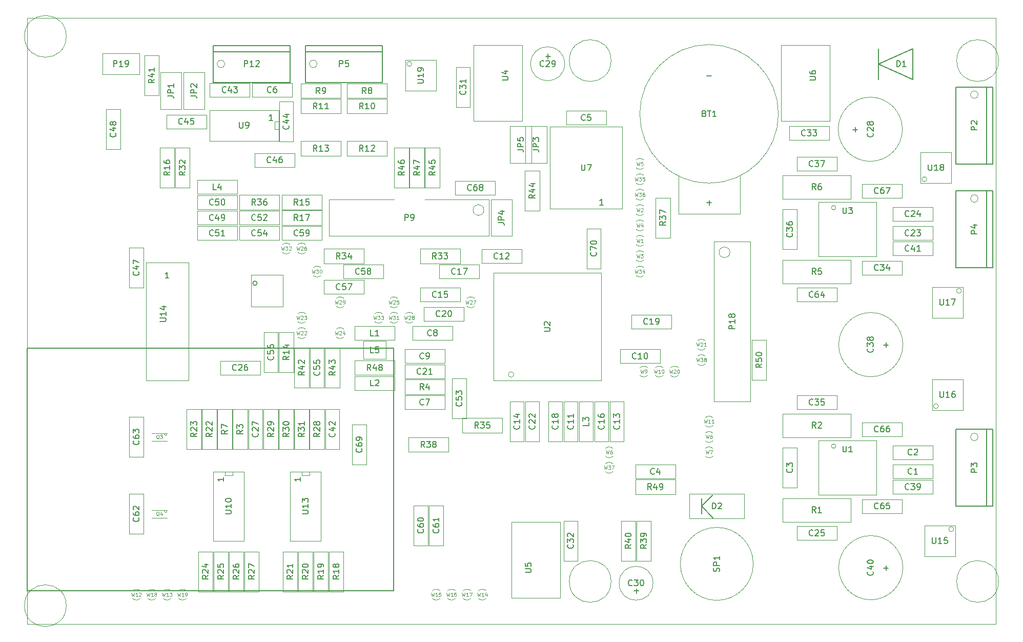
<source format=gbr>
%TF.GenerationSoftware,KiCad,Pcbnew,4.0.3-stable*%
%TF.CreationDate,2016-08-27T14:55:03+02:00*%
%TF.ProjectId,TEST4,54455354342E6B696361645F70636200,rev?*%
%TF.FileFunction,Other,User*%
%FSLAX46Y46*%
G04 Gerber Fmt 4.6, Leading zero omitted, Abs format (unit mm)*
G04 Created by KiCad (PCBNEW 4.0.3-stable) date 08/27/16 14:55:03*
%MOMM*%
%LPD*%
G01*
G04 APERTURE LIST*
%ADD10C,0.100000*%
%ADD11C,0.050000*%
%ADD12C,0.150000*%
G04 APERTURE END LIST*
D10*
X0Y-100000000D02*
X0Y0D01*
X160000000Y-100000000D02*
X0Y-100000000D01*
X160000000Y0D02*
X160000000Y-100000000D01*
X0Y0D02*
X160000000Y0D01*
D11*
X73745000Y-4480000D02*
X81745000Y-4480000D01*
X73745000Y-16980000D02*
X73745000Y-4480000D01*
X81745000Y-16980000D02*
X73745000Y-16980000D01*
X81745000Y-4480000D02*
X81745000Y-16980000D01*
X160450000Y-93000000D02*
G75*
G03X160450000Y-93000000I-3450000J0D01*
G01*
X6450000Y-97000000D02*
G75*
G03X6450000Y-97000000I-3450000J0D01*
G01*
X96450000Y-7000000D02*
G75*
G03X96450000Y-7000000I-3450000J0D01*
G01*
X160450000Y-7000000D02*
G75*
G03X160450000Y-7000000I-3450000J0D01*
G01*
X96450000Y-93000000D02*
G75*
G03X96450000Y-93000000I-3450000J0D01*
G01*
X6450000Y-3000000D02*
G75*
G03X6450000Y-3000000I-3450000J0D01*
G01*
D12*
X60500000Y-94500000D02*
X0Y-94500000D01*
X0Y-94500000D02*
X0Y-54500000D01*
X0Y-54500000D02*
X60500000Y-54500000D01*
X60500000Y-54500000D02*
X60500000Y-94500000D01*
D11*
X60500000Y-87750000D02*
X60500000Y-61350000D01*
X88035000Y-95700000D02*
X80035000Y-95700000D01*
X88035000Y-83200000D02*
X88035000Y-95700000D01*
X80035000Y-83200000D02*
X88035000Y-83200000D01*
X80035000Y-95700000D02*
X80035000Y-83200000D01*
X124545000Y-4480000D02*
X132545000Y-4480000D01*
X124545000Y-16980000D02*
X124545000Y-4480000D01*
X132545000Y-16980000D02*
X124545000Y-16980000D01*
X132545000Y-4480000D02*
X132545000Y-16980000D01*
X49020000Y-54410000D02*
X49020000Y-61010000D01*
X46720000Y-54410000D02*
X46720000Y-61010000D01*
X49020000Y-54410000D02*
X46720000Y-54410000D01*
X49020000Y-61010000D02*
X46720000Y-61010000D01*
X72515000Y-59490000D02*
X72515000Y-66090000D01*
X70215000Y-59490000D02*
X70215000Y-66090000D01*
X72515000Y-59490000D02*
X70215000Y-59490000D01*
X72515000Y-66090000D02*
X70215000Y-66090000D01*
X31870000Y-56560000D02*
X38470000Y-56560000D01*
X31870000Y-58860000D02*
X38470000Y-58860000D01*
X31870000Y-56560000D02*
X31870000Y-58860000D01*
X38470000Y-56560000D02*
X38470000Y-58860000D01*
X98550000Y-63300000D02*
X98550000Y-69900000D01*
X96250000Y-63300000D02*
X96250000Y-69900000D01*
X98550000Y-63300000D02*
X96250000Y-63300000D01*
X98550000Y-69900000D02*
X96250000Y-69900000D01*
X28060000Y-29255000D02*
X34660000Y-29255000D01*
X28060000Y-31555000D02*
X34660000Y-31555000D01*
X28060000Y-29255000D02*
X28060000Y-31555000D01*
X34660000Y-29255000D02*
X34660000Y-31555000D01*
X149595000Y-76005000D02*
X142995000Y-76005000D01*
X149595000Y-73705000D02*
X142995000Y-73705000D01*
X149595000Y-76005000D02*
X149595000Y-73705000D01*
X142995000Y-76005000D02*
X142995000Y-73705000D01*
X142995000Y-70530000D02*
X149595000Y-70530000D01*
X142995000Y-72830000D02*
X149595000Y-72830000D01*
X142995000Y-70530000D02*
X142995000Y-72830000D01*
X149595000Y-70530000D02*
X149595000Y-72830000D01*
X124825000Y-77520000D02*
X124825000Y-70920000D01*
X127125000Y-77520000D02*
X127125000Y-70920000D01*
X124825000Y-77520000D02*
X127125000Y-77520000D01*
X124825000Y-70920000D02*
X127125000Y-70920000D01*
X100450000Y-73705000D02*
X107050000Y-73705000D01*
X100450000Y-76005000D02*
X107050000Y-76005000D01*
X100450000Y-73705000D02*
X100450000Y-76005000D01*
X107050000Y-73705000D02*
X107050000Y-76005000D01*
X89020000Y-15285000D02*
X95620000Y-15285000D01*
X89020000Y-17585000D02*
X95620000Y-17585000D01*
X89020000Y-15285000D02*
X89020000Y-17585000D01*
X95620000Y-15285000D02*
X95620000Y-17585000D01*
X43755000Y-12985000D02*
X37155000Y-12985000D01*
X43755000Y-10685000D02*
X37155000Y-10685000D01*
X43755000Y-12985000D02*
X43755000Y-10685000D01*
X37155000Y-12985000D02*
X37155000Y-10685000D01*
X62350000Y-62275000D02*
X68950000Y-62275000D01*
X62350000Y-64575000D02*
X68950000Y-64575000D01*
X62350000Y-62275000D02*
X62350000Y-64575000D01*
X68950000Y-62275000D02*
X68950000Y-64575000D01*
X70220000Y-53145000D02*
X63620000Y-53145000D01*
X70220000Y-50845000D02*
X63620000Y-50845000D01*
X70220000Y-53145000D02*
X70220000Y-50845000D01*
X63620000Y-53145000D02*
X63620000Y-50845000D01*
X62350000Y-54655000D02*
X68950000Y-54655000D01*
X62350000Y-56955000D02*
X68950000Y-56955000D01*
X62350000Y-54655000D02*
X62350000Y-56955000D01*
X68950000Y-54655000D02*
X68950000Y-56955000D01*
X104510000Y-56955000D02*
X97910000Y-56955000D01*
X104510000Y-54655000D02*
X97910000Y-54655000D01*
X104510000Y-56955000D02*
X104510000Y-54655000D01*
X97910000Y-56955000D02*
X97910000Y-54655000D01*
X88630000Y-69900000D02*
X88630000Y-63300000D01*
X90930000Y-69900000D02*
X90930000Y-63300000D01*
X88630000Y-69900000D02*
X90930000Y-69900000D01*
X88630000Y-63300000D02*
X90930000Y-63300000D01*
X75050000Y-38145000D02*
X81650000Y-38145000D01*
X75050000Y-40445000D02*
X81650000Y-40445000D01*
X75050000Y-38145000D02*
X75050000Y-40445000D01*
X81650000Y-38145000D02*
X81650000Y-40445000D01*
X79740000Y-69900000D02*
X79740000Y-63300000D01*
X82040000Y-69900000D02*
X82040000Y-63300000D01*
X79740000Y-69900000D02*
X82040000Y-69900000D01*
X79740000Y-63300000D02*
X82040000Y-63300000D01*
X64890000Y-44495000D02*
X71490000Y-44495000D01*
X64890000Y-46795000D02*
X71490000Y-46795000D01*
X64890000Y-44495000D02*
X64890000Y-46795000D01*
X71490000Y-44495000D02*
X71490000Y-46795000D01*
X93710000Y-69900000D02*
X93710000Y-63300000D01*
X96010000Y-69900000D02*
X96010000Y-63300000D01*
X93710000Y-69900000D02*
X96010000Y-69900000D01*
X93710000Y-63300000D02*
X96010000Y-63300000D01*
X68065000Y-40685000D02*
X74665000Y-40685000D01*
X68065000Y-42985000D02*
X74665000Y-42985000D01*
X68065000Y-40685000D02*
X68065000Y-42985000D01*
X74665000Y-40685000D02*
X74665000Y-42985000D01*
X86090000Y-69900000D02*
X86090000Y-63300000D01*
X88390000Y-69900000D02*
X88390000Y-63300000D01*
X86090000Y-69900000D02*
X88390000Y-69900000D01*
X86090000Y-63300000D02*
X88390000Y-63300000D01*
X106415000Y-51240000D02*
X99815000Y-51240000D01*
X106415000Y-48940000D02*
X99815000Y-48940000D01*
X106415000Y-51240000D02*
X106415000Y-48940000D01*
X99815000Y-51240000D02*
X99815000Y-48940000D01*
X65525000Y-47670000D02*
X72125000Y-47670000D01*
X65525000Y-49970000D02*
X72125000Y-49970000D01*
X65525000Y-47670000D02*
X65525000Y-49970000D01*
X72125000Y-47670000D02*
X72125000Y-49970000D01*
X62350000Y-57195000D02*
X68950000Y-57195000D01*
X62350000Y-59495000D02*
X68950000Y-59495000D01*
X62350000Y-57195000D02*
X62350000Y-59495000D01*
X68950000Y-57195000D02*
X68950000Y-59495000D01*
X84580000Y-63300000D02*
X84580000Y-69900000D01*
X82280000Y-63300000D02*
X82280000Y-69900000D01*
X84580000Y-63300000D02*
X82280000Y-63300000D01*
X84580000Y-69900000D02*
X82280000Y-69900000D01*
X149595000Y-36635000D02*
X142995000Y-36635000D01*
X149595000Y-34335000D02*
X142995000Y-34335000D01*
X149595000Y-36635000D02*
X149595000Y-34335000D01*
X142995000Y-36635000D02*
X142995000Y-34335000D01*
X142995000Y-31160000D02*
X149595000Y-31160000D01*
X142995000Y-33460000D02*
X149595000Y-33460000D01*
X142995000Y-31160000D02*
X142995000Y-33460000D01*
X149595000Y-31160000D02*
X149595000Y-33460000D01*
X127120000Y-83865000D02*
X133720000Y-83865000D01*
X127120000Y-86165000D02*
X133720000Y-86165000D01*
X127120000Y-83865000D02*
X127120000Y-86165000D01*
X133720000Y-83865000D02*
X133720000Y-86165000D01*
X70850000Y-14655000D02*
X70850000Y-8055000D01*
X73150000Y-14655000D02*
X73150000Y-8055000D01*
X70850000Y-14655000D02*
X73150000Y-14655000D01*
X70850000Y-8055000D02*
X73150000Y-8055000D01*
X90930000Y-82985000D02*
X90930000Y-89585000D01*
X88630000Y-82985000D02*
X88630000Y-89585000D01*
X90930000Y-82985000D02*
X88630000Y-82985000D01*
X90930000Y-89585000D02*
X88630000Y-89585000D01*
X125850000Y-17825000D02*
X132450000Y-17825000D01*
X125850000Y-20125000D02*
X132450000Y-20125000D01*
X125850000Y-17825000D02*
X125850000Y-20125000D01*
X132450000Y-17825000D02*
X132450000Y-20125000D01*
X137915000Y-40050000D02*
X144515000Y-40050000D01*
X137915000Y-42350000D02*
X144515000Y-42350000D01*
X137915000Y-40050000D02*
X137915000Y-42350000D01*
X144515000Y-40050000D02*
X144515000Y-42350000D01*
X127120000Y-62275000D02*
X133720000Y-62275000D01*
X127120000Y-64575000D02*
X133720000Y-64575000D01*
X127120000Y-62275000D02*
X127120000Y-64575000D01*
X133720000Y-62275000D02*
X133720000Y-64575000D01*
X124825000Y-38150000D02*
X124825000Y-31550000D01*
X127125000Y-38150000D02*
X127125000Y-31550000D01*
X124825000Y-38150000D02*
X127125000Y-38150000D01*
X124825000Y-31550000D02*
X127125000Y-31550000D01*
X127120000Y-22905000D02*
X133720000Y-22905000D01*
X127120000Y-25205000D02*
X133720000Y-25205000D01*
X127120000Y-22905000D02*
X127120000Y-25205000D01*
X133720000Y-22905000D02*
X133720000Y-25205000D01*
X142995000Y-76245000D02*
X149595000Y-76245000D01*
X142995000Y-78545000D02*
X149595000Y-78545000D01*
X142995000Y-76245000D02*
X142995000Y-78545000D01*
X149595000Y-76245000D02*
X149595000Y-78545000D01*
X142995000Y-36875000D02*
X149595000Y-36875000D01*
X142995000Y-39175000D02*
X149595000Y-39175000D01*
X142995000Y-36875000D02*
X142995000Y-39175000D01*
X149595000Y-36875000D02*
X149595000Y-39175000D01*
X36770000Y-12985000D02*
X30170000Y-12985000D01*
X36770000Y-10685000D02*
X30170000Y-10685000D01*
X36770000Y-12985000D02*
X36770000Y-10685000D01*
X30170000Y-12985000D02*
X30170000Y-10685000D01*
X41640000Y-20370000D02*
X41640000Y-13770000D01*
X43940000Y-20370000D02*
X43940000Y-13770000D01*
X41640000Y-20370000D02*
X43940000Y-20370000D01*
X41640000Y-13770000D02*
X43940000Y-13770000D01*
X22980000Y-15920000D02*
X29580000Y-15920000D01*
X22980000Y-18220000D02*
X29580000Y-18220000D01*
X22980000Y-15920000D02*
X22980000Y-18220000D01*
X29580000Y-15920000D02*
X29580000Y-18220000D01*
X44185000Y-24570000D02*
X37585000Y-24570000D01*
X44185000Y-22270000D02*
X37585000Y-22270000D01*
X44185000Y-24570000D02*
X44185000Y-22270000D01*
X37585000Y-24570000D02*
X37585000Y-22270000D01*
X19175000Y-37900000D02*
X19175000Y-44500000D01*
X16875000Y-37900000D02*
X16875000Y-44500000D01*
X19175000Y-37900000D02*
X16875000Y-37900000D01*
X19175000Y-44500000D02*
X16875000Y-44500000D01*
X13065000Y-21640000D02*
X13065000Y-15040000D01*
X15365000Y-21640000D02*
X15365000Y-15040000D01*
X13065000Y-21640000D02*
X15365000Y-21640000D01*
X13065000Y-15040000D02*
X15365000Y-15040000D01*
X28060000Y-31795000D02*
X34660000Y-31795000D01*
X28060000Y-34095000D02*
X34660000Y-34095000D01*
X28060000Y-31795000D02*
X28060000Y-34095000D01*
X34660000Y-31795000D02*
X34660000Y-34095000D01*
X28060000Y-34335000D02*
X34660000Y-34335000D01*
X28060000Y-36635000D02*
X34660000Y-36635000D01*
X28060000Y-34335000D02*
X28060000Y-36635000D01*
X34660000Y-34335000D02*
X34660000Y-36635000D01*
X35045000Y-31795000D02*
X41645000Y-31795000D01*
X35045000Y-34095000D02*
X41645000Y-34095000D01*
X35045000Y-31795000D02*
X35045000Y-34095000D01*
X41645000Y-31795000D02*
X41645000Y-34095000D01*
X35045000Y-34335000D02*
X41645000Y-34335000D01*
X35045000Y-36635000D02*
X41645000Y-36635000D01*
X35045000Y-34335000D02*
X35045000Y-36635000D01*
X41645000Y-34335000D02*
X41645000Y-36635000D01*
X41400000Y-51870000D02*
X41400000Y-58470000D01*
X39100000Y-51870000D02*
X39100000Y-58470000D01*
X41400000Y-51870000D02*
X39100000Y-51870000D01*
X41400000Y-58470000D02*
X39100000Y-58470000D01*
X49015000Y-43225000D02*
X55615000Y-43225000D01*
X49015000Y-45525000D02*
X55615000Y-45525000D01*
X49015000Y-43225000D02*
X49015000Y-45525000D01*
X55615000Y-43225000D02*
X55615000Y-45525000D01*
X52190000Y-40685000D02*
X58790000Y-40685000D01*
X52190000Y-42985000D02*
X58790000Y-42985000D01*
X52190000Y-40685000D02*
X52190000Y-42985000D01*
X58790000Y-40685000D02*
X58790000Y-42985000D01*
X42030000Y-34335000D02*
X48630000Y-34335000D01*
X42030000Y-36635000D02*
X48630000Y-36635000D01*
X42030000Y-34335000D02*
X42030000Y-36635000D01*
X48630000Y-34335000D02*
X48630000Y-36635000D01*
X66165000Y-80445000D02*
X66165000Y-87045000D01*
X63865000Y-80445000D02*
X63865000Y-87045000D01*
X66165000Y-80445000D02*
X63865000Y-80445000D01*
X66165000Y-87045000D02*
X63865000Y-87045000D01*
X68705000Y-80445000D02*
X68705000Y-87045000D01*
X66405000Y-80445000D02*
X66405000Y-87045000D01*
X68705000Y-80445000D02*
X66405000Y-80445000D01*
X68705000Y-87045000D02*
X66405000Y-87045000D01*
X19175000Y-78540000D02*
X19175000Y-85140000D01*
X16875000Y-78540000D02*
X16875000Y-85140000D01*
X19175000Y-78540000D02*
X16875000Y-78540000D01*
X19175000Y-85140000D02*
X16875000Y-85140000D01*
X19175000Y-65840000D02*
X19175000Y-72440000D01*
X16875000Y-65840000D02*
X16875000Y-72440000D01*
X19175000Y-65840000D02*
X16875000Y-65840000D01*
X19175000Y-72440000D02*
X16875000Y-72440000D01*
X127120000Y-44495000D02*
X133720000Y-44495000D01*
X127120000Y-46795000D02*
X133720000Y-46795000D01*
X127120000Y-44495000D02*
X127120000Y-46795000D01*
X133720000Y-44495000D02*
X133720000Y-46795000D01*
X137915000Y-79420000D02*
X144515000Y-79420000D01*
X137915000Y-81720000D02*
X144515000Y-81720000D01*
X137915000Y-79420000D02*
X137915000Y-81720000D01*
X144515000Y-79420000D02*
X144515000Y-81720000D01*
X137915000Y-66720000D02*
X144515000Y-66720000D01*
X137915000Y-69020000D02*
X144515000Y-69020000D01*
X137915000Y-66720000D02*
X137915000Y-69020000D01*
X144515000Y-66720000D02*
X144515000Y-69020000D01*
X137915000Y-27350000D02*
X144515000Y-27350000D01*
X137915000Y-29650000D02*
X144515000Y-29650000D01*
X137915000Y-27350000D02*
X137915000Y-29650000D01*
X144515000Y-27350000D02*
X144515000Y-29650000D01*
X77300000Y-29150000D02*
X70700000Y-29150000D01*
X77300000Y-26850000D02*
X70700000Y-26850000D01*
X77300000Y-29150000D02*
X77300000Y-26850000D01*
X70700000Y-29150000D02*
X70700000Y-26850000D01*
X56005000Y-67110000D02*
X56005000Y-73710000D01*
X53705000Y-67110000D02*
X53705000Y-73710000D01*
X56005000Y-67110000D02*
X53705000Y-67110000D01*
X56005000Y-73710000D02*
X53705000Y-73710000D01*
X34660000Y-29015000D02*
X28060000Y-29015000D01*
X34660000Y-26715000D02*
X28060000Y-26715000D01*
X34660000Y-29015000D02*
X34660000Y-26715000D01*
X28060000Y-29015000D02*
X28060000Y-26715000D01*
X60695000Y-53145000D02*
X54095000Y-53145000D01*
X60695000Y-50845000D02*
X54095000Y-50845000D01*
X60695000Y-53145000D02*
X60695000Y-50845000D01*
X54095000Y-53145000D02*
X54095000Y-50845000D01*
X60695000Y-61400000D02*
X54095000Y-61400000D01*
X60695000Y-59100000D02*
X54095000Y-59100000D01*
X60695000Y-61400000D02*
X60695000Y-59100000D01*
X54095000Y-61400000D02*
X54095000Y-59100000D01*
X91170000Y-69900000D02*
X91170000Y-63300000D01*
X93470000Y-69900000D02*
X93470000Y-63300000D01*
X91170000Y-69900000D02*
X93470000Y-69900000D01*
X91170000Y-63300000D02*
X93470000Y-63300000D01*
X36560000Y-71170000D02*
X36560000Y-64570000D01*
X38860000Y-71170000D02*
X38860000Y-64570000D01*
X36560000Y-71170000D02*
X38860000Y-71170000D01*
X36560000Y-64570000D02*
X38860000Y-64570000D01*
X49260000Y-71170000D02*
X49260000Y-64570000D01*
X51560000Y-71170000D02*
X51560000Y-64570000D01*
X49260000Y-71170000D02*
X51560000Y-71170000D01*
X49260000Y-64570000D02*
X51560000Y-64570000D01*
D10*
X41520000Y-18340000D02*
X40885000Y-18340000D01*
X40885000Y-18340000D02*
X40885000Y-17070000D01*
X40885000Y-17070000D02*
X41520000Y-17070000D01*
X41520000Y-20245000D02*
X30090000Y-20245000D01*
X30090000Y-20245000D02*
X30090000Y-15165000D01*
X30090000Y-15165000D02*
X41520000Y-15165000D01*
X41520000Y-15165000D02*
X41520000Y-20245000D01*
X33900000Y-74855000D02*
X33900000Y-75490000D01*
X33900000Y-75490000D02*
X32630000Y-75490000D01*
X32630000Y-75490000D02*
X32630000Y-74855000D01*
X35805000Y-74855000D02*
X35805000Y-86285000D01*
X35805000Y-86285000D02*
X30725000Y-86285000D01*
X30725000Y-86285000D02*
X30725000Y-74855000D01*
X30725000Y-74855000D02*
X35805000Y-74855000D01*
X46600000Y-74855000D02*
X46600000Y-75490000D01*
X46600000Y-75490000D02*
X45330000Y-75490000D01*
X45330000Y-75490000D02*
X45330000Y-74855000D01*
X48505000Y-74855000D02*
X48505000Y-86285000D01*
X48505000Y-86285000D02*
X43425000Y-86285000D01*
X43425000Y-86285000D02*
X43425000Y-74855000D01*
X43425000Y-74855000D02*
X48505000Y-74855000D01*
D11*
X98270000Y-31440000D02*
X98270000Y-17940000D01*
X86370000Y-31440000D02*
X86370000Y-17940000D01*
X98270000Y-31440000D02*
X86370000Y-31440000D01*
X98270000Y-17940000D02*
X86370000Y-17940000D01*
D12*
X140580000Y-5005000D02*
X140580000Y-10085000D01*
X140580000Y-7545000D02*
X146295000Y-5005000D01*
X146295000Y-5005000D02*
X146295000Y-10085000D01*
X146295000Y-10085000D02*
X140580000Y-7545000D01*
D10*
X23030605Y-68759000D02*
G75*
G03X23030605Y-68759000I-179605J0D01*
G01*
X23105000Y-69775000D02*
X20565000Y-69775000D01*
X20565000Y-68505000D02*
X23105000Y-68505000D01*
X23030605Y-81459000D02*
G75*
G03X23030605Y-81459000I-179605J0D01*
G01*
X23105000Y-82475000D02*
X20565000Y-82475000D01*
X20565000Y-81205000D02*
X23105000Y-81205000D01*
D11*
X54095000Y-56510000D02*
X60695000Y-56510000D01*
X54095000Y-58910000D02*
X60695000Y-58910000D01*
X54095000Y-56510000D02*
X54095000Y-58910000D01*
X60695000Y-56510000D02*
X60695000Y-58910000D01*
X65580000Y-21390000D02*
X65580000Y-27990000D01*
X63180000Y-21390000D02*
X63180000Y-27990000D01*
X65580000Y-21390000D02*
X63180000Y-21390000D01*
X65580000Y-27990000D02*
X63180000Y-27990000D01*
X63040000Y-21390000D02*
X63040000Y-27990000D01*
X60640000Y-21390000D02*
X60640000Y-27990000D01*
X63040000Y-21390000D02*
X60640000Y-21390000D01*
X63040000Y-27990000D02*
X60640000Y-27990000D01*
X68120000Y-21390000D02*
X68120000Y-27990000D01*
X65720000Y-21390000D02*
X65720000Y-27990000D01*
X68120000Y-21390000D02*
X65720000Y-21390000D01*
X68120000Y-27990000D02*
X65720000Y-27990000D01*
X84630000Y-25200000D02*
X84630000Y-31800000D01*
X82230000Y-25200000D02*
X82230000Y-31800000D01*
X84630000Y-25200000D02*
X82230000Y-25200000D01*
X84630000Y-31800000D02*
X82230000Y-31800000D01*
X51610000Y-54410000D02*
X51610000Y-61010000D01*
X49210000Y-54410000D02*
X49210000Y-61010000D01*
X51610000Y-54410000D02*
X49210000Y-54410000D01*
X51610000Y-61010000D02*
X49210000Y-61010000D01*
X44130000Y-61010000D02*
X44130000Y-54410000D01*
X46530000Y-61010000D02*
X46530000Y-54410000D01*
X44130000Y-61010000D02*
X46530000Y-61010000D01*
X44130000Y-54410000D02*
X46530000Y-54410000D01*
X21765000Y-6150000D02*
X21765000Y-12750000D01*
X19365000Y-6150000D02*
X19365000Y-12750000D01*
X21765000Y-6150000D02*
X19365000Y-6150000D01*
X21765000Y-12750000D02*
X19365000Y-12750000D01*
X98105000Y-89585000D02*
X98105000Y-82985000D01*
X100505000Y-89585000D02*
X100505000Y-82985000D01*
X98105000Y-89585000D02*
X100505000Y-89585000D01*
X98105000Y-82985000D02*
X100505000Y-82985000D01*
X103045000Y-82985000D02*
X103045000Y-89585000D01*
X100645000Y-82985000D02*
X100645000Y-89585000D01*
X103045000Y-82985000D02*
X100645000Y-82985000D01*
X103045000Y-89585000D02*
X100645000Y-89585000D01*
X69585000Y-71610000D02*
X62985000Y-71610000D01*
X69585000Y-69210000D02*
X62985000Y-69210000D01*
X69585000Y-71610000D02*
X69585000Y-69210000D01*
X62985000Y-71610000D02*
X62985000Y-69210000D01*
X68950000Y-62085000D02*
X62350000Y-62085000D01*
X68950000Y-59685000D02*
X62350000Y-59685000D01*
X68950000Y-62085000D02*
X68950000Y-59685000D01*
X62350000Y-62085000D02*
X62350000Y-59685000D01*
X59425000Y-13190000D02*
X52825000Y-13190000D01*
X59425000Y-10790000D02*
X52825000Y-10790000D01*
X59425000Y-13190000D02*
X59425000Y-10790000D01*
X52825000Y-13190000D02*
X52825000Y-10790000D01*
X51805000Y-13190000D02*
X45205000Y-13190000D01*
X51805000Y-10790000D02*
X45205000Y-10790000D01*
X51805000Y-13190000D02*
X51805000Y-10790000D01*
X45205000Y-13190000D02*
X45205000Y-10790000D01*
X59425000Y-15730000D02*
X52825000Y-15730000D01*
X59425000Y-13330000D02*
X52825000Y-13330000D01*
X59425000Y-15730000D02*
X59425000Y-13330000D01*
X52825000Y-15730000D02*
X52825000Y-13330000D01*
X51805000Y-15730000D02*
X45205000Y-15730000D01*
X51805000Y-13330000D02*
X45205000Y-13330000D01*
X51805000Y-15730000D02*
X51805000Y-13330000D01*
X45205000Y-15730000D02*
X45205000Y-13330000D01*
X52825000Y-20315000D02*
X59425000Y-20315000D01*
X52825000Y-22715000D02*
X59425000Y-22715000D01*
X52825000Y-20315000D02*
X52825000Y-22715000D01*
X59425000Y-20315000D02*
X59425000Y-22715000D01*
X45205000Y-20315000D02*
X51805000Y-20315000D01*
X45205000Y-22715000D02*
X51805000Y-22715000D01*
X45205000Y-20315000D02*
X45205000Y-22715000D01*
X51805000Y-20315000D02*
X51805000Y-22715000D01*
X43990000Y-51870000D02*
X43990000Y-58470000D01*
X41590000Y-51870000D02*
X41590000Y-58470000D01*
X43990000Y-51870000D02*
X41590000Y-51870000D01*
X43990000Y-58470000D02*
X41590000Y-58470000D01*
X48630000Y-31605000D02*
X42030000Y-31605000D01*
X48630000Y-29205000D02*
X42030000Y-29205000D01*
X48630000Y-31605000D02*
X48630000Y-29205000D01*
X42030000Y-31605000D02*
X42030000Y-29205000D01*
X24305000Y-21390000D02*
X24305000Y-27990000D01*
X21905000Y-21390000D02*
X21905000Y-27990000D01*
X24305000Y-21390000D02*
X21905000Y-21390000D01*
X24305000Y-27990000D02*
X21905000Y-27990000D01*
X42030000Y-31745000D02*
X48630000Y-31745000D01*
X42030000Y-34145000D02*
X48630000Y-34145000D01*
X42030000Y-31745000D02*
X42030000Y-34145000D01*
X48630000Y-31745000D02*
X48630000Y-34145000D01*
X49845000Y-94665000D02*
X49845000Y-88065000D01*
X52245000Y-94665000D02*
X52245000Y-88065000D01*
X49845000Y-94665000D02*
X52245000Y-94665000D01*
X49845000Y-88065000D02*
X52245000Y-88065000D01*
X47305000Y-94665000D02*
X47305000Y-88065000D01*
X49705000Y-94665000D02*
X49705000Y-88065000D01*
X47305000Y-94665000D02*
X49705000Y-94665000D01*
X47305000Y-88065000D02*
X49705000Y-88065000D01*
X44765000Y-94665000D02*
X44765000Y-88065000D01*
X47165000Y-94665000D02*
X47165000Y-88065000D01*
X44765000Y-94665000D02*
X47165000Y-94665000D01*
X44765000Y-88065000D02*
X47165000Y-88065000D01*
X42225000Y-94665000D02*
X42225000Y-88065000D01*
X44625000Y-94665000D02*
X44625000Y-88065000D01*
X42225000Y-94665000D02*
X44625000Y-94665000D01*
X42225000Y-88065000D02*
X44625000Y-88065000D01*
X36370000Y-64570000D02*
X36370000Y-71170000D01*
X33970000Y-64570000D02*
X33970000Y-71170000D01*
X36370000Y-64570000D02*
X33970000Y-64570000D01*
X36370000Y-71170000D02*
X33970000Y-71170000D01*
X33830000Y-64570000D02*
X33830000Y-71170000D01*
X31430000Y-64570000D02*
X31430000Y-71170000D01*
X33830000Y-64570000D02*
X31430000Y-64570000D01*
X33830000Y-71170000D02*
X31430000Y-71170000D01*
X31290000Y-64570000D02*
X31290000Y-71170000D01*
X28890000Y-64570000D02*
X28890000Y-71170000D01*
X31290000Y-64570000D02*
X28890000Y-64570000D01*
X31290000Y-71170000D02*
X28890000Y-71170000D01*
X28750000Y-64570000D02*
X28750000Y-71170000D01*
X26350000Y-64570000D02*
X26350000Y-71170000D01*
X28750000Y-64570000D02*
X26350000Y-64570000D01*
X28750000Y-71170000D02*
X26350000Y-71170000D01*
X28255000Y-94665000D02*
X28255000Y-88065000D01*
X30655000Y-94665000D02*
X30655000Y-88065000D01*
X28255000Y-94665000D02*
X30655000Y-94665000D01*
X28255000Y-88065000D02*
X30655000Y-88065000D01*
X30795000Y-94665000D02*
X30795000Y-88065000D01*
X33195000Y-94665000D02*
X33195000Y-88065000D01*
X30795000Y-94665000D02*
X33195000Y-94665000D01*
X30795000Y-88065000D02*
X33195000Y-88065000D01*
X33335000Y-94665000D02*
X33335000Y-88065000D01*
X35735000Y-94665000D02*
X35735000Y-88065000D01*
X33335000Y-94665000D02*
X35735000Y-94665000D01*
X33335000Y-88065000D02*
X35735000Y-88065000D01*
X35875000Y-94665000D02*
X35875000Y-88065000D01*
X38275000Y-94665000D02*
X38275000Y-88065000D01*
X35875000Y-94665000D02*
X38275000Y-94665000D01*
X35875000Y-88065000D02*
X38275000Y-88065000D01*
X49070000Y-64570000D02*
X49070000Y-71170000D01*
X46670000Y-64570000D02*
X46670000Y-71170000D01*
X49070000Y-64570000D02*
X46670000Y-64570000D01*
X49070000Y-71170000D02*
X46670000Y-71170000D01*
X41450000Y-64570000D02*
X41450000Y-71170000D01*
X39050000Y-64570000D02*
X39050000Y-71170000D01*
X41450000Y-64570000D02*
X39050000Y-64570000D01*
X41450000Y-71170000D02*
X39050000Y-71170000D01*
X43990000Y-64570000D02*
X43990000Y-71170000D01*
X41590000Y-64570000D02*
X41590000Y-71170000D01*
X43990000Y-64570000D02*
X41590000Y-64570000D01*
X43990000Y-71170000D02*
X41590000Y-71170000D01*
X46530000Y-64570000D02*
X46530000Y-71170000D01*
X44130000Y-64570000D02*
X44130000Y-71170000D01*
X46530000Y-64570000D02*
X44130000Y-64570000D01*
X46530000Y-71170000D02*
X44130000Y-71170000D01*
X26845000Y-21390000D02*
X26845000Y-27990000D01*
X24445000Y-21390000D02*
X24445000Y-27990000D01*
X26845000Y-21390000D02*
X24445000Y-21390000D01*
X26845000Y-27990000D02*
X24445000Y-27990000D01*
X71490000Y-40495000D02*
X64890000Y-40495000D01*
X71490000Y-38095000D02*
X64890000Y-38095000D01*
X71490000Y-40495000D02*
X71490000Y-38095000D01*
X64890000Y-40495000D02*
X64890000Y-38095000D01*
X49015000Y-38095000D02*
X55615000Y-38095000D01*
X49015000Y-40495000D02*
X55615000Y-40495000D01*
X49015000Y-38095000D02*
X49015000Y-40495000D01*
X55615000Y-38095000D02*
X55615000Y-40495000D01*
X78475000Y-68435000D02*
X71875000Y-68435000D01*
X78475000Y-66035000D02*
X71875000Y-66035000D01*
X78475000Y-68435000D02*
X78475000Y-66035000D01*
X71875000Y-68435000D02*
X71875000Y-66035000D01*
X35045000Y-29205000D02*
X41645000Y-29205000D01*
X35045000Y-31605000D02*
X41645000Y-31605000D01*
X35045000Y-29205000D02*
X35045000Y-31605000D01*
X41645000Y-29205000D02*
X41645000Y-31605000D01*
X103820000Y-36245000D02*
X103820000Y-29645000D01*
X106220000Y-36245000D02*
X106220000Y-29645000D01*
X103820000Y-36245000D02*
X106220000Y-36245000D01*
X103820000Y-29645000D02*
X106220000Y-29645000D01*
D12*
X111370000Y-79300000D02*
X111370000Y-81840000D01*
X113275000Y-78665000D02*
X111370000Y-80570000D01*
X111370000Y-80570000D02*
X113275000Y-82475000D01*
D11*
X109410000Y-78570000D02*
X118410000Y-78570000D01*
X118410000Y-78570000D02*
X118410000Y-82570000D01*
X118410000Y-82570000D02*
X109410000Y-82570000D01*
X109410000Y-82570000D02*
X109410000Y-78570000D01*
X136020000Y-83155000D02*
X124820000Y-83155000D01*
X136020000Y-79255000D02*
X124820000Y-79255000D01*
X136020000Y-83155000D02*
X136020000Y-79255000D01*
X124820000Y-83155000D02*
X124820000Y-79255000D01*
X136020000Y-69185000D02*
X124820000Y-69185000D01*
X136020000Y-65285000D02*
X124820000Y-65285000D01*
X136020000Y-69185000D02*
X136020000Y-65285000D01*
X124820000Y-69185000D02*
X124820000Y-65285000D01*
X136020000Y-43785000D02*
X124820000Y-43785000D01*
X136020000Y-39885000D02*
X124820000Y-39885000D01*
X136020000Y-43785000D02*
X136020000Y-39885000D01*
X124820000Y-43785000D02*
X124820000Y-39885000D01*
X136020000Y-29815000D02*
X124820000Y-29815000D01*
X136020000Y-25915000D02*
X124820000Y-25915000D01*
X136020000Y-29815000D02*
X136020000Y-25915000D01*
X124820000Y-29815000D02*
X124820000Y-25915000D01*
D10*
X80374714Y-58827500D02*
G75*
G03X80374714Y-58827500I-447214J0D01*
G01*
D11*
X77027500Y-59827500D02*
X94827500Y-59827500D01*
X77027500Y-42027500D02*
X94827500Y-42027500D01*
X77027500Y-59827500D02*
X77027500Y-42027500D01*
X94827500Y-59827500D02*
X94827500Y-42027500D01*
D10*
X63511609Y-7545000D02*
G75*
G03X63511609Y-7545000I-401609J0D01*
G01*
X67555000Y-6910000D02*
X67555000Y-11990000D01*
X67555000Y-11990000D02*
X62475000Y-11990000D01*
X62475000Y-11990000D02*
X62475000Y-6910000D01*
X62475000Y-6910000D02*
X67555000Y-6910000D01*
X148601609Y-26595000D02*
G75*
G03X148601609Y-26595000I-401609J0D01*
G01*
X147565000Y-22150000D02*
X152645000Y-22150000D01*
X152645000Y-22150000D02*
X152645000Y-27230000D01*
X152645000Y-27230000D02*
X147565000Y-27230000D01*
X147565000Y-27230000D02*
X147565000Y-22150000D01*
X154316609Y-45010000D02*
G75*
G03X154316609Y-45010000I-401609J0D01*
G01*
X154550000Y-49455000D02*
X149470000Y-49455000D01*
X149470000Y-49455000D02*
X149470000Y-44375000D01*
X149470000Y-44375000D02*
X154550000Y-44375000D01*
X154550000Y-44375000D02*
X154550000Y-49455000D01*
X150506609Y-64060000D02*
G75*
G03X150506609Y-64060000I-401609J0D01*
G01*
X149470000Y-59615000D02*
X154550000Y-59615000D01*
X154550000Y-59615000D02*
X154550000Y-64695000D01*
X154550000Y-64695000D02*
X149470000Y-64695000D01*
X149470000Y-64695000D02*
X149470000Y-59615000D01*
X153046609Y-84380000D02*
G75*
G03X153046609Y-84380000I-401609J0D01*
G01*
X153280000Y-88825000D02*
X148200000Y-88825000D01*
X148200000Y-88825000D02*
X148200000Y-83745000D01*
X148200000Y-83745000D02*
X153280000Y-83745000D01*
X153280000Y-83745000D02*
X153280000Y-88825000D01*
D11*
X79775000Y-17860000D02*
X79775000Y-23910000D01*
X83275000Y-17860000D02*
X83275000Y-23910000D01*
X79775000Y-17860000D02*
X83275000Y-17860000D01*
X79775000Y-23910000D02*
X83275000Y-23910000D01*
X18505000Y-5795000D02*
X12455000Y-5795000D01*
X18505000Y-9295000D02*
X12455000Y-9295000D01*
X18505000Y-5795000D02*
X18505000Y-9295000D01*
X12455000Y-5795000D02*
X12455000Y-9295000D01*
X76600000Y-29925000D02*
X76600000Y-35975000D01*
X80100000Y-29925000D02*
X80100000Y-35975000D01*
X76600000Y-29925000D02*
X80100000Y-29925000D01*
X76600000Y-35975000D02*
X80100000Y-35975000D01*
X25490000Y-15010000D02*
X25490000Y-8960000D01*
X21990000Y-15010000D02*
X21990000Y-8960000D01*
X25490000Y-15010000D02*
X21990000Y-15010000D01*
X25490000Y-8960000D02*
X21990000Y-8960000D01*
X29300000Y-15010000D02*
X29300000Y-8960000D01*
X25800000Y-15010000D02*
X25800000Y-8960000D01*
X29300000Y-15010000D02*
X25800000Y-15010000D01*
X29300000Y-8960000D02*
X25800000Y-8960000D01*
X82315000Y-17860000D02*
X82315000Y-23910000D01*
X85815000Y-17860000D02*
X85815000Y-23910000D01*
X82315000Y-17860000D02*
X85815000Y-17860000D01*
X82315000Y-23910000D02*
X85815000Y-23910000D01*
X144570000Y-18340000D02*
G75*
G03X144570000Y-18340000I-5300000J0D01*
G01*
X144650000Y-53900000D02*
G75*
G03X144650000Y-53900000I-5300000J0D01*
G01*
X144650000Y-90730000D02*
G75*
G03X144650000Y-90730000I-5300000J0D01*
G01*
X103375000Y-93290000D02*
G75*
G03X103375000Y-93290000I-2800000J0D01*
G01*
X88770000Y-7525000D02*
G75*
G03X88770000Y-7525000I-2800000J0D01*
G01*
D10*
X119934139Y-90095000D02*
G75*
G03X119934139Y-90095000I-6024139J0D01*
G01*
X75438026Y-31675000D02*
G75*
G03X75438026Y-31675000I-898026J0D01*
G01*
D11*
X49890000Y-29925000D02*
X60570000Y-29925000D01*
X76290000Y-29925000D02*
X65650000Y-29925000D01*
X76290000Y-35975000D02*
X49890000Y-35975000D01*
X76290000Y-29925000D02*
X76290000Y-35975000D01*
X49890000Y-29925000D02*
X49890000Y-35975000D01*
D10*
X157090000Y-12625000D02*
G75*
G03X157090000Y-12625000I-635000J0D01*
G01*
D12*
X158487000Y-24055000D02*
X158487000Y-11355000D01*
X153407000Y-11355000D02*
X153407000Y-24055000D01*
X153407000Y-24055000D02*
X159503000Y-24055000D01*
X159503000Y-24055000D02*
X159503000Y-11355000D01*
X159503000Y-11355000D02*
X153407000Y-11355000D01*
D10*
X32630000Y-7545000D02*
G75*
G03X32630000Y-7545000I-635000J0D01*
G01*
D12*
X43425000Y-5513000D02*
X30725000Y-5513000D01*
X30725000Y-10593000D02*
X43425000Y-10593000D01*
X43425000Y-10593000D02*
X43425000Y-4497000D01*
X43425000Y-4497000D02*
X30725000Y-4497000D01*
X30725000Y-4497000D02*
X30725000Y-10593000D01*
D10*
X157090000Y-29770000D02*
G75*
G03X157090000Y-29770000I-635000J0D01*
G01*
D12*
X158487000Y-41200000D02*
X158487000Y-28500000D01*
X153407000Y-28500000D02*
X153407000Y-41200000D01*
X153407000Y-41200000D02*
X159503000Y-41200000D01*
X159503000Y-41200000D02*
X159503000Y-28500000D01*
X159503000Y-28500000D02*
X153407000Y-28500000D01*
D10*
X157090000Y-69140000D02*
G75*
G03X157090000Y-69140000I-635000J0D01*
G01*
D12*
X158487000Y-80570000D02*
X158487000Y-67870000D01*
X153407000Y-67870000D02*
X153407000Y-80570000D01*
X153407000Y-80570000D02*
X159503000Y-80570000D01*
X159503000Y-80570000D02*
X159503000Y-67870000D01*
X159503000Y-67870000D02*
X153407000Y-67870000D01*
D10*
X47870000Y-7545000D02*
G75*
G03X47870000Y-7545000I-635000J0D01*
G01*
D12*
X58665000Y-5513000D02*
X45965000Y-5513000D01*
X45965000Y-10593000D02*
X58665000Y-10593000D01*
X58665000Y-10593000D02*
X58665000Y-4497000D01*
X58665000Y-4497000D02*
X45965000Y-4497000D01*
X45965000Y-4497000D02*
X45965000Y-10593000D01*
D10*
X116078026Y-38660000D02*
G75*
G03X116078026Y-38660000I-898026J0D01*
G01*
D11*
X113430000Y-36910000D02*
X113430000Y-63310000D01*
X119480000Y-36910000D02*
X119480000Y-63310000D01*
X113430000Y-36910000D02*
X119480000Y-36910000D01*
X113430000Y-63310000D02*
X119480000Y-63310000D01*
D10*
X117720000Y-25960000D02*
X117720000Y-32310000D01*
X117720000Y-32310000D02*
X107560000Y-32310000D01*
X107560000Y-32310000D02*
X107560000Y-25960000D01*
X124087625Y-15800000D02*
G75*
G03X124087625Y-15800000I-11447625J0D01*
G01*
X95495000Y-74855000D02*
G75*
G03X96765000Y-74855000I635000J635000D01*
G01*
X96765000Y-73585000D02*
G75*
G03X95495000Y-73585000I-635000J-635000D01*
G01*
X100575000Y-29770000D02*
G75*
G03X101845000Y-29770000I635000J635000D01*
G01*
X101845000Y-28500000D02*
G75*
G03X100575000Y-28500000I-635000J-635000D01*
G01*
X100575000Y-27230000D02*
G75*
G03X101845000Y-27230000I635000J635000D01*
G01*
X101845000Y-25960000D02*
G75*
G03X100575000Y-25960000I-635000J-635000D01*
G01*
X100575000Y-42470000D02*
G75*
G03X101845000Y-42470000I635000J635000D01*
G01*
X101845000Y-41200000D02*
G75*
G03X100575000Y-41200000I-635000J-635000D01*
G01*
X57395000Y-50090000D02*
G75*
G03X58665000Y-50090000I635000J635000D01*
G01*
X58665000Y-48820000D02*
G75*
G03X57395000Y-48820000I-635000J-635000D01*
G01*
X42155000Y-38660000D02*
G75*
G03X43425000Y-38660000I635000J635000D01*
G01*
X43425000Y-37390000D02*
G75*
G03X42155000Y-37390000I-635000J-635000D01*
G01*
X59935000Y-50090000D02*
G75*
G03X61205000Y-50090000I635000J635000D01*
G01*
X61205000Y-48820000D02*
G75*
G03X59935000Y-48820000I-635000J-635000D01*
G01*
X47235000Y-42470000D02*
G75*
G03X48505000Y-42470000I635000J635000D01*
G01*
X48505000Y-41200000D02*
G75*
G03X47235000Y-41200000I-635000J-635000D01*
G01*
X51045000Y-47550000D02*
G75*
G03X52315000Y-47550000I635000J635000D01*
G01*
X52315000Y-46280000D02*
G75*
G03X51045000Y-46280000I-635000J-635000D01*
G01*
X62475000Y-50090000D02*
G75*
G03X63745000Y-50090000I635000J635000D01*
G01*
X63745000Y-48820000D02*
G75*
G03X62475000Y-48820000I-635000J-635000D01*
G01*
X72635000Y-47550000D02*
G75*
G03X73905000Y-47550000I635000J635000D01*
G01*
X73905000Y-46280000D02*
G75*
G03X72635000Y-46280000I-635000J-635000D01*
G01*
X44695000Y-38660000D02*
G75*
G03X45965000Y-38660000I635000J635000D01*
G01*
X45965000Y-37390000D02*
G75*
G03X44695000Y-37390000I-635000J-635000D01*
G01*
X59935000Y-47550000D02*
G75*
G03X61205000Y-47550000I635000J635000D01*
G01*
X61205000Y-46280000D02*
G75*
G03X59935000Y-46280000I-635000J-635000D01*
G01*
X51045000Y-52630000D02*
G75*
G03X52315000Y-52630000I635000J635000D01*
G01*
X52315000Y-51360000D02*
G75*
G03X51045000Y-51360000I-635000J-635000D01*
G01*
X44695000Y-50090000D02*
G75*
G03X45965000Y-50090000I635000J635000D01*
G01*
X45965000Y-48820000D02*
G75*
G03X44695000Y-48820000I-635000J-635000D01*
G01*
X44695000Y-52630000D02*
G75*
G03X45965000Y-52630000I635000J635000D01*
G01*
X45965000Y-51360000D02*
G75*
G03X44695000Y-51360000I-635000J-635000D01*
G01*
X110735000Y-54535000D02*
G75*
G03X112005000Y-54535000I635000J635000D01*
G01*
X112005000Y-53265000D02*
G75*
G03X110735000Y-53265000I-635000J-635000D01*
G01*
X106290000Y-58980000D02*
G75*
G03X107560000Y-58980000I635000J635000D01*
G01*
X107560000Y-57710000D02*
G75*
G03X106290000Y-57710000I-635000J-635000D01*
G01*
X25010000Y-95810000D02*
G75*
G03X26280000Y-95810000I635000J635000D01*
G01*
X26280000Y-94540000D02*
G75*
G03X25010000Y-94540000I-635000J-635000D01*
G01*
X19930000Y-95810000D02*
G75*
G03X21200000Y-95810000I635000J635000D01*
G01*
X21200000Y-94540000D02*
G75*
G03X19930000Y-94540000I-635000J-635000D01*
G01*
X72000000Y-95810000D02*
G75*
G03X73270000Y-95810000I635000J635000D01*
G01*
X73270000Y-94540000D02*
G75*
G03X72000000Y-94540000I-635000J-635000D01*
G01*
X69460000Y-95810000D02*
G75*
G03X70730000Y-95810000I635000J635000D01*
G01*
X70730000Y-94540000D02*
G75*
G03X69460000Y-94540000I-635000J-635000D01*
G01*
X66920000Y-95810000D02*
G75*
G03X68190000Y-95810000I635000J635000D01*
G01*
X68190000Y-94540000D02*
G75*
G03X66920000Y-94540000I-635000J-635000D01*
G01*
X74540000Y-95810000D02*
G75*
G03X75810000Y-95810000I635000J635000D01*
G01*
X75810000Y-94540000D02*
G75*
G03X74540000Y-94540000I-635000J-635000D01*
G01*
X22470000Y-95810000D02*
G75*
G03X23740000Y-95810000I635000J635000D01*
G01*
X23740000Y-94540000D02*
G75*
G03X22470000Y-94540000I-635000J-635000D01*
G01*
X17390000Y-95810000D02*
G75*
G03X18660000Y-95810000I635000J635000D01*
G01*
X18660000Y-94540000D02*
G75*
G03X17390000Y-94540000I-635000J-635000D01*
G01*
X112005000Y-67235000D02*
G75*
G03X113275000Y-67235000I635000J635000D01*
G01*
X113275000Y-65965000D02*
G75*
G03X112005000Y-65965000I-635000J-635000D01*
G01*
X103750000Y-58980000D02*
G75*
G03X105020000Y-58980000I635000J635000D01*
G01*
X105020000Y-57710000D02*
G75*
G03X103750000Y-57710000I-635000J-635000D01*
G01*
X101210000Y-58980000D02*
G75*
G03X102480000Y-58980000I635000J635000D01*
G01*
X102480000Y-57710000D02*
G75*
G03X101210000Y-57710000I-635000J-635000D01*
G01*
X112005000Y-69775000D02*
G75*
G03X113275000Y-69775000I635000J635000D01*
G01*
X113275000Y-68505000D02*
G75*
G03X112005000Y-68505000I-635000J-635000D01*
G01*
X112005000Y-72315000D02*
G75*
G03X113275000Y-72315000I635000J635000D01*
G01*
X113275000Y-71045000D02*
G75*
G03X112005000Y-71045000I-635000J-635000D01*
G01*
X95495000Y-72315000D02*
G75*
G03X96765000Y-72315000I635000J635000D01*
G01*
X96765000Y-71045000D02*
G75*
G03X95495000Y-71045000I-635000J-635000D01*
G01*
X100575000Y-24690000D02*
G75*
G03X101845000Y-24690000I635000J635000D01*
G01*
X101845000Y-23420000D02*
G75*
G03X100575000Y-23420000I-635000J-635000D01*
G01*
X100575000Y-34850000D02*
G75*
G03X101845000Y-34850000I635000J635000D01*
G01*
X101845000Y-33580000D02*
G75*
G03X100575000Y-33580000I-635000J-635000D01*
G01*
X100575000Y-39930000D02*
G75*
G03X101845000Y-39930000I635000J635000D01*
G01*
X101845000Y-38660000D02*
G75*
G03X100575000Y-38660000I-635000J-635000D01*
G01*
X100575000Y-32310000D02*
G75*
G03X101845000Y-32310000I635000J635000D01*
G01*
X101845000Y-31040000D02*
G75*
G03X100575000Y-31040000I-635000J-635000D01*
G01*
X100575000Y-37390000D02*
G75*
G03X101845000Y-37390000I635000J635000D01*
G01*
X101845000Y-36120000D02*
G75*
G03X100575000Y-36120000I-635000J-635000D01*
G01*
X110735000Y-57075000D02*
G75*
G03X112005000Y-57075000I635000J635000D01*
G01*
X112005000Y-55805000D02*
G75*
G03X110735000Y-55805000I-635000J-635000D01*
G01*
X55495000Y-53289000D02*
X59295000Y-53289000D01*
X59295000Y-53289000D02*
X59295000Y-56289000D01*
X59295000Y-56289000D02*
X55495000Y-56289000D01*
X55495000Y-56289000D02*
X55495000Y-53289000D01*
D11*
X19645000Y-40340000D02*
X19645000Y-59840000D01*
X26645000Y-40340000D02*
X26645000Y-59840000D01*
X19645000Y-40340000D02*
X26645000Y-40340000D01*
X19645000Y-59840000D02*
X26645000Y-59840000D01*
X100450000Y-76195000D02*
X107050000Y-76195000D01*
X100450000Y-78595000D02*
X107050000Y-78595000D01*
X100450000Y-76195000D02*
X100450000Y-78595000D01*
X107050000Y-76195000D02*
X107050000Y-78595000D01*
X119695000Y-59740000D02*
X119695000Y-53140000D01*
X122095000Y-59740000D02*
X122095000Y-53140000D01*
X119695000Y-59740000D02*
X122095000Y-59740000D01*
X119695000Y-53140000D02*
X122095000Y-53140000D01*
D10*
X133573210Y-70664000D02*
G75*
G03X133573210Y-70664000I-359210J0D01*
G01*
D11*
X130750000Y-69720000D02*
X130750000Y-78720000D01*
X140250000Y-69720000D02*
X140250000Y-78720000D01*
X130750000Y-69720000D02*
X140250000Y-69720000D01*
X130750000Y-78720000D02*
X140250000Y-78720000D01*
D10*
X133573210Y-31294000D02*
G75*
G03X133573210Y-31294000I-359210J0D01*
G01*
D11*
X130750000Y-30350000D02*
X130750000Y-39350000D01*
X140250000Y-30350000D02*
X140250000Y-39350000D01*
X130750000Y-30350000D02*
X140250000Y-30350000D01*
X130750000Y-39350000D02*
X140250000Y-39350000D01*
D12*
X37968553Y-43760000D02*
G75*
G03X37968553Y-43760000I-353553J0D01*
G01*
D11*
X36965000Y-42360000D02*
X36965000Y-47660000D01*
X42265000Y-42360000D02*
X42265000Y-47660000D01*
X36965000Y-42360000D02*
X42265000Y-42360000D01*
X36965000Y-47660000D02*
X42265000Y-47660000D01*
X92440000Y-41325000D02*
X92440000Y-34725000D01*
X94740000Y-41325000D02*
X94740000Y-34725000D01*
X92440000Y-41325000D02*
X94740000Y-41325000D01*
X92440000Y-34725000D02*
X94740000Y-34725000D01*
D12*
X78437381Y-10211905D02*
X79246905Y-10211905D01*
X79342143Y-10164286D01*
X79389762Y-10116667D01*
X79437381Y-10021429D01*
X79437381Y-9830952D01*
X79389762Y-9735714D01*
X79342143Y-9688095D01*
X79246905Y-9640476D01*
X78437381Y-9640476D01*
X78770714Y-8735714D02*
X79437381Y-8735714D01*
X78389762Y-8973810D02*
X79104048Y-9211905D01*
X79104048Y-8592857D01*
X82247381Y-91491905D02*
X83056905Y-91491905D01*
X83152143Y-91444286D01*
X83199762Y-91396667D01*
X83247381Y-91301429D01*
X83247381Y-91110952D01*
X83199762Y-91015714D01*
X83152143Y-90968095D01*
X83056905Y-90920476D01*
X82247381Y-90920476D01*
X82247381Y-89968095D02*
X82247381Y-90444286D01*
X82723571Y-90491905D01*
X82675952Y-90444286D01*
X82628333Y-90349048D01*
X82628333Y-90110952D01*
X82675952Y-90015714D01*
X82723571Y-89968095D01*
X82818810Y-89920476D01*
X83056905Y-89920476D01*
X83152143Y-89968095D01*
X83199762Y-90015714D01*
X83247381Y-90110952D01*
X83247381Y-90349048D01*
X83199762Y-90444286D01*
X83152143Y-90491905D01*
X129237381Y-10211905D02*
X130046905Y-10211905D01*
X130142143Y-10164286D01*
X130189762Y-10116667D01*
X130237381Y-10021429D01*
X130237381Y-9830952D01*
X130189762Y-9735714D01*
X130142143Y-9688095D01*
X130046905Y-9640476D01*
X129237381Y-9640476D01*
X129237381Y-8735714D02*
X129237381Y-8926191D01*
X129285000Y-9021429D01*
X129332619Y-9069048D01*
X129475476Y-9164286D01*
X129665952Y-9211905D01*
X130046905Y-9211905D01*
X130142143Y-9164286D01*
X130189762Y-9116667D01*
X130237381Y-9021429D01*
X130237381Y-8830952D01*
X130189762Y-8735714D01*
X130142143Y-8688095D01*
X130046905Y-8640476D01*
X129808810Y-8640476D01*
X129713571Y-8688095D01*
X129665952Y-8735714D01*
X129618333Y-8830952D01*
X129618333Y-9021429D01*
X129665952Y-9116667D01*
X129713571Y-9164286D01*
X129808810Y-9211905D01*
X48227143Y-58352857D02*
X48274762Y-58400476D01*
X48322381Y-58543333D01*
X48322381Y-58638571D01*
X48274762Y-58781429D01*
X48179524Y-58876667D01*
X48084286Y-58924286D01*
X47893810Y-58971905D01*
X47750952Y-58971905D01*
X47560476Y-58924286D01*
X47465238Y-58876667D01*
X47370000Y-58781429D01*
X47322381Y-58638571D01*
X47322381Y-58543333D01*
X47370000Y-58400476D01*
X47417619Y-58352857D01*
X47322381Y-57448095D02*
X47322381Y-57924286D01*
X47798571Y-57971905D01*
X47750952Y-57924286D01*
X47703333Y-57829048D01*
X47703333Y-57590952D01*
X47750952Y-57495714D01*
X47798571Y-57448095D01*
X47893810Y-57400476D01*
X48131905Y-57400476D01*
X48227143Y-57448095D01*
X48274762Y-57495714D01*
X48322381Y-57590952D01*
X48322381Y-57829048D01*
X48274762Y-57924286D01*
X48227143Y-57971905D01*
X47322381Y-56495714D02*
X47322381Y-56971905D01*
X47798571Y-57019524D01*
X47750952Y-56971905D01*
X47703333Y-56876667D01*
X47703333Y-56638571D01*
X47750952Y-56543333D01*
X47798571Y-56495714D01*
X47893810Y-56448095D01*
X48131905Y-56448095D01*
X48227143Y-56495714D01*
X48274762Y-56543333D01*
X48322381Y-56638571D01*
X48322381Y-56876667D01*
X48274762Y-56971905D01*
X48227143Y-57019524D01*
X71722143Y-63432857D02*
X71769762Y-63480476D01*
X71817381Y-63623333D01*
X71817381Y-63718571D01*
X71769762Y-63861429D01*
X71674524Y-63956667D01*
X71579286Y-64004286D01*
X71388810Y-64051905D01*
X71245952Y-64051905D01*
X71055476Y-64004286D01*
X70960238Y-63956667D01*
X70865000Y-63861429D01*
X70817381Y-63718571D01*
X70817381Y-63623333D01*
X70865000Y-63480476D01*
X70912619Y-63432857D01*
X70817381Y-62528095D02*
X70817381Y-63004286D01*
X71293571Y-63051905D01*
X71245952Y-63004286D01*
X71198333Y-62909048D01*
X71198333Y-62670952D01*
X71245952Y-62575714D01*
X71293571Y-62528095D01*
X71388810Y-62480476D01*
X71626905Y-62480476D01*
X71722143Y-62528095D01*
X71769762Y-62575714D01*
X71817381Y-62670952D01*
X71817381Y-62909048D01*
X71769762Y-63004286D01*
X71722143Y-63051905D01*
X70817381Y-62147143D02*
X70817381Y-61528095D01*
X71198333Y-61861429D01*
X71198333Y-61718571D01*
X71245952Y-61623333D01*
X71293571Y-61575714D01*
X71388810Y-61528095D01*
X71626905Y-61528095D01*
X71722143Y-61575714D01*
X71769762Y-61623333D01*
X71817381Y-61718571D01*
X71817381Y-62004286D01*
X71769762Y-62099524D01*
X71722143Y-62147143D01*
X34527143Y-58067143D02*
X34479524Y-58114762D01*
X34336667Y-58162381D01*
X34241429Y-58162381D01*
X34098571Y-58114762D01*
X34003333Y-58019524D01*
X33955714Y-57924286D01*
X33908095Y-57733810D01*
X33908095Y-57590952D01*
X33955714Y-57400476D01*
X34003333Y-57305238D01*
X34098571Y-57210000D01*
X34241429Y-57162381D01*
X34336667Y-57162381D01*
X34479524Y-57210000D01*
X34527143Y-57257619D01*
X34908095Y-57257619D02*
X34955714Y-57210000D01*
X35050952Y-57162381D01*
X35289048Y-57162381D01*
X35384286Y-57210000D01*
X35431905Y-57257619D01*
X35479524Y-57352857D01*
X35479524Y-57448095D01*
X35431905Y-57590952D01*
X34860476Y-58162381D01*
X35479524Y-58162381D01*
X36336667Y-57162381D02*
X36146190Y-57162381D01*
X36050952Y-57210000D01*
X36003333Y-57257619D01*
X35908095Y-57400476D01*
X35860476Y-57590952D01*
X35860476Y-57971905D01*
X35908095Y-58067143D01*
X35955714Y-58114762D01*
X36050952Y-58162381D01*
X36241429Y-58162381D01*
X36336667Y-58114762D01*
X36384286Y-58067143D01*
X36431905Y-57971905D01*
X36431905Y-57733810D01*
X36384286Y-57638571D01*
X36336667Y-57590952D01*
X36241429Y-57543333D01*
X36050952Y-57543333D01*
X35955714Y-57590952D01*
X35908095Y-57638571D01*
X35860476Y-57733810D01*
X97757143Y-67242857D02*
X97804762Y-67290476D01*
X97852381Y-67433333D01*
X97852381Y-67528571D01*
X97804762Y-67671429D01*
X97709524Y-67766667D01*
X97614286Y-67814286D01*
X97423810Y-67861905D01*
X97280952Y-67861905D01*
X97090476Y-67814286D01*
X96995238Y-67766667D01*
X96900000Y-67671429D01*
X96852381Y-67528571D01*
X96852381Y-67433333D01*
X96900000Y-67290476D01*
X96947619Y-67242857D01*
X97852381Y-66290476D02*
X97852381Y-66861905D01*
X97852381Y-66576191D02*
X96852381Y-66576191D01*
X96995238Y-66671429D01*
X97090476Y-66766667D01*
X97138095Y-66861905D01*
X96852381Y-65957143D02*
X96852381Y-65338095D01*
X97233333Y-65671429D01*
X97233333Y-65528571D01*
X97280952Y-65433333D01*
X97328571Y-65385714D01*
X97423810Y-65338095D01*
X97661905Y-65338095D01*
X97757143Y-65385714D01*
X97804762Y-65433333D01*
X97852381Y-65528571D01*
X97852381Y-65814286D01*
X97804762Y-65909524D01*
X97757143Y-65957143D01*
X30717143Y-30762143D02*
X30669524Y-30809762D01*
X30526667Y-30857381D01*
X30431429Y-30857381D01*
X30288571Y-30809762D01*
X30193333Y-30714524D01*
X30145714Y-30619286D01*
X30098095Y-30428810D01*
X30098095Y-30285952D01*
X30145714Y-30095476D01*
X30193333Y-30000238D01*
X30288571Y-29905000D01*
X30431429Y-29857381D01*
X30526667Y-29857381D01*
X30669524Y-29905000D01*
X30717143Y-29952619D01*
X31621905Y-29857381D02*
X31145714Y-29857381D01*
X31098095Y-30333571D01*
X31145714Y-30285952D01*
X31240952Y-30238333D01*
X31479048Y-30238333D01*
X31574286Y-30285952D01*
X31621905Y-30333571D01*
X31669524Y-30428810D01*
X31669524Y-30666905D01*
X31621905Y-30762143D01*
X31574286Y-30809762D01*
X31479048Y-30857381D01*
X31240952Y-30857381D01*
X31145714Y-30809762D01*
X31098095Y-30762143D01*
X32288571Y-29857381D02*
X32383810Y-29857381D01*
X32479048Y-29905000D01*
X32526667Y-29952619D01*
X32574286Y-30047857D01*
X32621905Y-30238333D01*
X32621905Y-30476429D01*
X32574286Y-30666905D01*
X32526667Y-30762143D01*
X32479048Y-30809762D01*
X32383810Y-30857381D01*
X32288571Y-30857381D01*
X32193333Y-30809762D01*
X32145714Y-30762143D01*
X32098095Y-30666905D01*
X32050476Y-30476429D01*
X32050476Y-30238333D01*
X32098095Y-30047857D01*
X32145714Y-29952619D01*
X32193333Y-29905000D01*
X32288571Y-29857381D01*
X146128334Y-75212143D02*
X146080715Y-75259762D01*
X145937858Y-75307381D01*
X145842620Y-75307381D01*
X145699762Y-75259762D01*
X145604524Y-75164524D01*
X145556905Y-75069286D01*
X145509286Y-74878810D01*
X145509286Y-74735952D01*
X145556905Y-74545476D01*
X145604524Y-74450238D01*
X145699762Y-74355000D01*
X145842620Y-74307381D01*
X145937858Y-74307381D01*
X146080715Y-74355000D01*
X146128334Y-74402619D01*
X147080715Y-75307381D02*
X146509286Y-75307381D01*
X146795000Y-75307381D02*
X146795000Y-74307381D01*
X146699762Y-74450238D01*
X146604524Y-74545476D01*
X146509286Y-74593095D01*
X146128334Y-72037143D02*
X146080715Y-72084762D01*
X145937858Y-72132381D01*
X145842620Y-72132381D01*
X145699762Y-72084762D01*
X145604524Y-71989524D01*
X145556905Y-71894286D01*
X145509286Y-71703810D01*
X145509286Y-71560952D01*
X145556905Y-71370476D01*
X145604524Y-71275238D01*
X145699762Y-71180000D01*
X145842620Y-71132381D01*
X145937858Y-71132381D01*
X146080715Y-71180000D01*
X146128334Y-71227619D01*
X146509286Y-71227619D02*
X146556905Y-71180000D01*
X146652143Y-71132381D01*
X146890239Y-71132381D01*
X146985477Y-71180000D01*
X147033096Y-71227619D01*
X147080715Y-71322857D01*
X147080715Y-71418095D01*
X147033096Y-71560952D01*
X146461667Y-72132381D01*
X147080715Y-72132381D01*
X126332143Y-74386666D02*
X126379762Y-74434285D01*
X126427381Y-74577142D01*
X126427381Y-74672380D01*
X126379762Y-74815238D01*
X126284524Y-74910476D01*
X126189286Y-74958095D01*
X125998810Y-75005714D01*
X125855952Y-75005714D01*
X125665476Y-74958095D01*
X125570238Y-74910476D01*
X125475000Y-74815238D01*
X125427381Y-74672380D01*
X125427381Y-74577142D01*
X125475000Y-74434285D01*
X125522619Y-74386666D01*
X125427381Y-74053333D02*
X125427381Y-73434285D01*
X125808333Y-73767619D01*
X125808333Y-73624761D01*
X125855952Y-73529523D01*
X125903571Y-73481904D01*
X125998810Y-73434285D01*
X126236905Y-73434285D01*
X126332143Y-73481904D01*
X126379762Y-73529523D01*
X126427381Y-73624761D01*
X126427381Y-73910476D01*
X126379762Y-74005714D01*
X126332143Y-74053333D01*
X103583334Y-75212143D02*
X103535715Y-75259762D01*
X103392858Y-75307381D01*
X103297620Y-75307381D01*
X103154762Y-75259762D01*
X103059524Y-75164524D01*
X103011905Y-75069286D01*
X102964286Y-74878810D01*
X102964286Y-74735952D01*
X103011905Y-74545476D01*
X103059524Y-74450238D01*
X103154762Y-74355000D01*
X103297620Y-74307381D01*
X103392858Y-74307381D01*
X103535715Y-74355000D01*
X103583334Y-74402619D01*
X104440477Y-74640714D02*
X104440477Y-75307381D01*
X104202381Y-74259762D02*
X103964286Y-74974048D01*
X104583334Y-74974048D01*
X92153334Y-16792143D02*
X92105715Y-16839762D01*
X91962858Y-16887381D01*
X91867620Y-16887381D01*
X91724762Y-16839762D01*
X91629524Y-16744524D01*
X91581905Y-16649286D01*
X91534286Y-16458810D01*
X91534286Y-16315952D01*
X91581905Y-16125476D01*
X91629524Y-16030238D01*
X91724762Y-15935000D01*
X91867620Y-15887381D01*
X91962858Y-15887381D01*
X92105715Y-15935000D01*
X92153334Y-15982619D01*
X93058096Y-15887381D02*
X92581905Y-15887381D01*
X92534286Y-16363571D01*
X92581905Y-16315952D01*
X92677143Y-16268333D01*
X92915239Y-16268333D01*
X93010477Y-16315952D01*
X93058096Y-16363571D01*
X93105715Y-16458810D01*
X93105715Y-16696905D01*
X93058096Y-16792143D01*
X93010477Y-16839762D01*
X92915239Y-16887381D01*
X92677143Y-16887381D01*
X92581905Y-16839762D01*
X92534286Y-16792143D01*
X40288334Y-12192143D02*
X40240715Y-12239762D01*
X40097858Y-12287381D01*
X40002620Y-12287381D01*
X39859762Y-12239762D01*
X39764524Y-12144524D01*
X39716905Y-12049286D01*
X39669286Y-11858810D01*
X39669286Y-11715952D01*
X39716905Y-11525476D01*
X39764524Y-11430238D01*
X39859762Y-11335000D01*
X40002620Y-11287381D01*
X40097858Y-11287381D01*
X40240715Y-11335000D01*
X40288334Y-11382619D01*
X41145477Y-11287381D02*
X40955000Y-11287381D01*
X40859762Y-11335000D01*
X40812143Y-11382619D01*
X40716905Y-11525476D01*
X40669286Y-11715952D01*
X40669286Y-12096905D01*
X40716905Y-12192143D01*
X40764524Y-12239762D01*
X40859762Y-12287381D01*
X41050239Y-12287381D01*
X41145477Y-12239762D01*
X41193096Y-12192143D01*
X41240715Y-12096905D01*
X41240715Y-11858810D01*
X41193096Y-11763571D01*
X41145477Y-11715952D01*
X41050239Y-11668333D01*
X40859762Y-11668333D01*
X40764524Y-11715952D01*
X40716905Y-11763571D01*
X40669286Y-11858810D01*
X65483334Y-63782143D02*
X65435715Y-63829762D01*
X65292858Y-63877381D01*
X65197620Y-63877381D01*
X65054762Y-63829762D01*
X64959524Y-63734524D01*
X64911905Y-63639286D01*
X64864286Y-63448810D01*
X64864286Y-63305952D01*
X64911905Y-63115476D01*
X64959524Y-63020238D01*
X65054762Y-62925000D01*
X65197620Y-62877381D01*
X65292858Y-62877381D01*
X65435715Y-62925000D01*
X65483334Y-62972619D01*
X65816667Y-62877381D02*
X66483334Y-62877381D01*
X66054762Y-63877381D01*
X66753334Y-52352143D02*
X66705715Y-52399762D01*
X66562858Y-52447381D01*
X66467620Y-52447381D01*
X66324762Y-52399762D01*
X66229524Y-52304524D01*
X66181905Y-52209286D01*
X66134286Y-52018810D01*
X66134286Y-51875952D01*
X66181905Y-51685476D01*
X66229524Y-51590238D01*
X66324762Y-51495000D01*
X66467620Y-51447381D01*
X66562858Y-51447381D01*
X66705715Y-51495000D01*
X66753334Y-51542619D01*
X67324762Y-51875952D02*
X67229524Y-51828333D01*
X67181905Y-51780714D01*
X67134286Y-51685476D01*
X67134286Y-51637857D01*
X67181905Y-51542619D01*
X67229524Y-51495000D01*
X67324762Y-51447381D01*
X67515239Y-51447381D01*
X67610477Y-51495000D01*
X67658096Y-51542619D01*
X67705715Y-51637857D01*
X67705715Y-51685476D01*
X67658096Y-51780714D01*
X67610477Y-51828333D01*
X67515239Y-51875952D01*
X67324762Y-51875952D01*
X67229524Y-51923571D01*
X67181905Y-51971190D01*
X67134286Y-52066429D01*
X67134286Y-52256905D01*
X67181905Y-52352143D01*
X67229524Y-52399762D01*
X67324762Y-52447381D01*
X67515239Y-52447381D01*
X67610477Y-52399762D01*
X67658096Y-52352143D01*
X67705715Y-52256905D01*
X67705715Y-52066429D01*
X67658096Y-51971190D01*
X67610477Y-51923571D01*
X67515239Y-51875952D01*
X65483334Y-56162143D02*
X65435715Y-56209762D01*
X65292858Y-56257381D01*
X65197620Y-56257381D01*
X65054762Y-56209762D01*
X64959524Y-56114524D01*
X64911905Y-56019286D01*
X64864286Y-55828810D01*
X64864286Y-55685952D01*
X64911905Y-55495476D01*
X64959524Y-55400238D01*
X65054762Y-55305000D01*
X65197620Y-55257381D01*
X65292858Y-55257381D01*
X65435715Y-55305000D01*
X65483334Y-55352619D01*
X65959524Y-56257381D02*
X66150000Y-56257381D01*
X66245239Y-56209762D01*
X66292858Y-56162143D01*
X66388096Y-56019286D01*
X66435715Y-55828810D01*
X66435715Y-55447857D01*
X66388096Y-55352619D01*
X66340477Y-55305000D01*
X66245239Y-55257381D01*
X66054762Y-55257381D01*
X65959524Y-55305000D01*
X65911905Y-55352619D01*
X65864286Y-55447857D01*
X65864286Y-55685952D01*
X65911905Y-55781190D01*
X65959524Y-55828810D01*
X66054762Y-55876429D01*
X66245239Y-55876429D01*
X66340477Y-55828810D01*
X66388096Y-55781190D01*
X66435715Y-55685952D01*
X100567143Y-56162143D02*
X100519524Y-56209762D01*
X100376667Y-56257381D01*
X100281429Y-56257381D01*
X100138571Y-56209762D01*
X100043333Y-56114524D01*
X99995714Y-56019286D01*
X99948095Y-55828810D01*
X99948095Y-55685952D01*
X99995714Y-55495476D01*
X100043333Y-55400238D01*
X100138571Y-55305000D01*
X100281429Y-55257381D01*
X100376667Y-55257381D01*
X100519524Y-55305000D01*
X100567143Y-55352619D01*
X101519524Y-56257381D02*
X100948095Y-56257381D01*
X101233809Y-56257381D02*
X101233809Y-55257381D01*
X101138571Y-55400238D01*
X101043333Y-55495476D01*
X100948095Y-55543095D01*
X102138571Y-55257381D02*
X102233810Y-55257381D01*
X102329048Y-55305000D01*
X102376667Y-55352619D01*
X102424286Y-55447857D01*
X102471905Y-55638333D01*
X102471905Y-55876429D01*
X102424286Y-56066905D01*
X102376667Y-56162143D01*
X102329048Y-56209762D01*
X102233810Y-56257381D01*
X102138571Y-56257381D01*
X102043333Y-56209762D01*
X101995714Y-56162143D01*
X101948095Y-56066905D01*
X101900476Y-55876429D01*
X101900476Y-55638333D01*
X101948095Y-55447857D01*
X101995714Y-55352619D01*
X102043333Y-55305000D01*
X102138571Y-55257381D01*
X90137143Y-67242857D02*
X90184762Y-67290476D01*
X90232381Y-67433333D01*
X90232381Y-67528571D01*
X90184762Y-67671429D01*
X90089524Y-67766667D01*
X89994286Y-67814286D01*
X89803810Y-67861905D01*
X89660952Y-67861905D01*
X89470476Y-67814286D01*
X89375238Y-67766667D01*
X89280000Y-67671429D01*
X89232381Y-67528571D01*
X89232381Y-67433333D01*
X89280000Y-67290476D01*
X89327619Y-67242857D01*
X90232381Y-66290476D02*
X90232381Y-66861905D01*
X90232381Y-66576191D02*
X89232381Y-66576191D01*
X89375238Y-66671429D01*
X89470476Y-66766667D01*
X89518095Y-66861905D01*
X90232381Y-65338095D02*
X90232381Y-65909524D01*
X90232381Y-65623810D02*
X89232381Y-65623810D01*
X89375238Y-65719048D01*
X89470476Y-65814286D01*
X89518095Y-65909524D01*
X77707143Y-39652143D02*
X77659524Y-39699762D01*
X77516667Y-39747381D01*
X77421429Y-39747381D01*
X77278571Y-39699762D01*
X77183333Y-39604524D01*
X77135714Y-39509286D01*
X77088095Y-39318810D01*
X77088095Y-39175952D01*
X77135714Y-38985476D01*
X77183333Y-38890238D01*
X77278571Y-38795000D01*
X77421429Y-38747381D01*
X77516667Y-38747381D01*
X77659524Y-38795000D01*
X77707143Y-38842619D01*
X78659524Y-39747381D02*
X78088095Y-39747381D01*
X78373809Y-39747381D02*
X78373809Y-38747381D01*
X78278571Y-38890238D01*
X78183333Y-38985476D01*
X78088095Y-39033095D01*
X79040476Y-38842619D02*
X79088095Y-38795000D01*
X79183333Y-38747381D01*
X79421429Y-38747381D01*
X79516667Y-38795000D01*
X79564286Y-38842619D01*
X79611905Y-38937857D01*
X79611905Y-39033095D01*
X79564286Y-39175952D01*
X78992857Y-39747381D01*
X79611905Y-39747381D01*
X81247143Y-67242857D02*
X81294762Y-67290476D01*
X81342381Y-67433333D01*
X81342381Y-67528571D01*
X81294762Y-67671429D01*
X81199524Y-67766667D01*
X81104286Y-67814286D01*
X80913810Y-67861905D01*
X80770952Y-67861905D01*
X80580476Y-67814286D01*
X80485238Y-67766667D01*
X80390000Y-67671429D01*
X80342381Y-67528571D01*
X80342381Y-67433333D01*
X80390000Y-67290476D01*
X80437619Y-67242857D01*
X81342381Y-66290476D02*
X81342381Y-66861905D01*
X81342381Y-66576191D02*
X80342381Y-66576191D01*
X80485238Y-66671429D01*
X80580476Y-66766667D01*
X80628095Y-66861905D01*
X80675714Y-65433333D02*
X81342381Y-65433333D01*
X80294762Y-65671429D02*
X81009048Y-65909524D01*
X81009048Y-65290476D01*
X67547143Y-46002143D02*
X67499524Y-46049762D01*
X67356667Y-46097381D01*
X67261429Y-46097381D01*
X67118571Y-46049762D01*
X67023333Y-45954524D01*
X66975714Y-45859286D01*
X66928095Y-45668810D01*
X66928095Y-45525952D01*
X66975714Y-45335476D01*
X67023333Y-45240238D01*
X67118571Y-45145000D01*
X67261429Y-45097381D01*
X67356667Y-45097381D01*
X67499524Y-45145000D01*
X67547143Y-45192619D01*
X68499524Y-46097381D02*
X67928095Y-46097381D01*
X68213809Y-46097381D02*
X68213809Y-45097381D01*
X68118571Y-45240238D01*
X68023333Y-45335476D01*
X67928095Y-45383095D01*
X69404286Y-45097381D02*
X68928095Y-45097381D01*
X68880476Y-45573571D01*
X68928095Y-45525952D01*
X69023333Y-45478333D01*
X69261429Y-45478333D01*
X69356667Y-45525952D01*
X69404286Y-45573571D01*
X69451905Y-45668810D01*
X69451905Y-45906905D01*
X69404286Y-46002143D01*
X69356667Y-46049762D01*
X69261429Y-46097381D01*
X69023333Y-46097381D01*
X68928095Y-46049762D01*
X68880476Y-46002143D01*
X95217143Y-67242857D02*
X95264762Y-67290476D01*
X95312381Y-67433333D01*
X95312381Y-67528571D01*
X95264762Y-67671429D01*
X95169524Y-67766667D01*
X95074286Y-67814286D01*
X94883810Y-67861905D01*
X94740952Y-67861905D01*
X94550476Y-67814286D01*
X94455238Y-67766667D01*
X94360000Y-67671429D01*
X94312381Y-67528571D01*
X94312381Y-67433333D01*
X94360000Y-67290476D01*
X94407619Y-67242857D01*
X95312381Y-66290476D02*
X95312381Y-66861905D01*
X95312381Y-66576191D02*
X94312381Y-66576191D01*
X94455238Y-66671429D01*
X94550476Y-66766667D01*
X94598095Y-66861905D01*
X94312381Y-65433333D02*
X94312381Y-65623810D01*
X94360000Y-65719048D01*
X94407619Y-65766667D01*
X94550476Y-65861905D01*
X94740952Y-65909524D01*
X95121905Y-65909524D01*
X95217143Y-65861905D01*
X95264762Y-65814286D01*
X95312381Y-65719048D01*
X95312381Y-65528571D01*
X95264762Y-65433333D01*
X95217143Y-65385714D01*
X95121905Y-65338095D01*
X94883810Y-65338095D01*
X94788571Y-65385714D01*
X94740952Y-65433333D01*
X94693333Y-65528571D01*
X94693333Y-65719048D01*
X94740952Y-65814286D01*
X94788571Y-65861905D01*
X94883810Y-65909524D01*
X70722143Y-42192143D02*
X70674524Y-42239762D01*
X70531667Y-42287381D01*
X70436429Y-42287381D01*
X70293571Y-42239762D01*
X70198333Y-42144524D01*
X70150714Y-42049286D01*
X70103095Y-41858810D01*
X70103095Y-41715952D01*
X70150714Y-41525476D01*
X70198333Y-41430238D01*
X70293571Y-41335000D01*
X70436429Y-41287381D01*
X70531667Y-41287381D01*
X70674524Y-41335000D01*
X70722143Y-41382619D01*
X71674524Y-42287381D02*
X71103095Y-42287381D01*
X71388809Y-42287381D02*
X71388809Y-41287381D01*
X71293571Y-41430238D01*
X71198333Y-41525476D01*
X71103095Y-41573095D01*
X72007857Y-41287381D02*
X72674524Y-41287381D01*
X72245952Y-42287381D01*
X87597143Y-67242857D02*
X87644762Y-67290476D01*
X87692381Y-67433333D01*
X87692381Y-67528571D01*
X87644762Y-67671429D01*
X87549524Y-67766667D01*
X87454286Y-67814286D01*
X87263810Y-67861905D01*
X87120952Y-67861905D01*
X86930476Y-67814286D01*
X86835238Y-67766667D01*
X86740000Y-67671429D01*
X86692381Y-67528571D01*
X86692381Y-67433333D01*
X86740000Y-67290476D01*
X86787619Y-67242857D01*
X87692381Y-66290476D02*
X87692381Y-66861905D01*
X87692381Y-66576191D02*
X86692381Y-66576191D01*
X86835238Y-66671429D01*
X86930476Y-66766667D01*
X86978095Y-66861905D01*
X87120952Y-65719048D02*
X87073333Y-65814286D01*
X87025714Y-65861905D01*
X86930476Y-65909524D01*
X86882857Y-65909524D01*
X86787619Y-65861905D01*
X86740000Y-65814286D01*
X86692381Y-65719048D01*
X86692381Y-65528571D01*
X86740000Y-65433333D01*
X86787619Y-65385714D01*
X86882857Y-65338095D01*
X86930476Y-65338095D01*
X87025714Y-65385714D01*
X87073333Y-65433333D01*
X87120952Y-65528571D01*
X87120952Y-65719048D01*
X87168571Y-65814286D01*
X87216190Y-65861905D01*
X87311429Y-65909524D01*
X87501905Y-65909524D01*
X87597143Y-65861905D01*
X87644762Y-65814286D01*
X87692381Y-65719048D01*
X87692381Y-65528571D01*
X87644762Y-65433333D01*
X87597143Y-65385714D01*
X87501905Y-65338095D01*
X87311429Y-65338095D01*
X87216190Y-65385714D01*
X87168571Y-65433333D01*
X87120952Y-65528571D01*
X102472143Y-50447143D02*
X102424524Y-50494762D01*
X102281667Y-50542381D01*
X102186429Y-50542381D01*
X102043571Y-50494762D01*
X101948333Y-50399524D01*
X101900714Y-50304286D01*
X101853095Y-50113810D01*
X101853095Y-49970952D01*
X101900714Y-49780476D01*
X101948333Y-49685238D01*
X102043571Y-49590000D01*
X102186429Y-49542381D01*
X102281667Y-49542381D01*
X102424524Y-49590000D01*
X102472143Y-49637619D01*
X103424524Y-50542381D02*
X102853095Y-50542381D01*
X103138809Y-50542381D02*
X103138809Y-49542381D01*
X103043571Y-49685238D01*
X102948333Y-49780476D01*
X102853095Y-49828095D01*
X103900714Y-50542381D02*
X104091190Y-50542381D01*
X104186429Y-50494762D01*
X104234048Y-50447143D01*
X104329286Y-50304286D01*
X104376905Y-50113810D01*
X104376905Y-49732857D01*
X104329286Y-49637619D01*
X104281667Y-49590000D01*
X104186429Y-49542381D01*
X103995952Y-49542381D01*
X103900714Y-49590000D01*
X103853095Y-49637619D01*
X103805476Y-49732857D01*
X103805476Y-49970952D01*
X103853095Y-50066190D01*
X103900714Y-50113810D01*
X103995952Y-50161429D01*
X104186429Y-50161429D01*
X104281667Y-50113810D01*
X104329286Y-50066190D01*
X104376905Y-49970952D01*
X68182143Y-49177143D02*
X68134524Y-49224762D01*
X67991667Y-49272381D01*
X67896429Y-49272381D01*
X67753571Y-49224762D01*
X67658333Y-49129524D01*
X67610714Y-49034286D01*
X67563095Y-48843810D01*
X67563095Y-48700952D01*
X67610714Y-48510476D01*
X67658333Y-48415238D01*
X67753571Y-48320000D01*
X67896429Y-48272381D01*
X67991667Y-48272381D01*
X68134524Y-48320000D01*
X68182143Y-48367619D01*
X68563095Y-48367619D02*
X68610714Y-48320000D01*
X68705952Y-48272381D01*
X68944048Y-48272381D01*
X69039286Y-48320000D01*
X69086905Y-48367619D01*
X69134524Y-48462857D01*
X69134524Y-48558095D01*
X69086905Y-48700952D01*
X68515476Y-49272381D01*
X69134524Y-49272381D01*
X69753571Y-48272381D02*
X69848810Y-48272381D01*
X69944048Y-48320000D01*
X69991667Y-48367619D01*
X70039286Y-48462857D01*
X70086905Y-48653333D01*
X70086905Y-48891429D01*
X70039286Y-49081905D01*
X69991667Y-49177143D01*
X69944048Y-49224762D01*
X69848810Y-49272381D01*
X69753571Y-49272381D01*
X69658333Y-49224762D01*
X69610714Y-49177143D01*
X69563095Y-49081905D01*
X69515476Y-48891429D01*
X69515476Y-48653333D01*
X69563095Y-48462857D01*
X69610714Y-48367619D01*
X69658333Y-48320000D01*
X69753571Y-48272381D01*
X65007143Y-58702143D02*
X64959524Y-58749762D01*
X64816667Y-58797381D01*
X64721429Y-58797381D01*
X64578571Y-58749762D01*
X64483333Y-58654524D01*
X64435714Y-58559286D01*
X64388095Y-58368810D01*
X64388095Y-58225952D01*
X64435714Y-58035476D01*
X64483333Y-57940238D01*
X64578571Y-57845000D01*
X64721429Y-57797381D01*
X64816667Y-57797381D01*
X64959524Y-57845000D01*
X65007143Y-57892619D01*
X65388095Y-57892619D02*
X65435714Y-57845000D01*
X65530952Y-57797381D01*
X65769048Y-57797381D01*
X65864286Y-57845000D01*
X65911905Y-57892619D01*
X65959524Y-57987857D01*
X65959524Y-58083095D01*
X65911905Y-58225952D01*
X65340476Y-58797381D01*
X65959524Y-58797381D01*
X66911905Y-58797381D02*
X66340476Y-58797381D01*
X66626190Y-58797381D02*
X66626190Y-57797381D01*
X66530952Y-57940238D01*
X66435714Y-58035476D01*
X66340476Y-58083095D01*
X83787143Y-67242857D02*
X83834762Y-67290476D01*
X83882381Y-67433333D01*
X83882381Y-67528571D01*
X83834762Y-67671429D01*
X83739524Y-67766667D01*
X83644286Y-67814286D01*
X83453810Y-67861905D01*
X83310952Y-67861905D01*
X83120476Y-67814286D01*
X83025238Y-67766667D01*
X82930000Y-67671429D01*
X82882381Y-67528571D01*
X82882381Y-67433333D01*
X82930000Y-67290476D01*
X82977619Y-67242857D01*
X82977619Y-66861905D02*
X82930000Y-66814286D01*
X82882381Y-66719048D01*
X82882381Y-66480952D01*
X82930000Y-66385714D01*
X82977619Y-66338095D01*
X83072857Y-66290476D01*
X83168095Y-66290476D01*
X83310952Y-66338095D01*
X83882381Y-66909524D01*
X83882381Y-66290476D01*
X82977619Y-65909524D02*
X82930000Y-65861905D01*
X82882381Y-65766667D01*
X82882381Y-65528571D01*
X82930000Y-65433333D01*
X82977619Y-65385714D01*
X83072857Y-65338095D01*
X83168095Y-65338095D01*
X83310952Y-65385714D01*
X83882381Y-65957143D01*
X83882381Y-65338095D01*
X145652143Y-35842143D02*
X145604524Y-35889762D01*
X145461667Y-35937381D01*
X145366429Y-35937381D01*
X145223571Y-35889762D01*
X145128333Y-35794524D01*
X145080714Y-35699286D01*
X145033095Y-35508810D01*
X145033095Y-35365952D01*
X145080714Y-35175476D01*
X145128333Y-35080238D01*
X145223571Y-34985000D01*
X145366429Y-34937381D01*
X145461667Y-34937381D01*
X145604524Y-34985000D01*
X145652143Y-35032619D01*
X146033095Y-35032619D02*
X146080714Y-34985000D01*
X146175952Y-34937381D01*
X146414048Y-34937381D01*
X146509286Y-34985000D01*
X146556905Y-35032619D01*
X146604524Y-35127857D01*
X146604524Y-35223095D01*
X146556905Y-35365952D01*
X145985476Y-35937381D01*
X146604524Y-35937381D01*
X146937857Y-34937381D02*
X147556905Y-34937381D01*
X147223571Y-35318333D01*
X147366429Y-35318333D01*
X147461667Y-35365952D01*
X147509286Y-35413571D01*
X147556905Y-35508810D01*
X147556905Y-35746905D01*
X147509286Y-35842143D01*
X147461667Y-35889762D01*
X147366429Y-35937381D01*
X147080714Y-35937381D01*
X146985476Y-35889762D01*
X146937857Y-35842143D01*
X145652143Y-32667143D02*
X145604524Y-32714762D01*
X145461667Y-32762381D01*
X145366429Y-32762381D01*
X145223571Y-32714762D01*
X145128333Y-32619524D01*
X145080714Y-32524286D01*
X145033095Y-32333810D01*
X145033095Y-32190952D01*
X145080714Y-32000476D01*
X145128333Y-31905238D01*
X145223571Y-31810000D01*
X145366429Y-31762381D01*
X145461667Y-31762381D01*
X145604524Y-31810000D01*
X145652143Y-31857619D01*
X146033095Y-31857619D02*
X146080714Y-31810000D01*
X146175952Y-31762381D01*
X146414048Y-31762381D01*
X146509286Y-31810000D01*
X146556905Y-31857619D01*
X146604524Y-31952857D01*
X146604524Y-32048095D01*
X146556905Y-32190952D01*
X145985476Y-32762381D01*
X146604524Y-32762381D01*
X147461667Y-32095714D02*
X147461667Y-32762381D01*
X147223571Y-31714762D02*
X146985476Y-32429048D01*
X147604524Y-32429048D01*
X129777143Y-85372143D02*
X129729524Y-85419762D01*
X129586667Y-85467381D01*
X129491429Y-85467381D01*
X129348571Y-85419762D01*
X129253333Y-85324524D01*
X129205714Y-85229286D01*
X129158095Y-85038810D01*
X129158095Y-84895952D01*
X129205714Y-84705476D01*
X129253333Y-84610238D01*
X129348571Y-84515000D01*
X129491429Y-84467381D01*
X129586667Y-84467381D01*
X129729524Y-84515000D01*
X129777143Y-84562619D01*
X130158095Y-84562619D02*
X130205714Y-84515000D01*
X130300952Y-84467381D01*
X130539048Y-84467381D01*
X130634286Y-84515000D01*
X130681905Y-84562619D01*
X130729524Y-84657857D01*
X130729524Y-84753095D01*
X130681905Y-84895952D01*
X130110476Y-85467381D01*
X130729524Y-85467381D01*
X131634286Y-84467381D02*
X131158095Y-84467381D01*
X131110476Y-84943571D01*
X131158095Y-84895952D01*
X131253333Y-84848333D01*
X131491429Y-84848333D01*
X131586667Y-84895952D01*
X131634286Y-84943571D01*
X131681905Y-85038810D01*
X131681905Y-85276905D01*
X131634286Y-85372143D01*
X131586667Y-85419762D01*
X131491429Y-85467381D01*
X131253333Y-85467381D01*
X131158095Y-85419762D01*
X131110476Y-85372143D01*
X72357143Y-11997857D02*
X72404762Y-12045476D01*
X72452381Y-12188333D01*
X72452381Y-12283571D01*
X72404762Y-12426429D01*
X72309524Y-12521667D01*
X72214286Y-12569286D01*
X72023810Y-12616905D01*
X71880952Y-12616905D01*
X71690476Y-12569286D01*
X71595238Y-12521667D01*
X71500000Y-12426429D01*
X71452381Y-12283571D01*
X71452381Y-12188333D01*
X71500000Y-12045476D01*
X71547619Y-11997857D01*
X71452381Y-11664524D02*
X71452381Y-11045476D01*
X71833333Y-11378810D01*
X71833333Y-11235952D01*
X71880952Y-11140714D01*
X71928571Y-11093095D01*
X72023810Y-11045476D01*
X72261905Y-11045476D01*
X72357143Y-11093095D01*
X72404762Y-11140714D01*
X72452381Y-11235952D01*
X72452381Y-11521667D01*
X72404762Y-11616905D01*
X72357143Y-11664524D01*
X72452381Y-10093095D02*
X72452381Y-10664524D01*
X72452381Y-10378810D02*
X71452381Y-10378810D01*
X71595238Y-10474048D01*
X71690476Y-10569286D01*
X71738095Y-10664524D01*
X90137143Y-86927857D02*
X90184762Y-86975476D01*
X90232381Y-87118333D01*
X90232381Y-87213571D01*
X90184762Y-87356429D01*
X90089524Y-87451667D01*
X89994286Y-87499286D01*
X89803810Y-87546905D01*
X89660952Y-87546905D01*
X89470476Y-87499286D01*
X89375238Y-87451667D01*
X89280000Y-87356429D01*
X89232381Y-87213571D01*
X89232381Y-87118333D01*
X89280000Y-86975476D01*
X89327619Y-86927857D01*
X89232381Y-86594524D02*
X89232381Y-85975476D01*
X89613333Y-86308810D01*
X89613333Y-86165952D01*
X89660952Y-86070714D01*
X89708571Y-86023095D01*
X89803810Y-85975476D01*
X90041905Y-85975476D01*
X90137143Y-86023095D01*
X90184762Y-86070714D01*
X90232381Y-86165952D01*
X90232381Y-86451667D01*
X90184762Y-86546905D01*
X90137143Y-86594524D01*
X89327619Y-85594524D02*
X89280000Y-85546905D01*
X89232381Y-85451667D01*
X89232381Y-85213571D01*
X89280000Y-85118333D01*
X89327619Y-85070714D01*
X89422857Y-85023095D01*
X89518095Y-85023095D01*
X89660952Y-85070714D01*
X90232381Y-85642143D01*
X90232381Y-85023095D01*
X128507143Y-19332143D02*
X128459524Y-19379762D01*
X128316667Y-19427381D01*
X128221429Y-19427381D01*
X128078571Y-19379762D01*
X127983333Y-19284524D01*
X127935714Y-19189286D01*
X127888095Y-18998810D01*
X127888095Y-18855952D01*
X127935714Y-18665476D01*
X127983333Y-18570238D01*
X128078571Y-18475000D01*
X128221429Y-18427381D01*
X128316667Y-18427381D01*
X128459524Y-18475000D01*
X128507143Y-18522619D01*
X128840476Y-18427381D02*
X129459524Y-18427381D01*
X129126190Y-18808333D01*
X129269048Y-18808333D01*
X129364286Y-18855952D01*
X129411905Y-18903571D01*
X129459524Y-18998810D01*
X129459524Y-19236905D01*
X129411905Y-19332143D01*
X129364286Y-19379762D01*
X129269048Y-19427381D01*
X128983333Y-19427381D01*
X128888095Y-19379762D01*
X128840476Y-19332143D01*
X129792857Y-18427381D02*
X130411905Y-18427381D01*
X130078571Y-18808333D01*
X130221429Y-18808333D01*
X130316667Y-18855952D01*
X130364286Y-18903571D01*
X130411905Y-18998810D01*
X130411905Y-19236905D01*
X130364286Y-19332143D01*
X130316667Y-19379762D01*
X130221429Y-19427381D01*
X129935714Y-19427381D01*
X129840476Y-19379762D01*
X129792857Y-19332143D01*
X140572143Y-41557143D02*
X140524524Y-41604762D01*
X140381667Y-41652381D01*
X140286429Y-41652381D01*
X140143571Y-41604762D01*
X140048333Y-41509524D01*
X140000714Y-41414286D01*
X139953095Y-41223810D01*
X139953095Y-41080952D01*
X140000714Y-40890476D01*
X140048333Y-40795238D01*
X140143571Y-40700000D01*
X140286429Y-40652381D01*
X140381667Y-40652381D01*
X140524524Y-40700000D01*
X140572143Y-40747619D01*
X140905476Y-40652381D02*
X141524524Y-40652381D01*
X141191190Y-41033333D01*
X141334048Y-41033333D01*
X141429286Y-41080952D01*
X141476905Y-41128571D01*
X141524524Y-41223810D01*
X141524524Y-41461905D01*
X141476905Y-41557143D01*
X141429286Y-41604762D01*
X141334048Y-41652381D01*
X141048333Y-41652381D01*
X140953095Y-41604762D01*
X140905476Y-41557143D01*
X142381667Y-40985714D02*
X142381667Y-41652381D01*
X142143571Y-40604762D02*
X141905476Y-41319048D01*
X142524524Y-41319048D01*
X129777143Y-63782143D02*
X129729524Y-63829762D01*
X129586667Y-63877381D01*
X129491429Y-63877381D01*
X129348571Y-63829762D01*
X129253333Y-63734524D01*
X129205714Y-63639286D01*
X129158095Y-63448810D01*
X129158095Y-63305952D01*
X129205714Y-63115476D01*
X129253333Y-63020238D01*
X129348571Y-62925000D01*
X129491429Y-62877381D01*
X129586667Y-62877381D01*
X129729524Y-62925000D01*
X129777143Y-62972619D01*
X130110476Y-62877381D02*
X130729524Y-62877381D01*
X130396190Y-63258333D01*
X130539048Y-63258333D01*
X130634286Y-63305952D01*
X130681905Y-63353571D01*
X130729524Y-63448810D01*
X130729524Y-63686905D01*
X130681905Y-63782143D01*
X130634286Y-63829762D01*
X130539048Y-63877381D01*
X130253333Y-63877381D01*
X130158095Y-63829762D01*
X130110476Y-63782143D01*
X131634286Y-62877381D02*
X131158095Y-62877381D01*
X131110476Y-63353571D01*
X131158095Y-63305952D01*
X131253333Y-63258333D01*
X131491429Y-63258333D01*
X131586667Y-63305952D01*
X131634286Y-63353571D01*
X131681905Y-63448810D01*
X131681905Y-63686905D01*
X131634286Y-63782143D01*
X131586667Y-63829762D01*
X131491429Y-63877381D01*
X131253333Y-63877381D01*
X131158095Y-63829762D01*
X131110476Y-63782143D01*
X126332143Y-35492857D02*
X126379762Y-35540476D01*
X126427381Y-35683333D01*
X126427381Y-35778571D01*
X126379762Y-35921429D01*
X126284524Y-36016667D01*
X126189286Y-36064286D01*
X125998810Y-36111905D01*
X125855952Y-36111905D01*
X125665476Y-36064286D01*
X125570238Y-36016667D01*
X125475000Y-35921429D01*
X125427381Y-35778571D01*
X125427381Y-35683333D01*
X125475000Y-35540476D01*
X125522619Y-35492857D01*
X125427381Y-35159524D02*
X125427381Y-34540476D01*
X125808333Y-34873810D01*
X125808333Y-34730952D01*
X125855952Y-34635714D01*
X125903571Y-34588095D01*
X125998810Y-34540476D01*
X126236905Y-34540476D01*
X126332143Y-34588095D01*
X126379762Y-34635714D01*
X126427381Y-34730952D01*
X126427381Y-35016667D01*
X126379762Y-35111905D01*
X126332143Y-35159524D01*
X125427381Y-33683333D02*
X125427381Y-33873810D01*
X125475000Y-33969048D01*
X125522619Y-34016667D01*
X125665476Y-34111905D01*
X125855952Y-34159524D01*
X126236905Y-34159524D01*
X126332143Y-34111905D01*
X126379762Y-34064286D01*
X126427381Y-33969048D01*
X126427381Y-33778571D01*
X126379762Y-33683333D01*
X126332143Y-33635714D01*
X126236905Y-33588095D01*
X125998810Y-33588095D01*
X125903571Y-33635714D01*
X125855952Y-33683333D01*
X125808333Y-33778571D01*
X125808333Y-33969048D01*
X125855952Y-34064286D01*
X125903571Y-34111905D01*
X125998810Y-34159524D01*
X129777143Y-24412143D02*
X129729524Y-24459762D01*
X129586667Y-24507381D01*
X129491429Y-24507381D01*
X129348571Y-24459762D01*
X129253333Y-24364524D01*
X129205714Y-24269286D01*
X129158095Y-24078810D01*
X129158095Y-23935952D01*
X129205714Y-23745476D01*
X129253333Y-23650238D01*
X129348571Y-23555000D01*
X129491429Y-23507381D01*
X129586667Y-23507381D01*
X129729524Y-23555000D01*
X129777143Y-23602619D01*
X130110476Y-23507381D02*
X130729524Y-23507381D01*
X130396190Y-23888333D01*
X130539048Y-23888333D01*
X130634286Y-23935952D01*
X130681905Y-23983571D01*
X130729524Y-24078810D01*
X130729524Y-24316905D01*
X130681905Y-24412143D01*
X130634286Y-24459762D01*
X130539048Y-24507381D01*
X130253333Y-24507381D01*
X130158095Y-24459762D01*
X130110476Y-24412143D01*
X131062857Y-23507381D02*
X131729524Y-23507381D01*
X131300952Y-24507381D01*
X145652143Y-77752143D02*
X145604524Y-77799762D01*
X145461667Y-77847381D01*
X145366429Y-77847381D01*
X145223571Y-77799762D01*
X145128333Y-77704524D01*
X145080714Y-77609286D01*
X145033095Y-77418810D01*
X145033095Y-77275952D01*
X145080714Y-77085476D01*
X145128333Y-76990238D01*
X145223571Y-76895000D01*
X145366429Y-76847381D01*
X145461667Y-76847381D01*
X145604524Y-76895000D01*
X145652143Y-76942619D01*
X145985476Y-76847381D02*
X146604524Y-76847381D01*
X146271190Y-77228333D01*
X146414048Y-77228333D01*
X146509286Y-77275952D01*
X146556905Y-77323571D01*
X146604524Y-77418810D01*
X146604524Y-77656905D01*
X146556905Y-77752143D01*
X146509286Y-77799762D01*
X146414048Y-77847381D01*
X146128333Y-77847381D01*
X146033095Y-77799762D01*
X145985476Y-77752143D01*
X147080714Y-77847381D02*
X147271190Y-77847381D01*
X147366429Y-77799762D01*
X147414048Y-77752143D01*
X147509286Y-77609286D01*
X147556905Y-77418810D01*
X147556905Y-77037857D01*
X147509286Y-76942619D01*
X147461667Y-76895000D01*
X147366429Y-76847381D01*
X147175952Y-76847381D01*
X147080714Y-76895000D01*
X147033095Y-76942619D01*
X146985476Y-77037857D01*
X146985476Y-77275952D01*
X147033095Y-77371190D01*
X147080714Y-77418810D01*
X147175952Y-77466429D01*
X147366429Y-77466429D01*
X147461667Y-77418810D01*
X147509286Y-77371190D01*
X147556905Y-77275952D01*
X145652143Y-38382143D02*
X145604524Y-38429762D01*
X145461667Y-38477381D01*
X145366429Y-38477381D01*
X145223571Y-38429762D01*
X145128333Y-38334524D01*
X145080714Y-38239286D01*
X145033095Y-38048810D01*
X145033095Y-37905952D01*
X145080714Y-37715476D01*
X145128333Y-37620238D01*
X145223571Y-37525000D01*
X145366429Y-37477381D01*
X145461667Y-37477381D01*
X145604524Y-37525000D01*
X145652143Y-37572619D01*
X146509286Y-37810714D02*
X146509286Y-38477381D01*
X146271190Y-37429762D02*
X146033095Y-38144048D01*
X146652143Y-38144048D01*
X147556905Y-38477381D02*
X146985476Y-38477381D01*
X147271190Y-38477381D02*
X147271190Y-37477381D01*
X147175952Y-37620238D01*
X147080714Y-37715476D01*
X146985476Y-37763095D01*
X32827143Y-12192143D02*
X32779524Y-12239762D01*
X32636667Y-12287381D01*
X32541429Y-12287381D01*
X32398571Y-12239762D01*
X32303333Y-12144524D01*
X32255714Y-12049286D01*
X32208095Y-11858810D01*
X32208095Y-11715952D01*
X32255714Y-11525476D01*
X32303333Y-11430238D01*
X32398571Y-11335000D01*
X32541429Y-11287381D01*
X32636667Y-11287381D01*
X32779524Y-11335000D01*
X32827143Y-11382619D01*
X33684286Y-11620714D02*
X33684286Y-12287381D01*
X33446190Y-11239762D02*
X33208095Y-11954048D01*
X33827143Y-11954048D01*
X34112857Y-11287381D02*
X34731905Y-11287381D01*
X34398571Y-11668333D01*
X34541429Y-11668333D01*
X34636667Y-11715952D01*
X34684286Y-11763571D01*
X34731905Y-11858810D01*
X34731905Y-12096905D01*
X34684286Y-12192143D01*
X34636667Y-12239762D01*
X34541429Y-12287381D01*
X34255714Y-12287381D01*
X34160476Y-12239762D01*
X34112857Y-12192143D01*
X43147143Y-17712857D02*
X43194762Y-17760476D01*
X43242381Y-17903333D01*
X43242381Y-17998571D01*
X43194762Y-18141429D01*
X43099524Y-18236667D01*
X43004286Y-18284286D01*
X42813810Y-18331905D01*
X42670952Y-18331905D01*
X42480476Y-18284286D01*
X42385238Y-18236667D01*
X42290000Y-18141429D01*
X42242381Y-17998571D01*
X42242381Y-17903333D01*
X42290000Y-17760476D01*
X42337619Y-17712857D01*
X42575714Y-16855714D02*
X43242381Y-16855714D01*
X42194762Y-17093810D02*
X42909048Y-17331905D01*
X42909048Y-16712857D01*
X42575714Y-15903333D02*
X43242381Y-15903333D01*
X42194762Y-16141429D02*
X42909048Y-16379524D01*
X42909048Y-15760476D01*
X25637143Y-17427143D02*
X25589524Y-17474762D01*
X25446667Y-17522381D01*
X25351429Y-17522381D01*
X25208571Y-17474762D01*
X25113333Y-17379524D01*
X25065714Y-17284286D01*
X25018095Y-17093810D01*
X25018095Y-16950952D01*
X25065714Y-16760476D01*
X25113333Y-16665238D01*
X25208571Y-16570000D01*
X25351429Y-16522381D01*
X25446667Y-16522381D01*
X25589524Y-16570000D01*
X25637143Y-16617619D01*
X26494286Y-16855714D02*
X26494286Y-17522381D01*
X26256190Y-16474762D02*
X26018095Y-17189048D01*
X26637143Y-17189048D01*
X27494286Y-16522381D02*
X27018095Y-16522381D01*
X26970476Y-16998571D01*
X27018095Y-16950952D01*
X27113333Y-16903333D01*
X27351429Y-16903333D01*
X27446667Y-16950952D01*
X27494286Y-16998571D01*
X27541905Y-17093810D01*
X27541905Y-17331905D01*
X27494286Y-17427143D01*
X27446667Y-17474762D01*
X27351429Y-17522381D01*
X27113333Y-17522381D01*
X27018095Y-17474762D01*
X26970476Y-17427143D01*
X40242143Y-23777143D02*
X40194524Y-23824762D01*
X40051667Y-23872381D01*
X39956429Y-23872381D01*
X39813571Y-23824762D01*
X39718333Y-23729524D01*
X39670714Y-23634286D01*
X39623095Y-23443810D01*
X39623095Y-23300952D01*
X39670714Y-23110476D01*
X39718333Y-23015238D01*
X39813571Y-22920000D01*
X39956429Y-22872381D01*
X40051667Y-22872381D01*
X40194524Y-22920000D01*
X40242143Y-22967619D01*
X41099286Y-23205714D02*
X41099286Y-23872381D01*
X40861190Y-22824762D02*
X40623095Y-23539048D01*
X41242143Y-23539048D01*
X42051667Y-22872381D02*
X41861190Y-22872381D01*
X41765952Y-22920000D01*
X41718333Y-22967619D01*
X41623095Y-23110476D01*
X41575476Y-23300952D01*
X41575476Y-23681905D01*
X41623095Y-23777143D01*
X41670714Y-23824762D01*
X41765952Y-23872381D01*
X41956429Y-23872381D01*
X42051667Y-23824762D01*
X42099286Y-23777143D01*
X42146905Y-23681905D01*
X42146905Y-23443810D01*
X42099286Y-23348571D01*
X42051667Y-23300952D01*
X41956429Y-23253333D01*
X41765952Y-23253333D01*
X41670714Y-23300952D01*
X41623095Y-23348571D01*
X41575476Y-23443810D01*
X18382143Y-41842857D02*
X18429762Y-41890476D01*
X18477381Y-42033333D01*
X18477381Y-42128571D01*
X18429762Y-42271429D01*
X18334524Y-42366667D01*
X18239286Y-42414286D01*
X18048810Y-42461905D01*
X17905952Y-42461905D01*
X17715476Y-42414286D01*
X17620238Y-42366667D01*
X17525000Y-42271429D01*
X17477381Y-42128571D01*
X17477381Y-42033333D01*
X17525000Y-41890476D01*
X17572619Y-41842857D01*
X17810714Y-40985714D02*
X18477381Y-40985714D01*
X17429762Y-41223810D02*
X18144048Y-41461905D01*
X18144048Y-40842857D01*
X17477381Y-40557143D02*
X17477381Y-39890476D01*
X18477381Y-40319048D01*
X14572143Y-18982857D02*
X14619762Y-19030476D01*
X14667381Y-19173333D01*
X14667381Y-19268571D01*
X14619762Y-19411429D01*
X14524524Y-19506667D01*
X14429286Y-19554286D01*
X14238810Y-19601905D01*
X14095952Y-19601905D01*
X13905476Y-19554286D01*
X13810238Y-19506667D01*
X13715000Y-19411429D01*
X13667381Y-19268571D01*
X13667381Y-19173333D01*
X13715000Y-19030476D01*
X13762619Y-18982857D01*
X14000714Y-18125714D02*
X14667381Y-18125714D01*
X13619762Y-18363810D02*
X14334048Y-18601905D01*
X14334048Y-17982857D01*
X14095952Y-17459048D02*
X14048333Y-17554286D01*
X14000714Y-17601905D01*
X13905476Y-17649524D01*
X13857857Y-17649524D01*
X13762619Y-17601905D01*
X13715000Y-17554286D01*
X13667381Y-17459048D01*
X13667381Y-17268571D01*
X13715000Y-17173333D01*
X13762619Y-17125714D01*
X13857857Y-17078095D01*
X13905476Y-17078095D01*
X14000714Y-17125714D01*
X14048333Y-17173333D01*
X14095952Y-17268571D01*
X14095952Y-17459048D01*
X14143571Y-17554286D01*
X14191190Y-17601905D01*
X14286429Y-17649524D01*
X14476905Y-17649524D01*
X14572143Y-17601905D01*
X14619762Y-17554286D01*
X14667381Y-17459048D01*
X14667381Y-17268571D01*
X14619762Y-17173333D01*
X14572143Y-17125714D01*
X14476905Y-17078095D01*
X14286429Y-17078095D01*
X14191190Y-17125714D01*
X14143571Y-17173333D01*
X14095952Y-17268571D01*
X30717143Y-33302143D02*
X30669524Y-33349762D01*
X30526667Y-33397381D01*
X30431429Y-33397381D01*
X30288571Y-33349762D01*
X30193333Y-33254524D01*
X30145714Y-33159286D01*
X30098095Y-32968810D01*
X30098095Y-32825952D01*
X30145714Y-32635476D01*
X30193333Y-32540238D01*
X30288571Y-32445000D01*
X30431429Y-32397381D01*
X30526667Y-32397381D01*
X30669524Y-32445000D01*
X30717143Y-32492619D01*
X31574286Y-32730714D02*
X31574286Y-33397381D01*
X31336190Y-32349762D02*
X31098095Y-33064048D01*
X31717143Y-33064048D01*
X32145714Y-33397381D02*
X32336190Y-33397381D01*
X32431429Y-33349762D01*
X32479048Y-33302143D01*
X32574286Y-33159286D01*
X32621905Y-32968810D01*
X32621905Y-32587857D01*
X32574286Y-32492619D01*
X32526667Y-32445000D01*
X32431429Y-32397381D01*
X32240952Y-32397381D01*
X32145714Y-32445000D01*
X32098095Y-32492619D01*
X32050476Y-32587857D01*
X32050476Y-32825952D01*
X32098095Y-32921190D01*
X32145714Y-32968810D01*
X32240952Y-33016429D01*
X32431429Y-33016429D01*
X32526667Y-32968810D01*
X32574286Y-32921190D01*
X32621905Y-32825952D01*
X30717143Y-35842143D02*
X30669524Y-35889762D01*
X30526667Y-35937381D01*
X30431429Y-35937381D01*
X30288571Y-35889762D01*
X30193333Y-35794524D01*
X30145714Y-35699286D01*
X30098095Y-35508810D01*
X30098095Y-35365952D01*
X30145714Y-35175476D01*
X30193333Y-35080238D01*
X30288571Y-34985000D01*
X30431429Y-34937381D01*
X30526667Y-34937381D01*
X30669524Y-34985000D01*
X30717143Y-35032619D01*
X31621905Y-34937381D02*
X31145714Y-34937381D01*
X31098095Y-35413571D01*
X31145714Y-35365952D01*
X31240952Y-35318333D01*
X31479048Y-35318333D01*
X31574286Y-35365952D01*
X31621905Y-35413571D01*
X31669524Y-35508810D01*
X31669524Y-35746905D01*
X31621905Y-35842143D01*
X31574286Y-35889762D01*
X31479048Y-35937381D01*
X31240952Y-35937381D01*
X31145714Y-35889762D01*
X31098095Y-35842143D01*
X32621905Y-35937381D02*
X32050476Y-35937381D01*
X32336190Y-35937381D02*
X32336190Y-34937381D01*
X32240952Y-35080238D01*
X32145714Y-35175476D01*
X32050476Y-35223095D01*
X37702143Y-33302143D02*
X37654524Y-33349762D01*
X37511667Y-33397381D01*
X37416429Y-33397381D01*
X37273571Y-33349762D01*
X37178333Y-33254524D01*
X37130714Y-33159286D01*
X37083095Y-32968810D01*
X37083095Y-32825952D01*
X37130714Y-32635476D01*
X37178333Y-32540238D01*
X37273571Y-32445000D01*
X37416429Y-32397381D01*
X37511667Y-32397381D01*
X37654524Y-32445000D01*
X37702143Y-32492619D01*
X38606905Y-32397381D02*
X38130714Y-32397381D01*
X38083095Y-32873571D01*
X38130714Y-32825952D01*
X38225952Y-32778333D01*
X38464048Y-32778333D01*
X38559286Y-32825952D01*
X38606905Y-32873571D01*
X38654524Y-32968810D01*
X38654524Y-33206905D01*
X38606905Y-33302143D01*
X38559286Y-33349762D01*
X38464048Y-33397381D01*
X38225952Y-33397381D01*
X38130714Y-33349762D01*
X38083095Y-33302143D01*
X39035476Y-32492619D02*
X39083095Y-32445000D01*
X39178333Y-32397381D01*
X39416429Y-32397381D01*
X39511667Y-32445000D01*
X39559286Y-32492619D01*
X39606905Y-32587857D01*
X39606905Y-32683095D01*
X39559286Y-32825952D01*
X38987857Y-33397381D01*
X39606905Y-33397381D01*
X37702143Y-35842143D02*
X37654524Y-35889762D01*
X37511667Y-35937381D01*
X37416429Y-35937381D01*
X37273571Y-35889762D01*
X37178333Y-35794524D01*
X37130714Y-35699286D01*
X37083095Y-35508810D01*
X37083095Y-35365952D01*
X37130714Y-35175476D01*
X37178333Y-35080238D01*
X37273571Y-34985000D01*
X37416429Y-34937381D01*
X37511667Y-34937381D01*
X37654524Y-34985000D01*
X37702143Y-35032619D01*
X38606905Y-34937381D02*
X38130714Y-34937381D01*
X38083095Y-35413571D01*
X38130714Y-35365952D01*
X38225952Y-35318333D01*
X38464048Y-35318333D01*
X38559286Y-35365952D01*
X38606905Y-35413571D01*
X38654524Y-35508810D01*
X38654524Y-35746905D01*
X38606905Y-35842143D01*
X38559286Y-35889762D01*
X38464048Y-35937381D01*
X38225952Y-35937381D01*
X38130714Y-35889762D01*
X38083095Y-35842143D01*
X39511667Y-35270714D02*
X39511667Y-35937381D01*
X39273571Y-34889762D02*
X39035476Y-35604048D01*
X39654524Y-35604048D01*
X40607143Y-55812857D02*
X40654762Y-55860476D01*
X40702381Y-56003333D01*
X40702381Y-56098571D01*
X40654762Y-56241429D01*
X40559524Y-56336667D01*
X40464286Y-56384286D01*
X40273810Y-56431905D01*
X40130952Y-56431905D01*
X39940476Y-56384286D01*
X39845238Y-56336667D01*
X39750000Y-56241429D01*
X39702381Y-56098571D01*
X39702381Y-56003333D01*
X39750000Y-55860476D01*
X39797619Y-55812857D01*
X39702381Y-54908095D02*
X39702381Y-55384286D01*
X40178571Y-55431905D01*
X40130952Y-55384286D01*
X40083333Y-55289048D01*
X40083333Y-55050952D01*
X40130952Y-54955714D01*
X40178571Y-54908095D01*
X40273810Y-54860476D01*
X40511905Y-54860476D01*
X40607143Y-54908095D01*
X40654762Y-54955714D01*
X40702381Y-55050952D01*
X40702381Y-55289048D01*
X40654762Y-55384286D01*
X40607143Y-55431905D01*
X39702381Y-54003333D02*
X39702381Y-54193810D01*
X39750000Y-54289048D01*
X39797619Y-54336667D01*
X39940476Y-54431905D01*
X40130952Y-54479524D01*
X40511905Y-54479524D01*
X40607143Y-54431905D01*
X40654762Y-54384286D01*
X40702381Y-54289048D01*
X40702381Y-54098571D01*
X40654762Y-54003333D01*
X40607143Y-53955714D01*
X40511905Y-53908095D01*
X40273810Y-53908095D01*
X40178571Y-53955714D01*
X40130952Y-54003333D01*
X40083333Y-54098571D01*
X40083333Y-54289048D01*
X40130952Y-54384286D01*
X40178571Y-54431905D01*
X40273810Y-54479524D01*
X51672143Y-44732143D02*
X51624524Y-44779762D01*
X51481667Y-44827381D01*
X51386429Y-44827381D01*
X51243571Y-44779762D01*
X51148333Y-44684524D01*
X51100714Y-44589286D01*
X51053095Y-44398810D01*
X51053095Y-44255952D01*
X51100714Y-44065476D01*
X51148333Y-43970238D01*
X51243571Y-43875000D01*
X51386429Y-43827381D01*
X51481667Y-43827381D01*
X51624524Y-43875000D01*
X51672143Y-43922619D01*
X52576905Y-43827381D02*
X52100714Y-43827381D01*
X52053095Y-44303571D01*
X52100714Y-44255952D01*
X52195952Y-44208333D01*
X52434048Y-44208333D01*
X52529286Y-44255952D01*
X52576905Y-44303571D01*
X52624524Y-44398810D01*
X52624524Y-44636905D01*
X52576905Y-44732143D01*
X52529286Y-44779762D01*
X52434048Y-44827381D01*
X52195952Y-44827381D01*
X52100714Y-44779762D01*
X52053095Y-44732143D01*
X52957857Y-43827381D02*
X53624524Y-43827381D01*
X53195952Y-44827381D01*
X54847143Y-42192143D02*
X54799524Y-42239762D01*
X54656667Y-42287381D01*
X54561429Y-42287381D01*
X54418571Y-42239762D01*
X54323333Y-42144524D01*
X54275714Y-42049286D01*
X54228095Y-41858810D01*
X54228095Y-41715952D01*
X54275714Y-41525476D01*
X54323333Y-41430238D01*
X54418571Y-41335000D01*
X54561429Y-41287381D01*
X54656667Y-41287381D01*
X54799524Y-41335000D01*
X54847143Y-41382619D01*
X55751905Y-41287381D02*
X55275714Y-41287381D01*
X55228095Y-41763571D01*
X55275714Y-41715952D01*
X55370952Y-41668333D01*
X55609048Y-41668333D01*
X55704286Y-41715952D01*
X55751905Y-41763571D01*
X55799524Y-41858810D01*
X55799524Y-42096905D01*
X55751905Y-42192143D01*
X55704286Y-42239762D01*
X55609048Y-42287381D01*
X55370952Y-42287381D01*
X55275714Y-42239762D01*
X55228095Y-42192143D01*
X56370952Y-41715952D02*
X56275714Y-41668333D01*
X56228095Y-41620714D01*
X56180476Y-41525476D01*
X56180476Y-41477857D01*
X56228095Y-41382619D01*
X56275714Y-41335000D01*
X56370952Y-41287381D01*
X56561429Y-41287381D01*
X56656667Y-41335000D01*
X56704286Y-41382619D01*
X56751905Y-41477857D01*
X56751905Y-41525476D01*
X56704286Y-41620714D01*
X56656667Y-41668333D01*
X56561429Y-41715952D01*
X56370952Y-41715952D01*
X56275714Y-41763571D01*
X56228095Y-41811190D01*
X56180476Y-41906429D01*
X56180476Y-42096905D01*
X56228095Y-42192143D01*
X56275714Y-42239762D01*
X56370952Y-42287381D01*
X56561429Y-42287381D01*
X56656667Y-42239762D01*
X56704286Y-42192143D01*
X56751905Y-42096905D01*
X56751905Y-41906429D01*
X56704286Y-41811190D01*
X56656667Y-41763571D01*
X56561429Y-41715952D01*
X44687143Y-35842143D02*
X44639524Y-35889762D01*
X44496667Y-35937381D01*
X44401429Y-35937381D01*
X44258571Y-35889762D01*
X44163333Y-35794524D01*
X44115714Y-35699286D01*
X44068095Y-35508810D01*
X44068095Y-35365952D01*
X44115714Y-35175476D01*
X44163333Y-35080238D01*
X44258571Y-34985000D01*
X44401429Y-34937381D01*
X44496667Y-34937381D01*
X44639524Y-34985000D01*
X44687143Y-35032619D01*
X45591905Y-34937381D02*
X45115714Y-34937381D01*
X45068095Y-35413571D01*
X45115714Y-35365952D01*
X45210952Y-35318333D01*
X45449048Y-35318333D01*
X45544286Y-35365952D01*
X45591905Y-35413571D01*
X45639524Y-35508810D01*
X45639524Y-35746905D01*
X45591905Y-35842143D01*
X45544286Y-35889762D01*
X45449048Y-35937381D01*
X45210952Y-35937381D01*
X45115714Y-35889762D01*
X45068095Y-35842143D01*
X46115714Y-35937381D02*
X46306190Y-35937381D01*
X46401429Y-35889762D01*
X46449048Y-35842143D01*
X46544286Y-35699286D01*
X46591905Y-35508810D01*
X46591905Y-35127857D01*
X46544286Y-35032619D01*
X46496667Y-34985000D01*
X46401429Y-34937381D01*
X46210952Y-34937381D01*
X46115714Y-34985000D01*
X46068095Y-35032619D01*
X46020476Y-35127857D01*
X46020476Y-35365952D01*
X46068095Y-35461190D01*
X46115714Y-35508810D01*
X46210952Y-35556429D01*
X46401429Y-35556429D01*
X46496667Y-35508810D01*
X46544286Y-35461190D01*
X46591905Y-35365952D01*
X65372143Y-84387857D02*
X65419762Y-84435476D01*
X65467381Y-84578333D01*
X65467381Y-84673571D01*
X65419762Y-84816429D01*
X65324524Y-84911667D01*
X65229286Y-84959286D01*
X65038810Y-85006905D01*
X64895952Y-85006905D01*
X64705476Y-84959286D01*
X64610238Y-84911667D01*
X64515000Y-84816429D01*
X64467381Y-84673571D01*
X64467381Y-84578333D01*
X64515000Y-84435476D01*
X64562619Y-84387857D01*
X64467381Y-83530714D02*
X64467381Y-83721191D01*
X64515000Y-83816429D01*
X64562619Y-83864048D01*
X64705476Y-83959286D01*
X64895952Y-84006905D01*
X65276905Y-84006905D01*
X65372143Y-83959286D01*
X65419762Y-83911667D01*
X65467381Y-83816429D01*
X65467381Y-83625952D01*
X65419762Y-83530714D01*
X65372143Y-83483095D01*
X65276905Y-83435476D01*
X65038810Y-83435476D01*
X64943571Y-83483095D01*
X64895952Y-83530714D01*
X64848333Y-83625952D01*
X64848333Y-83816429D01*
X64895952Y-83911667D01*
X64943571Y-83959286D01*
X65038810Y-84006905D01*
X64467381Y-82816429D02*
X64467381Y-82721190D01*
X64515000Y-82625952D01*
X64562619Y-82578333D01*
X64657857Y-82530714D01*
X64848333Y-82483095D01*
X65086429Y-82483095D01*
X65276905Y-82530714D01*
X65372143Y-82578333D01*
X65419762Y-82625952D01*
X65467381Y-82721190D01*
X65467381Y-82816429D01*
X65419762Y-82911667D01*
X65372143Y-82959286D01*
X65276905Y-83006905D01*
X65086429Y-83054524D01*
X64848333Y-83054524D01*
X64657857Y-83006905D01*
X64562619Y-82959286D01*
X64515000Y-82911667D01*
X64467381Y-82816429D01*
X67912143Y-84387857D02*
X67959762Y-84435476D01*
X68007381Y-84578333D01*
X68007381Y-84673571D01*
X67959762Y-84816429D01*
X67864524Y-84911667D01*
X67769286Y-84959286D01*
X67578810Y-85006905D01*
X67435952Y-85006905D01*
X67245476Y-84959286D01*
X67150238Y-84911667D01*
X67055000Y-84816429D01*
X67007381Y-84673571D01*
X67007381Y-84578333D01*
X67055000Y-84435476D01*
X67102619Y-84387857D01*
X67007381Y-83530714D02*
X67007381Y-83721191D01*
X67055000Y-83816429D01*
X67102619Y-83864048D01*
X67245476Y-83959286D01*
X67435952Y-84006905D01*
X67816905Y-84006905D01*
X67912143Y-83959286D01*
X67959762Y-83911667D01*
X68007381Y-83816429D01*
X68007381Y-83625952D01*
X67959762Y-83530714D01*
X67912143Y-83483095D01*
X67816905Y-83435476D01*
X67578810Y-83435476D01*
X67483571Y-83483095D01*
X67435952Y-83530714D01*
X67388333Y-83625952D01*
X67388333Y-83816429D01*
X67435952Y-83911667D01*
X67483571Y-83959286D01*
X67578810Y-84006905D01*
X68007381Y-82483095D02*
X68007381Y-83054524D01*
X68007381Y-82768810D02*
X67007381Y-82768810D01*
X67150238Y-82864048D01*
X67245476Y-82959286D01*
X67293095Y-83054524D01*
X18382143Y-82482857D02*
X18429762Y-82530476D01*
X18477381Y-82673333D01*
X18477381Y-82768571D01*
X18429762Y-82911429D01*
X18334524Y-83006667D01*
X18239286Y-83054286D01*
X18048810Y-83101905D01*
X17905952Y-83101905D01*
X17715476Y-83054286D01*
X17620238Y-83006667D01*
X17525000Y-82911429D01*
X17477381Y-82768571D01*
X17477381Y-82673333D01*
X17525000Y-82530476D01*
X17572619Y-82482857D01*
X17477381Y-81625714D02*
X17477381Y-81816191D01*
X17525000Y-81911429D01*
X17572619Y-81959048D01*
X17715476Y-82054286D01*
X17905952Y-82101905D01*
X18286905Y-82101905D01*
X18382143Y-82054286D01*
X18429762Y-82006667D01*
X18477381Y-81911429D01*
X18477381Y-81720952D01*
X18429762Y-81625714D01*
X18382143Y-81578095D01*
X18286905Y-81530476D01*
X18048810Y-81530476D01*
X17953571Y-81578095D01*
X17905952Y-81625714D01*
X17858333Y-81720952D01*
X17858333Y-81911429D01*
X17905952Y-82006667D01*
X17953571Y-82054286D01*
X18048810Y-82101905D01*
X17572619Y-81149524D02*
X17525000Y-81101905D01*
X17477381Y-81006667D01*
X17477381Y-80768571D01*
X17525000Y-80673333D01*
X17572619Y-80625714D01*
X17667857Y-80578095D01*
X17763095Y-80578095D01*
X17905952Y-80625714D01*
X18477381Y-81197143D01*
X18477381Y-80578095D01*
X18382143Y-69782857D02*
X18429762Y-69830476D01*
X18477381Y-69973333D01*
X18477381Y-70068571D01*
X18429762Y-70211429D01*
X18334524Y-70306667D01*
X18239286Y-70354286D01*
X18048810Y-70401905D01*
X17905952Y-70401905D01*
X17715476Y-70354286D01*
X17620238Y-70306667D01*
X17525000Y-70211429D01*
X17477381Y-70068571D01*
X17477381Y-69973333D01*
X17525000Y-69830476D01*
X17572619Y-69782857D01*
X17477381Y-68925714D02*
X17477381Y-69116191D01*
X17525000Y-69211429D01*
X17572619Y-69259048D01*
X17715476Y-69354286D01*
X17905952Y-69401905D01*
X18286905Y-69401905D01*
X18382143Y-69354286D01*
X18429762Y-69306667D01*
X18477381Y-69211429D01*
X18477381Y-69020952D01*
X18429762Y-68925714D01*
X18382143Y-68878095D01*
X18286905Y-68830476D01*
X18048810Y-68830476D01*
X17953571Y-68878095D01*
X17905952Y-68925714D01*
X17858333Y-69020952D01*
X17858333Y-69211429D01*
X17905952Y-69306667D01*
X17953571Y-69354286D01*
X18048810Y-69401905D01*
X17477381Y-68497143D02*
X17477381Y-67878095D01*
X17858333Y-68211429D01*
X17858333Y-68068571D01*
X17905952Y-67973333D01*
X17953571Y-67925714D01*
X18048810Y-67878095D01*
X18286905Y-67878095D01*
X18382143Y-67925714D01*
X18429762Y-67973333D01*
X18477381Y-68068571D01*
X18477381Y-68354286D01*
X18429762Y-68449524D01*
X18382143Y-68497143D01*
X129777143Y-46002143D02*
X129729524Y-46049762D01*
X129586667Y-46097381D01*
X129491429Y-46097381D01*
X129348571Y-46049762D01*
X129253333Y-45954524D01*
X129205714Y-45859286D01*
X129158095Y-45668810D01*
X129158095Y-45525952D01*
X129205714Y-45335476D01*
X129253333Y-45240238D01*
X129348571Y-45145000D01*
X129491429Y-45097381D01*
X129586667Y-45097381D01*
X129729524Y-45145000D01*
X129777143Y-45192619D01*
X130634286Y-45097381D02*
X130443809Y-45097381D01*
X130348571Y-45145000D01*
X130300952Y-45192619D01*
X130205714Y-45335476D01*
X130158095Y-45525952D01*
X130158095Y-45906905D01*
X130205714Y-46002143D01*
X130253333Y-46049762D01*
X130348571Y-46097381D01*
X130539048Y-46097381D01*
X130634286Y-46049762D01*
X130681905Y-46002143D01*
X130729524Y-45906905D01*
X130729524Y-45668810D01*
X130681905Y-45573571D01*
X130634286Y-45525952D01*
X130539048Y-45478333D01*
X130348571Y-45478333D01*
X130253333Y-45525952D01*
X130205714Y-45573571D01*
X130158095Y-45668810D01*
X131586667Y-45430714D02*
X131586667Y-46097381D01*
X131348571Y-45049762D02*
X131110476Y-45764048D01*
X131729524Y-45764048D01*
X140572143Y-80927143D02*
X140524524Y-80974762D01*
X140381667Y-81022381D01*
X140286429Y-81022381D01*
X140143571Y-80974762D01*
X140048333Y-80879524D01*
X140000714Y-80784286D01*
X139953095Y-80593810D01*
X139953095Y-80450952D01*
X140000714Y-80260476D01*
X140048333Y-80165238D01*
X140143571Y-80070000D01*
X140286429Y-80022381D01*
X140381667Y-80022381D01*
X140524524Y-80070000D01*
X140572143Y-80117619D01*
X141429286Y-80022381D02*
X141238809Y-80022381D01*
X141143571Y-80070000D01*
X141095952Y-80117619D01*
X141000714Y-80260476D01*
X140953095Y-80450952D01*
X140953095Y-80831905D01*
X141000714Y-80927143D01*
X141048333Y-80974762D01*
X141143571Y-81022381D01*
X141334048Y-81022381D01*
X141429286Y-80974762D01*
X141476905Y-80927143D01*
X141524524Y-80831905D01*
X141524524Y-80593810D01*
X141476905Y-80498571D01*
X141429286Y-80450952D01*
X141334048Y-80403333D01*
X141143571Y-80403333D01*
X141048333Y-80450952D01*
X141000714Y-80498571D01*
X140953095Y-80593810D01*
X142429286Y-80022381D02*
X141953095Y-80022381D01*
X141905476Y-80498571D01*
X141953095Y-80450952D01*
X142048333Y-80403333D01*
X142286429Y-80403333D01*
X142381667Y-80450952D01*
X142429286Y-80498571D01*
X142476905Y-80593810D01*
X142476905Y-80831905D01*
X142429286Y-80927143D01*
X142381667Y-80974762D01*
X142286429Y-81022381D01*
X142048333Y-81022381D01*
X141953095Y-80974762D01*
X141905476Y-80927143D01*
X140572143Y-68227143D02*
X140524524Y-68274762D01*
X140381667Y-68322381D01*
X140286429Y-68322381D01*
X140143571Y-68274762D01*
X140048333Y-68179524D01*
X140000714Y-68084286D01*
X139953095Y-67893810D01*
X139953095Y-67750952D01*
X140000714Y-67560476D01*
X140048333Y-67465238D01*
X140143571Y-67370000D01*
X140286429Y-67322381D01*
X140381667Y-67322381D01*
X140524524Y-67370000D01*
X140572143Y-67417619D01*
X141429286Y-67322381D02*
X141238809Y-67322381D01*
X141143571Y-67370000D01*
X141095952Y-67417619D01*
X141000714Y-67560476D01*
X140953095Y-67750952D01*
X140953095Y-68131905D01*
X141000714Y-68227143D01*
X141048333Y-68274762D01*
X141143571Y-68322381D01*
X141334048Y-68322381D01*
X141429286Y-68274762D01*
X141476905Y-68227143D01*
X141524524Y-68131905D01*
X141524524Y-67893810D01*
X141476905Y-67798571D01*
X141429286Y-67750952D01*
X141334048Y-67703333D01*
X141143571Y-67703333D01*
X141048333Y-67750952D01*
X141000714Y-67798571D01*
X140953095Y-67893810D01*
X142381667Y-67322381D02*
X142191190Y-67322381D01*
X142095952Y-67370000D01*
X142048333Y-67417619D01*
X141953095Y-67560476D01*
X141905476Y-67750952D01*
X141905476Y-68131905D01*
X141953095Y-68227143D01*
X142000714Y-68274762D01*
X142095952Y-68322381D01*
X142286429Y-68322381D01*
X142381667Y-68274762D01*
X142429286Y-68227143D01*
X142476905Y-68131905D01*
X142476905Y-67893810D01*
X142429286Y-67798571D01*
X142381667Y-67750952D01*
X142286429Y-67703333D01*
X142095952Y-67703333D01*
X142000714Y-67750952D01*
X141953095Y-67798571D01*
X141905476Y-67893810D01*
X140572143Y-28857143D02*
X140524524Y-28904762D01*
X140381667Y-28952381D01*
X140286429Y-28952381D01*
X140143571Y-28904762D01*
X140048333Y-28809524D01*
X140000714Y-28714286D01*
X139953095Y-28523810D01*
X139953095Y-28380952D01*
X140000714Y-28190476D01*
X140048333Y-28095238D01*
X140143571Y-28000000D01*
X140286429Y-27952381D01*
X140381667Y-27952381D01*
X140524524Y-28000000D01*
X140572143Y-28047619D01*
X141429286Y-27952381D02*
X141238809Y-27952381D01*
X141143571Y-28000000D01*
X141095952Y-28047619D01*
X141000714Y-28190476D01*
X140953095Y-28380952D01*
X140953095Y-28761905D01*
X141000714Y-28857143D01*
X141048333Y-28904762D01*
X141143571Y-28952381D01*
X141334048Y-28952381D01*
X141429286Y-28904762D01*
X141476905Y-28857143D01*
X141524524Y-28761905D01*
X141524524Y-28523810D01*
X141476905Y-28428571D01*
X141429286Y-28380952D01*
X141334048Y-28333333D01*
X141143571Y-28333333D01*
X141048333Y-28380952D01*
X141000714Y-28428571D01*
X140953095Y-28523810D01*
X141857857Y-27952381D02*
X142524524Y-27952381D01*
X142095952Y-28952381D01*
X73357143Y-28357143D02*
X73309524Y-28404762D01*
X73166667Y-28452381D01*
X73071429Y-28452381D01*
X72928571Y-28404762D01*
X72833333Y-28309524D01*
X72785714Y-28214286D01*
X72738095Y-28023810D01*
X72738095Y-27880952D01*
X72785714Y-27690476D01*
X72833333Y-27595238D01*
X72928571Y-27500000D01*
X73071429Y-27452381D01*
X73166667Y-27452381D01*
X73309524Y-27500000D01*
X73357143Y-27547619D01*
X74214286Y-27452381D02*
X74023809Y-27452381D01*
X73928571Y-27500000D01*
X73880952Y-27547619D01*
X73785714Y-27690476D01*
X73738095Y-27880952D01*
X73738095Y-28261905D01*
X73785714Y-28357143D01*
X73833333Y-28404762D01*
X73928571Y-28452381D01*
X74119048Y-28452381D01*
X74214286Y-28404762D01*
X74261905Y-28357143D01*
X74309524Y-28261905D01*
X74309524Y-28023810D01*
X74261905Y-27928571D01*
X74214286Y-27880952D01*
X74119048Y-27833333D01*
X73928571Y-27833333D01*
X73833333Y-27880952D01*
X73785714Y-27928571D01*
X73738095Y-28023810D01*
X74880952Y-27880952D02*
X74785714Y-27833333D01*
X74738095Y-27785714D01*
X74690476Y-27690476D01*
X74690476Y-27642857D01*
X74738095Y-27547619D01*
X74785714Y-27500000D01*
X74880952Y-27452381D01*
X75071429Y-27452381D01*
X75166667Y-27500000D01*
X75214286Y-27547619D01*
X75261905Y-27642857D01*
X75261905Y-27690476D01*
X75214286Y-27785714D01*
X75166667Y-27833333D01*
X75071429Y-27880952D01*
X74880952Y-27880952D01*
X74785714Y-27928571D01*
X74738095Y-27976190D01*
X74690476Y-28071429D01*
X74690476Y-28261905D01*
X74738095Y-28357143D01*
X74785714Y-28404762D01*
X74880952Y-28452381D01*
X75071429Y-28452381D01*
X75166667Y-28404762D01*
X75214286Y-28357143D01*
X75261905Y-28261905D01*
X75261905Y-28071429D01*
X75214286Y-27976190D01*
X75166667Y-27928571D01*
X75071429Y-27880952D01*
X55212143Y-71052857D02*
X55259762Y-71100476D01*
X55307381Y-71243333D01*
X55307381Y-71338571D01*
X55259762Y-71481429D01*
X55164524Y-71576667D01*
X55069286Y-71624286D01*
X54878810Y-71671905D01*
X54735952Y-71671905D01*
X54545476Y-71624286D01*
X54450238Y-71576667D01*
X54355000Y-71481429D01*
X54307381Y-71338571D01*
X54307381Y-71243333D01*
X54355000Y-71100476D01*
X54402619Y-71052857D01*
X54307381Y-70195714D02*
X54307381Y-70386191D01*
X54355000Y-70481429D01*
X54402619Y-70529048D01*
X54545476Y-70624286D01*
X54735952Y-70671905D01*
X55116905Y-70671905D01*
X55212143Y-70624286D01*
X55259762Y-70576667D01*
X55307381Y-70481429D01*
X55307381Y-70290952D01*
X55259762Y-70195714D01*
X55212143Y-70148095D01*
X55116905Y-70100476D01*
X54878810Y-70100476D01*
X54783571Y-70148095D01*
X54735952Y-70195714D01*
X54688333Y-70290952D01*
X54688333Y-70481429D01*
X54735952Y-70576667D01*
X54783571Y-70624286D01*
X54878810Y-70671905D01*
X55307381Y-69624286D02*
X55307381Y-69433810D01*
X55259762Y-69338571D01*
X55212143Y-69290952D01*
X55069286Y-69195714D01*
X54878810Y-69148095D01*
X54497857Y-69148095D01*
X54402619Y-69195714D01*
X54355000Y-69243333D01*
X54307381Y-69338571D01*
X54307381Y-69529048D01*
X54355000Y-69624286D01*
X54402619Y-69671905D01*
X54497857Y-69719524D01*
X54735952Y-69719524D01*
X54831190Y-69671905D01*
X54878810Y-69624286D01*
X54926429Y-69529048D01*
X54926429Y-69338571D01*
X54878810Y-69243333D01*
X54831190Y-69195714D01*
X54735952Y-69148095D01*
X31193334Y-28317381D02*
X30717143Y-28317381D01*
X30717143Y-27317381D01*
X31955239Y-27650714D02*
X31955239Y-28317381D01*
X31717143Y-27269762D02*
X31479048Y-27984048D01*
X32098096Y-27984048D01*
X57228334Y-52447381D02*
X56752143Y-52447381D01*
X56752143Y-51447381D01*
X58085477Y-52447381D02*
X57514048Y-52447381D01*
X57799762Y-52447381D02*
X57799762Y-51447381D01*
X57704524Y-51590238D01*
X57609286Y-51685476D01*
X57514048Y-51733095D01*
X57228334Y-60702381D02*
X56752143Y-60702381D01*
X56752143Y-59702381D01*
X57514048Y-59797619D02*
X57561667Y-59750000D01*
X57656905Y-59702381D01*
X57895001Y-59702381D01*
X57990239Y-59750000D01*
X58037858Y-59797619D01*
X58085477Y-59892857D01*
X58085477Y-59988095D01*
X58037858Y-60130952D01*
X57466429Y-60702381D01*
X58085477Y-60702381D01*
X92772381Y-66766666D02*
X92772381Y-67242857D01*
X91772381Y-67242857D01*
X91772381Y-66528571D02*
X91772381Y-65909523D01*
X92153333Y-66242857D01*
X92153333Y-66099999D01*
X92200952Y-66004761D01*
X92248571Y-65957142D01*
X92343810Y-65909523D01*
X92581905Y-65909523D01*
X92677143Y-65957142D01*
X92724762Y-66004761D01*
X92772381Y-66099999D01*
X92772381Y-66385714D01*
X92724762Y-66480952D01*
X92677143Y-66528571D01*
X38067143Y-68512857D02*
X38114762Y-68560476D01*
X38162381Y-68703333D01*
X38162381Y-68798571D01*
X38114762Y-68941429D01*
X38019524Y-69036667D01*
X37924286Y-69084286D01*
X37733810Y-69131905D01*
X37590952Y-69131905D01*
X37400476Y-69084286D01*
X37305238Y-69036667D01*
X37210000Y-68941429D01*
X37162381Y-68798571D01*
X37162381Y-68703333D01*
X37210000Y-68560476D01*
X37257619Y-68512857D01*
X37257619Y-68131905D02*
X37210000Y-68084286D01*
X37162381Y-67989048D01*
X37162381Y-67750952D01*
X37210000Y-67655714D01*
X37257619Y-67608095D01*
X37352857Y-67560476D01*
X37448095Y-67560476D01*
X37590952Y-67608095D01*
X38162381Y-68179524D01*
X38162381Y-67560476D01*
X37162381Y-67227143D02*
X37162381Y-66560476D01*
X38162381Y-66989048D01*
X50767143Y-68512857D02*
X50814762Y-68560476D01*
X50862381Y-68703333D01*
X50862381Y-68798571D01*
X50814762Y-68941429D01*
X50719524Y-69036667D01*
X50624286Y-69084286D01*
X50433810Y-69131905D01*
X50290952Y-69131905D01*
X50100476Y-69084286D01*
X50005238Y-69036667D01*
X49910000Y-68941429D01*
X49862381Y-68798571D01*
X49862381Y-68703333D01*
X49910000Y-68560476D01*
X49957619Y-68512857D01*
X50195714Y-67655714D02*
X50862381Y-67655714D01*
X49814762Y-67893810D02*
X50529048Y-68131905D01*
X50529048Y-67512857D01*
X49957619Y-67179524D02*
X49910000Y-67131905D01*
X49862381Y-67036667D01*
X49862381Y-66798571D01*
X49910000Y-66703333D01*
X49957619Y-66655714D01*
X50052857Y-66608095D01*
X50148095Y-66608095D01*
X50290952Y-66655714D01*
X50862381Y-67227143D01*
X50862381Y-66608095D01*
X35043095Y-17157381D02*
X35043095Y-17966905D01*
X35090714Y-18062143D01*
X35138333Y-18109762D01*
X35233571Y-18157381D01*
X35424048Y-18157381D01*
X35519286Y-18109762D01*
X35566905Y-18062143D01*
X35614524Y-17966905D01*
X35614524Y-17157381D01*
X36138333Y-18157381D02*
X36328809Y-18157381D01*
X36424048Y-18109762D01*
X36471667Y-18062143D01*
X36566905Y-17919286D01*
X36614524Y-17728810D01*
X36614524Y-17347857D01*
X36566905Y-17252619D01*
X36519286Y-17205000D01*
X36424048Y-17157381D01*
X36233571Y-17157381D01*
X36138333Y-17205000D01*
X36090714Y-17252619D01*
X36043095Y-17347857D01*
X36043095Y-17585952D01*
X36090714Y-17681190D01*
X36138333Y-17728810D01*
X36233571Y-17776429D01*
X36424048Y-17776429D01*
X36519286Y-17728810D01*
X36566905Y-17681190D01*
X36614524Y-17585952D01*
X40535715Y-16887381D02*
X39964286Y-16887381D01*
X40250000Y-16887381D02*
X40250000Y-15887381D01*
X40154762Y-16030238D01*
X40059524Y-16125476D01*
X39964286Y-16173095D01*
X32717381Y-81808095D02*
X33526905Y-81808095D01*
X33622143Y-81760476D01*
X33669762Y-81712857D01*
X33717381Y-81617619D01*
X33717381Y-81427142D01*
X33669762Y-81331904D01*
X33622143Y-81284285D01*
X33526905Y-81236666D01*
X32717381Y-81236666D01*
X33717381Y-80236666D02*
X33717381Y-80808095D01*
X33717381Y-80522381D02*
X32717381Y-80522381D01*
X32860238Y-80617619D01*
X32955476Y-80712857D01*
X33003095Y-80808095D01*
X32717381Y-79617619D02*
X32717381Y-79522380D01*
X32765000Y-79427142D01*
X32812619Y-79379523D01*
X32907857Y-79331904D01*
X33098333Y-79284285D01*
X33336429Y-79284285D01*
X33526905Y-79331904D01*
X33622143Y-79379523D01*
X33669762Y-79427142D01*
X33717381Y-79522380D01*
X33717381Y-79617619D01*
X33669762Y-79712857D01*
X33622143Y-79760476D01*
X33526905Y-79808095D01*
X33336429Y-79855714D01*
X33098333Y-79855714D01*
X32907857Y-79808095D01*
X32812619Y-79760476D01*
X32765000Y-79712857D01*
X32717381Y-79617619D01*
X32447381Y-75839285D02*
X32447381Y-76410714D01*
X32447381Y-76125000D02*
X31447381Y-76125000D01*
X31590238Y-76220238D01*
X31685476Y-76315476D01*
X31733095Y-76410714D01*
X45417381Y-81808095D02*
X46226905Y-81808095D01*
X46322143Y-81760476D01*
X46369762Y-81712857D01*
X46417381Y-81617619D01*
X46417381Y-81427142D01*
X46369762Y-81331904D01*
X46322143Y-81284285D01*
X46226905Y-81236666D01*
X45417381Y-81236666D01*
X46417381Y-80236666D02*
X46417381Y-80808095D01*
X46417381Y-80522381D02*
X45417381Y-80522381D01*
X45560238Y-80617619D01*
X45655476Y-80712857D01*
X45703095Y-80808095D01*
X45417381Y-79903333D02*
X45417381Y-79284285D01*
X45798333Y-79617619D01*
X45798333Y-79474761D01*
X45845952Y-79379523D01*
X45893571Y-79331904D01*
X45988810Y-79284285D01*
X46226905Y-79284285D01*
X46322143Y-79331904D01*
X46369762Y-79379523D01*
X46417381Y-79474761D01*
X46417381Y-79760476D01*
X46369762Y-79855714D01*
X46322143Y-79903333D01*
X45147381Y-75839285D02*
X45147381Y-76410714D01*
X45147381Y-76125000D02*
X44147381Y-76125000D01*
X44290238Y-76220238D01*
X44385476Y-76315476D01*
X44433095Y-76410714D01*
X91558095Y-24142381D02*
X91558095Y-24951905D01*
X91605714Y-25047143D01*
X91653333Y-25094762D01*
X91748571Y-25142381D01*
X91939048Y-25142381D01*
X92034286Y-25094762D01*
X92081905Y-25047143D01*
X92129524Y-24951905D01*
X92129524Y-24142381D01*
X92510476Y-24142381D02*
X93177143Y-24142381D01*
X92748571Y-25142381D01*
X95145715Y-30857381D02*
X94574286Y-30857381D01*
X94860000Y-30857381D02*
X94860000Y-29857381D01*
X94764762Y-30000238D01*
X94669524Y-30095476D01*
X94574286Y-30143095D01*
X143651905Y-7997381D02*
X143651905Y-6997381D01*
X143890000Y-6997381D01*
X144032858Y-7045000D01*
X144128096Y-7140238D01*
X144175715Y-7235476D01*
X144223334Y-7425952D01*
X144223334Y-7568810D01*
X144175715Y-7759286D01*
X144128096Y-7854524D01*
X144032858Y-7949762D01*
X143890000Y-7997381D01*
X143651905Y-7997381D01*
X145175715Y-7997381D02*
X144604286Y-7997381D01*
X144890000Y-7997381D02*
X144890000Y-6997381D01*
X144794762Y-7140238D01*
X144699524Y-7235476D01*
X144604286Y-7283095D01*
D10*
X21777857Y-69468571D02*
X21720714Y-69440000D01*
X21663571Y-69382857D01*
X21577857Y-69297143D01*
X21520714Y-69268571D01*
X21463571Y-69268571D01*
X21492143Y-69411429D02*
X21435000Y-69382857D01*
X21377857Y-69325714D01*
X21349286Y-69211429D01*
X21349286Y-69011429D01*
X21377857Y-68897143D01*
X21435000Y-68840000D01*
X21492143Y-68811429D01*
X21606429Y-68811429D01*
X21663571Y-68840000D01*
X21720714Y-68897143D01*
X21749286Y-69011429D01*
X21749286Y-69211429D01*
X21720714Y-69325714D01*
X21663571Y-69382857D01*
X21606429Y-69411429D01*
X21492143Y-69411429D01*
X21949285Y-68811429D02*
X22320714Y-68811429D01*
X22120714Y-69040000D01*
X22206428Y-69040000D01*
X22263571Y-69068571D01*
X22292142Y-69097143D01*
X22320714Y-69154286D01*
X22320714Y-69297143D01*
X22292142Y-69354286D01*
X22263571Y-69382857D01*
X22206428Y-69411429D01*
X22035000Y-69411429D01*
X21977857Y-69382857D01*
X21949285Y-69354286D01*
X21777857Y-82168571D02*
X21720714Y-82140000D01*
X21663571Y-82082857D01*
X21577857Y-81997143D01*
X21520714Y-81968571D01*
X21463571Y-81968571D01*
X21492143Y-82111429D02*
X21435000Y-82082857D01*
X21377857Y-82025714D01*
X21349286Y-81911429D01*
X21349286Y-81711429D01*
X21377857Y-81597143D01*
X21435000Y-81540000D01*
X21492143Y-81511429D01*
X21606429Y-81511429D01*
X21663571Y-81540000D01*
X21720714Y-81597143D01*
X21749286Y-81711429D01*
X21749286Y-81911429D01*
X21720714Y-82025714D01*
X21663571Y-82082857D01*
X21606429Y-82111429D01*
X21492143Y-82111429D01*
X22263571Y-81711429D02*
X22263571Y-82111429D01*
X22120714Y-81482857D02*
X21977857Y-81911429D01*
X22349285Y-81911429D01*
D12*
X56752143Y-58162381D02*
X56418809Y-57686190D01*
X56180714Y-58162381D02*
X56180714Y-57162381D01*
X56561667Y-57162381D01*
X56656905Y-57210000D01*
X56704524Y-57257619D01*
X56752143Y-57352857D01*
X56752143Y-57495714D01*
X56704524Y-57590952D01*
X56656905Y-57638571D01*
X56561667Y-57686190D01*
X56180714Y-57686190D01*
X57609286Y-57495714D02*
X57609286Y-58162381D01*
X57371190Y-57114762D02*
X57133095Y-57829048D01*
X57752143Y-57829048D01*
X58275952Y-57590952D02*
X58180714Y-57543333D01*
X58133095Y-57495714D01*
X58085476Y-57400476D01*
X58085476Y-57352857D01*
X58133095Y-57257619D01*
X58180714Y-57210000D01*
X58275952Y-57162381D01*
X58466429Y-57162381D01*
X58561667Y-57210000D01*
X58609286Y-57257619D01*
X58656905Y-57352857D01*
X58656905Y-57400476D01*
X58609286Y-57495714D01*
X58561667Y-57543333D01*
X58466429Y-57590952D01*
X58275952Y-57590952D01*
X58180714Y-57638571D01*
X58133095Y-57686190D01*
X58085476Y-57781429D01*
X58085476Y-57971905D01*
X58133095Y-58067143D01*
X58180714Y-58114762D01*
X58275952Y-58162381D01*
X58466429Y-58162381D01*
X58561667Y-58114762D01*
X58609286Y-58067143D01*
X58656905Y-57971905D01*
X58656905Y-57781429D01*
X58609286Y-57686190D01*
X58561667Y-57638571D01*
X58466429Y-57590952D01*
X64832381Y-25332857D02*
X64356190Y-25666191D01*
X64832381Y-25904286D02*
X63832381Y-25904286D01*
X63832381Y-25523333D01*
X63880000Y-25428095D01*
X63927619Y-25380476D01*
X64022857Y-25332857D01*
X64165714Y-25332857D01*
X64260952Y-25380476D01*
X64308571Y-25428095D01*
X64356190Y-25523333D01*
X64356190Y-25904286D01*
X64165714Y-24475714D02*
X64832381Y-24475714D01*
X63784762Y-24713810D02*
X64499048Y-24951905D01*
X64499048Y-24332857D01*
X63832381Y-24047143D02*
X63832381Y-23380476D01*
X64832381Y-23809048D01*
X62292381Y-25332857D02*
X61816190Y-25666191D01*
X62292381Y-25904286D02*
X61292381Y-25904286D01*
X61292381Y-25523333D01*
X61340000Y-25428095D01*
X61387619Y-25380476D01*
X61482857Y-25332857D01*
X61625714Y-25332857D01*
X61720952Y-25380476D01*
X61768571Y-25428095D01*
X61816190Y-25523333D01*
X61816190Y-25904286D01*
X61625714Y-24475714D02*
X62292381Y-24475714D01*
X61244762Y-24713810D02*
X61959048Y-24951905D01*
X61959048Y-24332857D01*
X61292381Y-23523333D02*
X61292381Y-23713810D01*
X61340000Y-23809048D01*
X61387619Y-23856667D01*
X61530476Y-23951905D01*
X61720952Y-23999524D01*
X62101905Y-23999524D01*
X62197143Y-23951905D01*
X62244762Y-23904286D01*
X62292381Y-23809048D01*
X62292381Y-23618571D01*
X62244762Y-23523333D01*
X62197143Y-23475714D01*
X62101905Y-23428095D01*
X61863810Y-23428095D01*
X61768571Y-23475714D01*
X61720952Y-23523333D01*
X61673333Y-23618571D01*
X61673333Y-23809048D01*
X61720952Y-23904286D01*
X61768571Y-23951905D01*
X61863810Y-23999524D01*
X67372381Y-25332857D02*
X66896190Y-25666191D01*
X67372381Y-25904286D02*
X66372381Y-25904286D01*
X66372381Y-25523333D01*
X66420000Y-25428095D01*
X66467619Y-25380476D01*
X66562857Y-25332857D01*
X66705714Y-25332857D01*
X66800952Y-25380476D01*
X66848571Y-25428095D01*
X66896190Y-25523333D01*
X66896190Y-25904286D01*
X66705714Y-24475714D02*
X67372381Y-24475714D01*
X66324762Y-24713810D02*
X67039048Y-24951905D01*
X67039048Y-24332857D01*
X66372381Y-23475714D02*
X66372381Y-23951905D01*
X66848571Y-23999524D01*
X66800952Y-23951905D01*
X66753333Y-23856667D01*
X66753333Y-23618571D01*
X66800952Y-23523333D01*
X66848571Y-23475714D01*
X66943810Y-23428095D01*
X67181905Y-23428095D01*
X67277143Y-23475714D01*
X67324762Y-23523333D01*
X67372381Y-23618571D01*
X67372381Y-23856667D01*
X67324762Y-23951905D01*
X67277143Y-23999524D01*
X83882381Y-29142857D02*
X83406190Y-29476191D01*
X83882381Y-29714286D02*
X82882381Y-29714286D01*
X82882381Y-29333333D01*
X82930000Y-29238095D01*
X82977619Y-29190476D01*
X83072857Y-29142857D01*
X83215714Y-29142857D01*
X83310952Y-29190476D01*
X83358571Y-29238095D01*
X83406190Y-29333333D01*
X83406190Y-29714286D01*
X83215714Y-28285714D02*
X83882381Y-28285714D01*
X82834762Y-28523810D02*
X83549048Y-28761905D01*
X83549048Y-28142857D01*
X83215714Y-27333333D02*
X83882381Y-27333333D01*
X82834762Y-27571429D02*
X83549048Y-27809524D01*
X83549048Y-27190476D01*
X50862381Y-58352857D02*
X50386190Y-58686191D01*
X50862381Y-58924286D02*
X49862381Y-58924286D01*
X49862381Y-58543333D01*
X49910000Y-58448095D01*
X49957619Y-58400476D01*
X50052857Y-58352857D01*
X50195714Y-58352857D01*
X50290952Y-58400476D01*
X50338571Y-58448095D01*
X50386190Y-58543333D01*
X50386190Y-58924286D01*
X50195714Y-57495714D02*
X50862381Y-57495714D01*
X49814762Y-57733810D02*
X50529048Y-57971905D01*
X50529048Y-57352857D01*
X49862381Y-57067143D02*
X49862381Y-56448095D01*
X50243333Y-56781429D01*
X50243333Y-56638571D01*
X50290952Y-56543333D01*
X50338571Y-56495714D01*
X50433810Y-56448095D01*
X50671905Y-56448095D01*
X50767143Y-56495714D01*
X50814762Y-56543333D01*
X50862381Y-56638571D01*
X50862381Y-56924286D01*
X50814762Y-57019524D01*
X50767143Y-57067143D01*
X45782381Y-58352857D02*
X45306190Y-58686191D01*
X45782381Y-58924286D02*
X44782381Y-58924286D01*
X44782381Y-58543333D01*
X44830000Y-58448095D01*
X44877619Y-58400476D01*
X44972857Y-58352857D01*
X45115714Y-58352857D01*
X45210952Y-58400476D01*
X45258571Y-58448095D01*
X45306190Y-58543333D01*
X45306190Y-58924286D01*
X45115714Y-57495714D02*
X45782381Y-57495714D01*
X44734762Y-57733810D02*
X45449048Y-57971905D01*
X45449048Y-57352857D01*
X44877619Y-57019524D02*
X44830000Y-56971905D01*
X44782381Y-56876667D01*
X44782381Y-56638571D01*
X44830000Y-56543333D01*
X44877619Y-56495714D01*
X44972857Y-56448095D01*
X45068095Y-56448095D01*
X45210952Y-56495714D01*
X45782381Y-57067143D01*
X45782381Y-56448095D01*
X21017381Y-10092857D02*
X20541190Y-10426191D01*
X21017381Y-10664286D02*
X20017381Y-10664286D01*
X20017381Y-10283333D01*
X20065000Y-10188095D01*
X20112619Y-10140476D01*
X20207857Y-10092857D01*
X20350714Y-10092857D01*
X20445952Y-10140476D01*
X20493571Y-10188095D01*
X20541190Y-10283333D01*
X20541190Y-10664286D01*
X20350714Y-9235714D02*
X21017381Y-9235714D01*
X19969762Y-9473810D02*
X20684048Y-9711905D01*
X20684048Y-9092857D01*
X21017381Y-8188095D02*
X21017381Y-8759524D01*
X21017381Y-8473810D02*
X20017381Y-8473810D01*
X20160238Y-8569048D01*
X20255476Y-8664286D01*
X20303095Y-8759524D01*
X99757381Y-86927857D02*
X99281190Y-87261191D01*
X99757381Y-87499286D02*
X98757381Y-87499286D01*
X98757381Y-87118333D01*
X98805000Y-87023095D01*
X98852619Y-86975476D01*
X98947857Y-86927857D01*
X99090714Y-86927857D01*
X99185952Y-86975476D01*
X99233571Y-87023095D01*
X99281190Y-87118333D01*
X99281190Y-87499286D01*
X99090714Y-86070714D02*
X99757381Y-86070714D01*
X98709762Y-86308810D02*
X99424048Y-86546905D01*
X99424048Y-85927857D01*
X98757381Y-85356429D02*
X98757381Y-85261190D01*
X98805000Y-85165952D01*
X98852619Y-85118333D01*
X98947857Y-85070714D01*
X99138333Y-85023095D01*
X99376429Y-85023095D01*
X99566905Y-85070714D01*
X99662143Y-85118333D01*
X99709762Y-85165952D01*
X99757381Y-85261190D01*
X99757381Y-85356429D01*
X99709762Y-85451667D01*
X99662143Y-85499286D01*
X99566905Y-85546905D01*
X99376429Y-85594524D01*
X99138333Y-85594524D01*
X98947857Y-85546905D01*
X98852619Y-85499286D01*
X98805000Y-85451667D01*
X98757381Y-85356429D01*
X102297381Y-86927857D02*
X101821190Y-87261191D01*
X102297381Y-87499286D02*
X101297381Y-87499286D01*
X101297381Y-87118333D01*
X101345000Y-87023095D01*
X101392619Y-86975476D01*
X101487857Y-86927857D01*
X101630714Y-86927857D01*
X101725952Y-86975476D01*
X101773571Y-87023095D01*
X101821190Y-87118333D01*
X101821190Y-87499286D01*
X101297381Y-86594524D02*
X101297381Y-85975476D01*
X101678333Y-86308810D01*
X101678333Y-86165952D01*
X101725952Y-86070714D01*
X101773571Y-86023095D01*
X101868810Y-85975476D01*
X102106905Y-85975476D01*
X102202143Y-86023095D01*
X102249762Y-86070714D01*
X102297381Y-86165952D01*
X102297381Y-86451667D01*
X102249762Y-86546905D01*
X102202143Y-86594524D01*
X102297381Y-85499286D02*
X102297381Y-85308810D01*
X102249762Y-85213571D01*
X102202143Y-85165952D01*
X102059286Y-85070714D01*
X101868810Y-85023095D01*
X101487857Y-85023095D01*
X101392619Y-85070714D01*
X101345000Y-85118333D01*
X101297381Y-85213571D01*
X101297381Y-85404048D01*
X101345000Y-85499286D01*
X101392619Y-85546905D01*
X101487857Y-85594524D01*
X101725952Y-85594524D01*
X101821190Y-85546905D01*
X101868810Y-85499286D01*
X101916429Y-85404048D01*
X101916429Y-85213571D01*
X101868810Y-85118333D01*
X101821190Y-85070714D01*
X101725952Y-85023095D01*
X65642143Y-70862381D02*
X65308809Y-70386190D01*
X65070714Y-70862381D02*
X65070714Y-69862381D01*
X65451667Y-69862381D01*
X65546905Y-69910000D01*
X65594524Y-69957619D01*
X65642143Y-70052857D01*
X65642143Y-70195714D01*
X65594524Y-70290952D01*
X65546905Y-70338571D01*
X65451667Y-70386190D01*
X65070714Y-70386190D01*
X65975476Y-69862381D02*
X66594524Y-69862381D01*
X66261190Y-70243333D01*
X66404048Y-70243333D01*
X66499286Y-70290952D01*
X66546905Y-70338571D01*
X66594524Y-70433810D01*
X66594524Y-70671905D01*
X66546905Y-70767143D01*
X66499286Y-70814762D01*
X66404048Y-70862381D01*
X66118333Y-70862381D01*
X66023095Y-70814762D01*
X65975476Y-70767143D01*
X67165952Y-70290952D02*
X67070714Y-70243333D01*
X67023095Y-70195714D01*
X66975476Y-70100476D01*
X66975476Y-70052857D01*
X67023095Y-69957619D01*
X67070714Y-69910000D01*
X67165952Y-69862381D01*
X67356429Y-69862381D01*
X67451667Y-69910000D01*
X67499286Y-69957619D01*
X67546905Y-70052857D01*
X67546905Y-70100476D01*
X67499286Y-70195714D01*
X67451667Y-70243333D01*
X67356429Y-70290952D01*
X67165952Y-70290952D01*
X67070714Y-70338571D01*
X67023095Y-70386190D01*
X66975476Y-70481429D01*
X66975476Y-70671905D01*
X67023095Y-70767143D01*
X67070714Y-70814762D01*
X67165952Y-70862381D01*
X67356429Y-70862381D01*
X67451667Y-70814762D01*
X67499286Y-70767143D01*
X67546905Y-70671905D01*
X67546905Y-70481429D01*
X67499286Y-70386190D01*
X67451667Y-70338571D01*
X67356429Y-70290952D01*
X65483334Y-61337381D02*
X65150000Y-60861190D01*
X64911905Y-61337381D02*
X64911905Y-60337381D01*
X65292858Y-60337381D01*
X65388096Y-60385000D01*
X65435715Y-60432619D01*
X65483334Y-60527857D01*
X65483334Y-60670714D01*
X65435715Y-60765952D01*
X65388096Y-60813571D01*
X65292858Y-60861190D01*
X64911905Y-60861190D01*
X66340477Y-60670714D02*
X66340477Y-61337381D01*
X66102381Y-60289762D02*
X65864286Y-61004048D01*
X66483334Y-61004048D01*
X55958334Y-12442381D02*
X55625000Y-11966190D01*
X55386905Y-12442381D02*
X55386905Y-11442381D01*
X55767858Y-11442381D01*
X55863096Y-11490000D01*
X55910715Y-11537619D01*
X55958334Y-11632857D01*
X55958334Y-11775714D01*
X55910715Y-11870952D01*
X55863096Y-11918571D01*
X55767858Y-11966190D01*
X55386905Y-11966190D01*
X56529762Y-11870952D02*
X56434524Y-11823333D01*
X56386905Y-11775714D01*
X56339286Y-11680476D01*
X56339286Y-11632857D01*
X56386905Y-11537619D01*
X56434524Y-11490000D01*
X56529762Y-11442381D01*
X56720239Y-11442381D01*
X56815477Y-11490000D01*
X56863096Y-11537619D01*
X56910715Y-11632857D01*
X56910715Y-11680476D01*
X56863096Y-11775714D01*
X56815477Y-11823333D01*
X56720239Y-11870952D01*
X56529762Y-11870952D01*
X56434524Y-11918571D01*
X56386905Y-11966190D01*
X56339286Y-12061429D01*
X56339286Y-12251905D01*
X56386905Y-12347143D01*
X56434524Y-12394762D01*
X56529762Y-12442381D01*
X56720239Y-12442381D01*
X56815477Y-12394762D01*
X56863096Y-12347143D01*
X56910715Y-12251905D01*
X56910715Y-12061429D01*
X56863096Y-11966190D01*
X56815477Y-11918571D01*
X56720239Y-11870952D01*
X48338334Y-12442381D02*
X48005000Y-11966190D01*
X47766905Y-12442381D02*
X47766905Y-11442381D01*
X48147858Y-11442381D01*
X48243096Y-11490000D01*
X48290715Y-11537619D01*
X48338334Y-11632857D01*
X48338334Y-11775714D01*
X48290715Y-11870952D01*
X48243096Y-11918571D01*
X48147858Y-11966190D01*
X47766905Y-11966190D01*
X48814524Y-12442381D02*
X49005000Y-12442381D01*
X49100239Y-12394762D01*
X49147858Y-12347143D01*
X49243096Y-12204286D01*
X49290715Y-12013810D01*
X49290715Y-11632857D01*
X49243096Y-11537619D01*
X49195477Y-11490000D01*
X49100239Y-11442381D01*
X48909762Y-11442381D01*
X48814524Y-11490000D01*
X48766905Y-11537619D01*
X48719286Y-11632857D01*
X48719286Y-11870952D01*
X48766905Y-11966190D01*
X48814524Y-12013810D01*
X48909762Y-12061429D01*
X49100239Y-12061429D01*
X49195477Y-12013810D01*
X49243096Y-11966190D01*
X49290715Y-11870952D01*
X55482143Y-14982381D02*
X55148809Y-14506190D01*
X54910714Y-14982381D02*
X54910714Y-13982381D01*
X55291667Y-13982381D01*
X55386905Y-14030000D01*
X55434524Y-14077619D01*
X55482143Y-14172857D01*
X55482143Y-14315714D01*
X55434524Y-14410952D01*
X55386905Y-14458571D01*
X55291667Y-14506190D01*
X54910714Y-14506190D01*
X56434524Y-14982381D02*
X55863095Y-14982381D01*
X56148809Y-14982381D02*
X56148809Y-13982381D01*
X56053571Y-14125238D01*
X55958333Y-14220476D01*
X55863095Y-14268095D01*
X57053571Y-13982381D02*
X57148810Y-13982381D01*
X57244048Y-14030000D01*
X57291667Y-14077619D01*
X57339286Y-14172857D01*
X57386905Y-14363333D01*
X57386905Y-14601429D01*
X57339286Y-14791905D01*
X57291667Y-14887143D01*
X57244048Y-14934762D01*
X57148810Y-14982381D01*
X57053571Y-14982381D01*
X56958333Y-14934762D01*
X56910714Y-14887143D01*
X56863095Y-14791905D01*
X56815476Y-14601429D01*
X56815476Y-14363333D01*
X56863095Y-14172857D01*
X56910714Y-14077619D01*
X56958333Y-14030000D01*
X57053571Y-13982381D01*
X47862143Y-14982381D02*
X47528809Y-14506190D01*
X47290714Y-14982381D02*
X47290714Y-13982381D01*
X47671667Y-13982381D01*
X47766905Y-14030000D01*
X47814524Y-14077619D01*
X47862143Y-14172857D01*
X47862143Y-14315714D01*
X47814524Y-14410952D01*
X47766905Y-14458571D01*
X47671667Y-14506190D01*
X47290714Y-14506190D01*
X48814524Y-14982381D02*
X48243095Y-14982381D01*
X48528809Y-14982381D02*
X48528809Y-13982381D01*
X48433571Y-14125238D01*
X48338333Y-14220476D01*
X48243095Y-14268095D01*
X49766905Y-14982381D02*
X49195476Y-14982381D01*
X49481190Y-14982381D02*
X49481190Y-13982381D01*
X49385952Y-14125238D01*
X49290714Y-14220476D01*
X49195476Y-14268095D01*
X55482143Y-21967381D02*
X55148809Y-21491190D01*
X54910714Y-21967381D02*
X54910714Y-20967381D01*
X55291667Y-20967381D01*
X55386905Y-21015000D01*
X55434524Y-21062619D01*
X55482143Y-21157857D01*
X55482143Y-21300714D01*
X55434524Y-21395952D01*
X55386905Y-21443571D01*
X55291667Y-21491190D01*
X54910714Y-21491190D01*
X56434524Y-21967381D02*
X55863095Y-21967381D01*
X56148809Y-21967381D02*
X56148809Y-20967381D01*
X56053571Y-21110238D01*
X55958333Y-21205476D01*
X55863095Y-21253095D01*
X56815476Y-21062619D02*
X56863095Y-21015000D01*
X56958333Y-20967381D01*
X57196429Y-20967381D01*
X57291667Y-21015000D01*
X57339286Y-21062619D01*
X57386905Y-21157857D01*
X57386905Y-21253095D01*
X57339286Y-21395952D01*
X56767857Y-21967381D01*
X57386905Y-21967381D01*
X47862143Y-21967381D02*
X47528809Y-21491190D01*
X47290714Y-21967381D02*
X47290714Y-20967381D01*
X47671667Y-20967381D01*
X47766905Y-21015000D01*
X47814524Y-21062619D01*
X47862143Y-21157857D01*
X47862143Y-21300714D01*
X47814524Y-21395952D01*
X47766905Y-21443571D01*
X47671667Y-21491190D01*
X47290714Y-21491190D01*
X48814524Y-21967381D02*
X48243095Y-21967381D01*
X48528809Y-21967381D02*
X48528809Y-20967381D01*
X48433571Y-21110238D01*
X48338333Y-21205476D01*
X48243095Y-21253095D01*
X49147857Y-20967381D02*
X49766905Y-20967381D01*
X49433571Y-21348333D01*
X49576429Y-21348333D01*
X49671667Y-21395952D01*
X49719286Y-21443571D01*
X49766905Y-21538810D01*
X49766905Y-21776905D01*
X49719286Y-21872143D01*
X49671667Y-21919762D01*
X49576429Y-21967381D01*
X49290714Y-21967381D01*
X49195476Y-21919762D01*
X49147857Y-21872143D01*
X43242381Y-55812857D02*
X42766190Y-56146191D01*
X43242381Y-56384286D02*
X42242381Y-56384286D01*
X42242381Y-56003333D01*
X42290000Y-55908095D01*
X42337619Y-55860476D01*
X42432857Y-55812857D01*
X42575714Y-55812857D01*
X42670952Y-55860476D01*
X42718571Y-55908095D01*
X42766190Y-56003333D01*
X42766190Y-56384286D01*
X43242381Y-54860476D02*
X43242381Y-55431905D01*
X43242381Y-55146191D02*
X42242381Y-55146191D01*
X42385238Y-55241429D01*
X42480476Y-55336667D01*
X42528095Y-55431905D01*
X42575714Y-54003333D02*
X43242381Y-54003333D01*
X42194762Y-54241429D02*
X42909048Y-54479524D01*
X42909048Y-53860476D01*
X44687143Y-30857381D02*
X44353809Y-30381190D01*
X44115714Y-30857381D02*
X44115714Y-29857381D01*
X44496667Y-29857381D01*
X44591905Y-29905000D01*
X44639524Y-29952619D01*
X44687143Y-30047857D01*
X44687143Y-30190714D01*
X44639524Y-30285952D01*
X44591905Y-30333571D01*
X44496667Y-30381190D01*
X44115714Y-30381190D01*
X45639524Y-30857381D02*
X45068095Y-30857381D01*
X45353809Y-30857381D02*
X45353809Y-29857381D01*
X45258571Y-30000238D01*
X45163333Y-30095476D01*
X45068095Y-30143095D01*
X46544286Y-29857381D02*
X46068095Y-29857381D01*
X46020476Y-30333571D01*
X46068095Y-30285952D01*
X46163333Y-30238333D01*
X46401429Y-30238333D01*
X46496667Y-30285952D01*
X46544286Y-30333571D01*
X46591905Y-30428810D01*
X46591905Y-30666905D01*
X46544286Y-30762143D01*
X46496667Y-30809762D01*
X46401429Y-30857381D01*
X46163333Y-30857381D01*
X46068095Y-30809762D01*
X46020476Y-30762143D01*
X23557381Y-25332857D02*
X23081190Y-25666191D01*
X23557381Y-25904286D02*
X22557381Y-25904286D01*
X22557381Y-25523333D01*
X22605000Y-25428095D01*
X22652619Y-25380476D01*
X22747857Y-25332857D01*
X22890714Y-25332857D01*
X22985952Y-25380476D01*
X23033571Y-25428095D01*
X23081190Y-25523333D01*
X23081190Y-25904286D01*
X23557381Y-24380476D02*
X23557381Y-24951905D01*
X23557381Y-24666191D02*
X22557381Y-24666191D01*
X22700238Y-24761429D01*
X22795476Y-24856667D01*
X22843095Y-24951905D01*
X22557381Y-23523333D02*
X22557381Y-23713810D01*
X22605000Y-23809048D01*
X22652619Y-23856667D01*
X22795476Y-23951905D01*
X22985952Y-23999524D01*
X23366905Y-23999524D01*
X23462143Y-23951905D01*
X23509762Y-23904286D01*
X23557381Y-23809048D01*
X23557381Y-23618571D01*
X23509762Y-23523333D01*
X23462143Y-23475714D01*
X23366905Y-23428095D01*
X23128810Y-23428095D01*
X23033571Y-23475714D01*
X22985952Y-23523333D01*
X22938333Y-23618571D01*
X22938333Y-23809048D01*
X22985952Y-23904286D01*
X23033571Y-23951905D01*
X23128810Y-23999524D01*
X44687143Y-33397381D02*
X44353809Y-32921190D01*
X44115714Y-33397381D02*
X44115714Y-32397381D01*
X44496667Y-32397381D01*
X44591905Y-32445000D01*
X44639524Y-32492619D01*
X44687143Y-32587857D01*
X44687143Y-32730714D01*
X44639524Y-32825952D01*
X44591905Y-32873571D01*
X44496667Y-32921190D01*
X44115714Y-32921190D01*
X45639524Y-33397381D02*
X45068095Y-33397381D01*
X45353809Y-33397381D02*
X45353809Y-32397381D01*
X45258571Y-32540238D01*
X45163333Y-32635476D01*
X45068095Y-32683095D01*
X45972857Y-32397381D02*
X46639524Y-32397381D01*
X46210952Y-33397381D01*
X51497381Y-92007857D02*
X51021190Y-92341191D01*
X51497381Y-92579286D02*
X50497381Y-92579286D01*
X50497381Y-92198333D01*
X50545000Y-92103095D01*
X50592619Y-92055476D01*
X50687857Y-92007857D01*
X50830714Y-92007857D01*
X50925952Y-92055476D01*
X50973571Y-92103095D01*
X51021190Y-92198333D01*
X51021190Y-92579286D01*
X51497381Y-91055476D02*
X51497381Y-91626905D01*
X51497381Y-91341191D02*
X50497381Y-91341191D01*
X50640238Y-91436429D01*
X50735476Y-91531667D01*
X50783095Y-91626905D01*
X50925952Y-90484048D02*
X50878333Y-90579286D01*
X50830714Y-90626905D01*
X50735476Y-90674524D01*
X50687857Y-90674524D01*
X50592619Y-90626905D01*
X50545000Y-90579286D01*
X50497381Y-90484048D01*
X50497381Y-90293571D01*
X50545000Y-90198333D01*
X50592619Y-90150714D01*
X50687857Y-90103095D01*
X50735476Y-90103095D01*
X50830714Y-90150714D01*
X50878333Y-90198333D01*
X50925952Y-90293571D01*
X50925952Y-90484048D01*
X50973571Y-90579286D01*
X51021190Y-90626905D01*
X51116429Y-90674524D01*
X51306905Y-90674524D01*
X51402143Y-90626905D01*
X51449762Y-90579286D01*
X51497381Y-90484048D01*
X51497381Y-90293571D01*
X51449762Y-90198333D01*
X51402143Y-90150714D01*
X51306905Y-90103095D01*
X51116429Y-90103095D01*
X51021190Y-90150714D01*
X50973571Y-90198333D01*
X50925952Y-90293571D01*
X48957381Y-92007857D02*
X48481190Y-92341191D01*
X48957381Y-92579286D02*
X47957381Y-92579286D01*
X47957381Y-92198333D01*
X48005000Y-92103095D01*
X48052619Y-92055476D01*
X48147857Y-92007857D01*
X48290714Y-92007857D01*
X48385952Y-92055476D01*
X48433571Y-92103095D01*
X48481190Y-92198333D01*
X48481190Y-92579286D01*
X48957381Y-91055476D02*
X48957381Y-91626905D01*
X48957381Y-91341191D02*
X47957381Y-91341191D01*
X48100238Y-91436429D01*
X48195476Y-91531667D01*
X48243095Y-91626905D01*
X48957381Y-90579286D02*
X48957381Y-90388810D01*
X48909762Y-90293571D01*
X48862143Y-90245952D01*
X48719286Y-90150714D01*
X48528810Y-90103095D01*
X48147857Y-90103095D01*
X48052619Y-90150714D01*
X48005000Y-90198333D01*
X47957381Y-90293571D01*
X47957381Y-90484048D01*
X48005000Y-90579286D01*
X48052619Y-90626905D01*
X48147857Y-90674524D01*
X48385952Y-90674524D01*
X48481190Y-90626905D01*
X48528810Y-90579286D01*
X48576429Y-90484048D01*
X48576429Y-90293571D01*
X48528810Y-90198333D01*
X48481190Y-90150714D01*
X48385952Y-90103095D01*
X46417381Y-92007857D02*
X45941190Y-92341191D01*
X46417381Y-92579286D02*
X45417381Y-92579286D01*
X45417381Y-92198333D01*
X45465000Y-92103095D01*
X45512619Y-92055476D01*
X45607857Y-92007857D01*
X45750714Y-92007857D01*
X45845952Y-92055476D01*
X45893571Y-92103095D01*
X45941190Y-92198333D01*
X45941190Y-92579286D01*
X45512619Y-91626905D02*
X45465000Y-91579286D01*
X45417381Y-91484048D01*
X45417381Y-91245952D01*
X45465000Y-91150714D01*
X45512619Y-91103095D01*
X45607857Y-91055476D01*
X45703095Y-91055476D01*
X45845952Y-91103095D01*
X46417381Y-91674524D01*
X46417381Y-91055476D01*
X45417381Y-90436429D02*
X45417381Y-90341190D01*
X45465000Y-90245952D01*
X45512619Y-90198333D01*
X45607857Y-90150714D01*
X45798333Y-90103095D01*
X46036429Y-90103095D01*
X46226905Y-90150714D01*
X46322143Y-90198333D01*
X46369762Y-90245952D01*
X46417381Y-90341190D01*
X46417381Y-90436429D01*
X46369762Y-90531667D01*
X46322143Y-90579286D01*
X46226905Y-90626905D01*
X46036429Y-90674524D01*
X45798333Y-90674524D01*
X45607857Y-90626905D01*
X45512619Y-90579286D01*
X45465000Y-90531667D01*
X45417381Y-90436429D01*
X43877381Y-92007857D02*
X43401190Y-92341191D01*
X43877381Y-92579286D02*
X42877381Y-92579286D01*
X42877381Y-92198333D01*
X42925000Y-92103095D01*
X42972619Y-92055476D01*
X43067857Y-92007857D01*
X43210714Y-92007857D01*
X43305952Y-92055476D01*
X43353571Y-92103095D01*
X43401190Y-92198333D01*
X43401190Y-92579286D01*
X42972619Y-91626905D02*
X42925000Y-91579286D01*
X42877381Y-91484048D01*
X42877381Y-91245952D01*
X42925000Y-91150714D01*
X42972619Y-91103095D01*
X43067857Y-91055476D01*
X43163095Y-91055476D01*
X43305952Y-91103095D01*
X43877381Y-91674524D01*
X43877381Y-91055476D01*
X43877381Y-90103095D02*
X43877381Y-90674524D01*
X43877381Y-90388810D02*
X42877381Y-90388810D01*
X43020238Y-90484048D01*
X43115476Y-90579286D01*
X43163095Y-90674524D01*
X35622381Y-68036666D02*
X35146190Y-68370000D01*
X35622381Y-68608095D02*
X34622381Y-68608095D01*
X34622381Y-68227142D01*
X34670000Y-68131904D01*
X34717619Y-68084285D01*
X34812857Y-68036666D01*
X34955714Y-68036666D01*
X35050952Y-68084285D01*
X35098571Y-68131904D01*
X35146190Y-68227142D01*
X35146190Y-68608095D01*
X34622381Y-67703333D02*
X34622381Y-67084285D01*
X35003333Y-67417619D01*
X35003333Y-67274761D01*
X35050952Y-67179523D01*
X35098571Y-67131904D01*
X35193810Y-67084285D01*
X35431905Y-67084285D01*
X35527143Y-67131904D01*
X35574762Y-67179523D01*
X35622381Y-67274761D01*
X35622381Y-67560476D01*
X35574762Y-67655714D01*
X35527143Y-67703333D01*
X33082381Y-68036666D02*
X32606190Y-68370000D01*
X33082381Y-68608095D02*
X32082381Y-68608095D01*
X32082381Y-68227142D01*
X32130000Y-68131904D01*
X32177619Y-68084285D01*
X32272857Y-68036666D01*
X32415714Y-68036666D01*
X32510952Y-68084285D01*
X32558571Y-68131904D01*
X32606190Y-68227142D01*
X32606190Y-68608095D01*
X32082381Y-67703333D02*
X32082381Y-67036666D01*
X33082381Y-67465238D01*
X30542381Y-68512857D02*
X30066190Y-68846191D01*
X30542381Y-69084286D02*
X29542381Y-69084286D01*
X29542381Y-68703333D01*
X29590000Y-68608095D01*
X29637619Y-68560476D01*
X29732857Y-68512857D01*
X29875714Y-68512857D01*
X29970952Y-68560476D01*
X30018571Y-68608095D01*
X30066190Y-68703333D01*
X30066190Y-69084286D01*
X29637619Y-68131905D02*
X29590000Y-68084286D01*
X29542381Y-67989048D01*
X29542381Y-67750952D01*
X29590000Y-67655714D01*
X29637619Y-67608095D01*
X29732857Y-67560476D01*
X29828095Y-67560476D01*
X29970952Y-67608095D01*
X30542381Y-68179524D01*
X30542381Y-67560476D01*
X29637619Y-67179524D02*
X29590000Y-67131905D01*
X29542381Y-67036667D01*
X29542381Y-66798571D01*
X29590000Y-66703333D01*
X29637619Y-66655714D01*
X29732857Y-66608095D01*
X29828095Y-66608095D01*
X29970952Y-66655714D01*
X30542381Y-67227143D01*
X30542381Y-66608095D01*
X28002381Y-68512857D02*
X27526190Y-68846191D01*
X28002381Y-69084286D02*
X27002381Y-69084286D01*
X27002381Y-68703333D01*
X27050000Y-68608095D01*
X27097619Y-68560476D01*
X27192857Y-68512857D01*
X27335714Y-68512857D01*
X27430952Y-68560476D01*
X27478571Y-68608095D01*
X27526190Y-68703333D01*
X27526190Y-69084286D01*
X27097619Y-68131905D02*
X27050000Y-68084286D01*
X27002381Y-67989048D01*
X27002381Y-67750952D01*
X27050000Y-67655714D01*
X27097619Y-67608095D01*
X27192857Y-67560476D01*
X27288095Y-67560476D01*
X27430952Y-67608095D01*
X28002381Y-68179524D01*
X28002381Y-67560476D01*
X27002381Y-67227143D02*
X27002381Y-66608095D01*
X27383333Y-66941429D01*
X27383333Y-66798571D01*
X27430952Y-66703333D01*
X27478571Y-66655714D01*
X27573810Y-66608095D01*
X27811905Y-66608095D01*
X27907143Y-66655714D01*
X27954762Y-66703333D01*
X28002381Y-66798571D01*
X28002381Y-67084286D01*
X27954762Y-67179524D01*
X27907143Y-67227143D01*
X29907381Y-92007857D02*
X29431190Y-92341191D01*
X29907381Y-92579286D02*
X28907381Y-92579286D01*
X28907381Y-92198333D01*
X28955000Y-92103095D01*
X29002619Y-92055476D01*
X29097857Y-92007857D01*
X29240714Y-92007857D01*
X29335952Y-92055476D01*
X29383571Y-92103095D01*
X29431190Y-92198333D01*
X29431190Y-92579286D01*
X29002619Y-91626905D02*
X28955000Y-91579286D01*
X28907381Y-91484048D01*
X28907381Y-91245952D01*
X28955000Y-91150714D01*
X29002619Y-91103095D01*
X29097857Y-91055476D01*
X29193095Y-91055476D01*
X29335952Y-91103095D01*
X29907381Y-91674524D01*
X29907381Y-91055476D01*
X29240714Y-90198333D02*
X29907381Y-90198333D01*
X28859762Y-90436429D02*
X29574048Y-90674524D01*
X29574048Y-90055476D01*
X32447381Y-92007857D02*
X31971190Y-92341191D01*
X32447381Y-92579286D02*
X31447381Y-92579286D01*
X31447381Y-92198333D01*
X31495000Y-92103095D01*
X31542619Y-92055476D01*
X31637857Y-92007857D01*
X31780714Y-92007857D01*
X31875952Y-92055476D01*
X31923571Y-92103095D01*
X31971190Y-92198333D01*
X31971190Y-92579286D01*
X31542619Y-91626905D02*
X31495000Y-91579286D01*
X31447381Y-91484048D01*
X31447381Y-91245952D01*
X31495000Y-91150714D01*
X31542619Y-91103095D01*
X31637857Y-91055476D01*
X31733095Y-91055476D01*
X31875952Y-91103095D01*
X32447381Y-91674524D01*
X32447381Y-91055476D01*
X31447381Y-90150714D02*
X31447381Y-90626905D01*
X31923571Y-90674524D01*
X31875952Y-90626905D01*
X31828333Y-90531667D01*
X31828333Y-90293571D01*
X31875952Y-90198333D01*
X31923571Y-90150714D01*
X32018810Y-90103095D01*
X32256905Y-90103095D01*
X32352143Y-90150714D01*
X32399762Y-90198333D01*
X32447381Y-90293571D01*
X32447381Y-90531667D01*
X32399762Y-90626905D01*
X32352143Y-90674524D01*
X34987381Y-92007857D02*
X34511190Y-92341191D01*
X34987381Y-92579286D02*
X33987381Y-92579286D01*
X33987381Y-92198333D01*
X34035000Y-92103095D01*
X34082619Y-92055476D01*
X34177857Y-92007857D01*
X34320714Y-92007857D01*
X34415952Y-92055476D01*
X34463571Y-92103095D01*
X34511190Y-92198333D01*
X34511190Y-92579286D01*
X34082619Y-91626905D02*
X34035000Y-91579286D01*
X33987381Y-91484048D01*
X33987381Y-91245952D01*
X34035000Y-91150714D01*
X34082619Y-91103095D01*
X34177857Y-91055476D01*
X34273095Y-91055476D01*
X34415952Y-91103095D01*
X34987381Y-91674524D01*
X34987381Y-91055476D01*
X33987381Y-90198333D02*
X33987381Y-90388810D01*
X34035000Y-90484048D01*
X34082619Y-90531667D01*
X34225476Y-90626905D01*
X34415952Y-90674524D01*
X34796905Y-90674524D01*
X34892143Y-90626905D01*
X34939762Y-90579286D01*
X34987381Y-90484048D01*
X34987381Y-90293571D01*
X34939762Y-90198333D01*
X34892143Y-90150714D01*
X34796905Y-90103095D01*
X34558810Y-90103095D01*
X34463571Y-90150714D01*
X34415952Y-90198333D01*
X34368333Y-90293571D01*
X34368333Y-90484048D01*
X34415952Y-90579286D01*
X34463571Y-90626905D01*
X34558810Y-90674524D01*
X37527381Y-92007857D02*
X37051190Y-92341191D01*
X37527381Y-92579286D02*
X36527381Y-92579286D01*
X36527381Y-92198333D01*
X36575000Y-92103095D01*
X36622619Y-92055476D01*
X36717857Y-92007857D01*
X36860714Y-92007857D01*
X36955952Y-92055476D01*
X37003571Y-92103095D01*
X37051190Y-92198333D01*
X37051190Y-92579286D01*
X36622619Y-91626905D02*
X36575000Y-91579286D01*
X36527381Y-91484048D01*
X36527381Y-91245952D01*
X36575000Y-91150714D01*
X36622619Y-91103095D01*
X36717857Y-91055476D01*
X36813095Y-91055476D01*
X36955952Y-91103095D01*
X37527381Y-91674524D01*
X37527381Y-91055476D01*
X36527381Y-90722143D02*
X36527381Y-90055476D01*
X37527381Y-90484048D01*
X48322381Y-68512857D02*
X47846190Y-68846191D01*
X48322381Y-69084286D02*
X47322381Y-69084286D01*
X47322381Y-68703333D01*
X47370000Y-68608095D01*
X47417619Y-68560476D01*
X47512857Y-68512857D01*
X47655714Y-68512857D01*
X47750952Y-68560476D01*
X47798571Y-68608095D01*
X47846190Y-68703333D01*
X47846190Y-69084286D01*
X47417619Y-68131905D02*
X47370000Y-68084286D01*
X47322381Y-67989048D01*
X47322381Y-67750952D01*
X47370000Y-67655714D01*
X47417619Y-67608095D01*
X47512857Y-67560476D01*
X47608095Y-67560476D01*
X47750952Y-67608095D01*
X48322381Y-68179524D01*
X48322381Y-67560476D01*
X47750952Y-66989048D02*
X47703333Y-67084286D01*
X47655714Y-67131905D01*
X47560476Y-67179524D01*
X47512857Y-67179524D01*
X47417619Y-67131905D01*
X47370000Y-67084286D01*
X47322381Y-66989048D01*
X47322381Y-66798571D01*
X47370000Y-66703333D01*
X47417619Y-66655714D01*
X47512857Y-66608095D01*
X47560476Y-66608095D01*
X47655714Y-66655714D01*
X47703333Y-66703333D01*
X47750952Y-66798571D01*
X47750952Y-66989048D01*
X47798571Y-67084286D01*
X47846190Y-67131905D01*
X47941429Y-67179524D01*
X48131905Y-67179524D01*
X48227143Y-67131905D01*
X48274762Y-67084286D01*
X48322381Y-66989048D01*
X48322381Y-66798571D01*
X48274762Y-66703333D01*
X48227143Y-66655714D01*
X48131905Y-66608095D01*
X47941429Y-66608095D01*
X47846190Y-66655714D01*
X47798571Y-66703333D01*
X47750952Y-66798571D01*
X40702381Y-68512857D02*
X40226190Y-68846191D01*
X40702381Y-69084286D02*
X39702381Y-69084286D01*
X39702381Y-68703333D01*
X39750000Y-68608095D01*
X39797619Y-68560476D01*
X39892857Y-68512857D01*
X40035714Y-68512857D01*
X40130952Y-68560476D01*
X40178571Y-68608095D01*
X40226190Y-68703333D01*
X40226190Y-69084286D01*
X39797619Y-68131905D02*
X39750000Y-68084286D01*
X39702381Y-67989048D01*
X39702381Y-67750952D01*
X39750000Y-67655714D01*
X39797619Y-67608095D01*
X39892857Y-67560476D01*
X39988095Y-67560476D01*
X40130952Y-67608095D01*
X40702381Y-68179524D01*
X40702381Y-67560476D01*
X40702381Y-67084286D02*
X40702381Y-66893810D01*
X40654762Y-66798571D01*
X40607143Y-66750952D01*
X40464286Y-66655714D01*
X40273810Y-66608095D01*
X39892857Y-66608095D01*
X39797619Y-66655714D01*
X39750000Y-66703333D01*
X39702381Y-66798571D01*
X39702381Y-66989048D01*
X39750000Y-67084286D01*
X39797619Y-67131905D01*
X39892857Y-67179524D01*
X40130952Y-67179524D01*
X40226190Y-67131905D01*
X40273810Y-67084286D01*
X40321429Y-66989048D01*
X40321429Y-66798571D01*
X40273810Y-66703333D01*
X40226190Y-66655714D01*
X40130952Y-66608095D01*
X43242381Y-68512857D02*
X42766190Y-68846191D01*
X43242381Y-69084286D02*
X42242381Y-69084286D01*
X42242381Y-68703333D01*
X42290000Y-68608095D01*
X42337619Y-68560476D01*
X42432857Y-68512857D01*
X42575714Y-68512857D01*
X42670952Y-68560476D01*
X42718571Y-68608095D01*
X42766190Y-68703333D01*
X42766190Y-69084286D01*
X42242381Y-68179524D02*
X42242381Y-67560476D01*
X42623333Y-67893810D01*
X42623333Y-67750952D01*
X42670952Y-67655714D01*
X42718571Y-67608095D01*
X42813810Y-67560476D01*
X43051905Y-67560476D01*
X43147143Y-67608095D01*
X43194762Y-67655714D01*
X43242381Y-67750952D01*
X43242381Y-68036667D01*
X43194762Y-68131905D01*
X43147143Y-68179524D01*
X42242381Y-66941429D02*
X42242381Y-66846190D01*
X42290000Y-66750952D01*
X42337619Y-66703333D01*
X42432857Y-66655714D01*
X42623333Y-66608095D01*
X42861429Y-66608095D01*
X43051905Y-66655714D01*
X43147143Y-66703333D01*
X43194762Y-66750952D01*
X43242381Y-66846190D01*
X43242381Y-66941429D01*
X43194762Y-67036667D01*
X43147143Y-67084286D01*
X43051905Y-67131905D01*
X42861429Y-67179524D01*
X42623333Y-67179524D01*
X42432857Y-67131905D01*
X42337619Y-67084286D01*
X42290000Y-67036667D01*
X42242381Y-66941429D01*
X45782381Y-68512857D02*
X45306190Y-68846191D01*
X45782381Y-69084286D02*
X44782381Y-69084286D01*
X44782381Y-68703333D01*
X44830000Y-68608095D01*
X44877619Y-68560476D01*
X44972857Y-68512857D01*
X45115714Y-68512857D01*
X45210952Y-68560476D01*
X45258571Y-68608095D01*
X45306190Y-68703333D01*
X45306190Y-69084286D01*
X44782381Y-68179524D02*
X44782381Y-67560476D01*
X45163333Y-67893810D01*
X45163333Y-67750952D01*
X45210952Y-67655714D01*
X45258571Y-67608095D01*
X45353810Y-67560476D01*
X45591905Y-67560476D01*
X45687143Y-67608095D01*
X45734762Y-67655714D01*
X45782381Y-67750952D01*
X45782381Y-68036667D01*
X45734762Y-68131905D01*
X45687143Y-68179524D01*
X45782381Y-66608095D02*
X45782381Y-67179524D01*
X45782381Y-66893810D02*
X44782381Y-66893810D01*
X44925238Y-66989048D01*
X45020476Y-67084286D01*
X45068095Y-67179524D01*
X26097381Y-25332857D02*
X25621190Y-25666191D01*
X26097381Y-25904286D02*
X25097381Y-25904286D01*
X25097381Y-25523333D01*
X25145000Y-25428095D01*
X25192619Y-25380476D01*
X25287857Y-25332857D01*
X25430714Y-25332857D01*
X25525952Y-25380476D01*
X25573571Y-25428095D01*
X25621190Y-25523333D01*
X25621190Y-25904286D01*
X25097381Y-24999524D02*
X25097381Y-24380476D01*
X25478333Y-24713810D01*
X25478333Y-24570952D01*
X25525952Y-24475714D01*
X25573571Y-24428095D01*
X25668810Y-24380476D01*
X25906905Y-24380476D01*
X26002143Y-24428095D01*
X26049762Y-24475714D01*
X26097381Y-24570952D01*
X26097381Y-24856667D01*
X26049762Y-24951905D01*
X26002143Y-24999524D01*
X25192619Y-23999524D02*
X25145000Y-23951905D01*
X25097381Y-23856667D01*
X25097381Y-23618571D01*
X25145000Y-23523333D01*
X25192619Y-23475714D01*
X25287857Y-23428095D01*
X25383095Y-23428095D01*
X25525952Y-23475714D01*
X26097381Y-24047143D01*
X26097381Y-23428095D01*
X67547143Y-39747381D02*
X67213809Y-39271190D01*
X66975714Y-39747381D02*
X66975714Y-38747381D01*
X67356667Y-38747381D01*
X67451905Y-38795000D01*
X67499524Y-38842619D01*
X67547143Y-38937857D01*
X67547143Y-39080714D01*
X67499524Y-39175952D01*
X67451905Y-39223571D01*
X67356667Y-39271190D01*
X66975714Y-39271190D01*
X67880476Y-38747381D02*
X68499524Y-38747381D01*
X68166190Y-39128333D01*
X68309048Y-39128333D01*
X68404286Y-39175952D01*
X68451905Y-39223571D01*
X68499524Y-39318810D01*
X68499524Y-39556905D01*
X68451905Y-39652143D01*
X68404286Y-39699762D01*
X68309048Y-39747381D01*
X68023333Y-39747381D01*
X67928095Y-39699762D01*
X67880476Y-39652143D01*
X68832857Y-38747381D02*
X69451905Y-38747381D01*
X69118571Y-39128333D01*
X69261429Y-39128333D01*
X69356667Y-39175952D01*
X69404286Y-39223571D01*
X69451905Y-39318810D01*
X69451905Y-39556905D01*
X69404286Y-39652143D01*
X69356667Y-39699762D01*
X69261429Y-39747381D01*
X68975714Y-39747381D01*
X68880476Y-39699762D01*
X68832857Y-39652143D01*
X51672143Y-39747381D02*
X51338809Y-39271190D01*
X51100714Y-39747381D02*
X51100714Y-38747381D01*
X51481667Y-38747381D01*
X51576905Y-38795000D01*
X51624524Y-38842619D01*
X51672143Y-38937857D01*
X51672143Y-39080714D01*
X51624524Y-39175952D01*
X51576905Y-39223571D01*
X51481667Y-39271190D01*
X51100714Y-39271190D01*
X52005476Y-38747381D02*
X52624524Y-38747381D01*
X52291190Y-39128333D01*
X52434048Y-39128333D01*
X52529286Y-39175952D01*
X52576905Y-39223571D01*
X52624524Y-39318810D01*
X52624524Y-39556905D01*
X52576905Y-39652143D01*
X52529286Y-39699762D01*
X52434048Y-39747381D01*
X52148333Y-39747381D01*
X52053095Y-39699762D01*
X52005476Y-39652143D01*
X53481667Y-39080714D02*
X53481667Y-39747381D01*
X53243571Y-38699762D02*
X53005476Y-39414048D01*
X53624524Y-39414048D01*
X74532143Y-67687381D02*
X74198809Y-67211190D01*
X73960714Y-67687381D02*
X73960714Y-66687381D01*
X74341667Y-66687381D01*
X74436905Y-66735000D01*
X74484524Y-66782619D01*
X74532143Y-66877857D01*
X74532143Y-67020714D01*
X74484524Y-67115952D01*
X74436905Y-67163571D01*
X74341667Y-67211190D01*
X73960714Y-67211190D01*
X74865476Y-66687381D02*
X75484524Y-66687381D01*
X75151190Y-67068333D01*
X75294048Y-67068333D01*
X75389286Y-67115952D01*
X75436905Y-67163571D01*
X75484524Y-67258810D01*
X75484524Y-67496905D01*
X75436905Y-67592143D01*
X75389286Y-67639762D01*
X75294048Y-67687381D01*
X75008333Y-67687381D01*
X74913095Y-67639762D01*
X74865476Y-67592143D01*
X76389286Y-66687381D02*
X75913095Y-66687381D01*
X75865476Y-67163571D01*
X75913095Y-67115952D01*
X76008333Y-67068333D01*
X76246429Y-67068333D01*
X76341667Y-67115952D01*
X76389286Y-67163571D01*
X76436905Y-67258810D01*
X76436905Y-67496905D01*
X76389286Y-67592143D01*
X76341667Y-67639762D01*
X76246429Y-67687381D01*
X76008333Y-67687381D01*
X75913095Y-67639762D01*
X75865476Y-67592143D01*
X37702143Y-30857381D02*
X37368809Y-30381190D01*
X37130714Y-30857381D02*
X37130714Y-29857381D01*
X37511667Y-29857381D01*
X37606905Y-29905000D01*
X37654524Y-29952619D01*
X37702143Y-30047857D01*
X37702143Y-30190714D01*
X37654524Y-30285952D01*
X37606905Y-30333571D01*
X37511667Y-30381190D01*
X37130714Y-30381190D01*
X38035476Y-29857381D02*
X38654524Y-29857381D01*
X38321190Y-30238333D01*
X38464048Y-30238333D01*
X38559286Y-30285952D01*
X38606905Y-30333571D01*
X38654524Y-30428810D01*
X38654524Y-30666905D01*
X38606905Y-30762143D01*
X38559286Y-30809762D01*
X38464048Y-30857381D01*
X38178333Y-30857381D01*
X38083095Y-30809762D01*
X38035476Y-30762143D01*
X39511667Y-29857381D02*
X39321190Y-29857381D01*
X39225952Y-29905000D01*
X39178333Y-29952619D01*
X39083095Y-30095476D01*
X39035476Y-30285952D01*
X39035476Y-30666905D01*
X39083095Y-30762143D01*
X39130714Y-30809762D01*
X39225952Y-30857381D01*
X39416429Y-30857381D01*
X39511667Y-30809762D01*
X39559286Y-30762143D01*
X39606905Y-30666905D01*
X39606905Y-30428810D01*
X39559286Y-30333571D01*
X39511667Y-30285952D01*
X39416429Y-30238333D01*
X39225952Y-30238333D01*
X39130714Y-30285952D01*
X39083095Y-30333571D01*
X39035476Y-30428810D01*
X105472381Y-33587857D02*
X104996190Y-33921191D01*
X105472381Y-34159286D02*
X104472381Y-34159286D01*
X104472381Y-33778333D01*
X104520000Y-33683095D01*
X104567619Y-33635476D01*
X104662857Y-33587857D01*
X104805714Y-33587857D01*
X104900952Y-33635476D01*
X104948571Y-33683095D01*
X104996190Y-33778333D01*
X104996190Y-34159286D01*
X104472381Y-33254524D02*
X104472381Y-32635476D01*
X104853333Y-32968810D01*
X104853333Y-32825952D01*
X104900952Y-32730714D01*
X104948571Y-32683095D01*
X105043810Y-32635476D01*
X105281905Y-32635476D01*
X105377143Y-32683095D01*
X105424762Y-32730714D01*
X105472381Y-32825952D01*
X105472381Y-33111667D01*
X105424762Y-33206905D01*
X105377143Y-33254524D01*
X104472381Y-32302143D02*
X104472381Y-31635476D01*
X105472381Y-32064048D01*
X113171905Y-81022381D02*
X113171905Y-80022381D01*
X113410000Y-80022381D01*
X113552858Y-80070000D01*
X113648096Y-80165238D01*
X113695715Y-80260476D01*
X113743334Y-80450952D01*
X113743334Y-80593810D01*
X113695715Y-80784286D01*
X113648096Y-80879524D01*
X113552858Y-80974762D01*
X113410000Y-81022381D01*
X113171905Y-81022381D01*
X114124286Y-80117619D02*
X114171905Y-80070000D01*
X114267143Y-80022381D01*
X114505239Y-80022381D01*
X114600477Y-80070000D01*
X114648096Y-80117619D01*
X114695715Y-80212857D01*
X114695715Y-80308095D01*
X114648096Y-80450952D01*
X114076667Y-81022381D01*
X114695715Y-81022381D01*
X130253334Y-81657381D02*
X129920000Y-81181190D01*
X129681905Y-81657381D02*
X129681905Y-80657381D01*
X130062858Y-80657381D01*
X130158096Y-80705000D01*
X130205715Y-80752619D01*
X130253334Y-80847857D01*
X130253334Y-80990714D01*
X130205715Y-81085952D01*
X130158096Y-81133571D01*
X130062858Y-81181190D01*
X129681905Y-81181190D01*
X131205715Y-81657381D02*
X130634286Y-81657381D01*
X130920000Y-81657381D02*
X130920000Y-80657381D01*
X130824762Y-80800238D01*
X130729524Y-80895476D01*
X130634286Y-80943095D01*
X130253334Y-67687381D02*
X129920000Y-67211190D01*
X129681905Y-67687381D02*
X129681905Y-66687381D01*
X130062858Y-66687381D01*
X130158096Y-66735000D01*
X130205715Y-66782619D01*
X130253334Y-66877857D01*
X130253334Y-67020714D01*
X130205715Y-67115952D01*
X130158096Y-67163571D01*
X130062858Y-67211190D01*
X129681905Y-67211190D01*
X130634286Y-66782619D02*
X130681905Y-66735000D01*
X130777143Y-66687381D01*
X131015239Y-66687381D01*
X131110477Y-66735000D01*
X131158096Y-66782619D01*
X131205715Y-66877857D01*
X131205715Y-66973095D01*
X131158096Y-67115952D01*
X130586667Y-67687381D01*
X131205715Y-67687381D01*
X130253334Y-42287381D02*
X129920000Y-41811190D01*
X129681905Y-42287381D02*
X129681905Y-41287381D01*
X130062858Y-41287381D01*
X130158096Y-41335000D01*
X130205715Y-41382619D01*
X130253334Y-41477857D01*
X130253334Y-41620714D01*
X130205715Y-41715952D01*
X130158096Y-41763571D01*
X130062858Y-41811190D01*
X129681905Y-41811190D01*
X131158096Y-41287381D02*
X130681905Y-41287381D01*
X130634286Y-41763571D01*
X130681905Y-41715952D01*
X130777143Y-41668333D01*
X131015239Y-41668333D01*
X131110477Y-41715952D01*
X131158096Y-41763571D01*
X131205715Y-41858810D01*
X131205715Y-42096905D01*
X131158096Y-42192143D01*
X131110477Y-42239762D01*
X131015239Y-42287381D01*
X130777143Y-42287381D01*
X130681905Y-42239762D01*
X130634286Y-42192143D01*
X130253334Y-28317381D02*
X129920000Y-27841190D01*
X129681905Y-28317381D02*
X129681905Y-27317381D01*
X130062858Y-27317381D01*
X130158096Y-27365000D01*
X130205715Y-27412619D01*
X130253334Y-27507857D01*
X130253334Y-27650714D01*
X130205715Y-27745952D01*
X130158096Y-27793571D01*
X130062858Y-27841190D01*
X129681905Y-27841190D01*
X131110477Y-27317381D02*
X130920000Y-27317381D01*
X130824762Y-27365000D01*
X130777143Y-27412619D01*
X130681905Y-27555476D01*
X130634286Y-27745952D01*
X130634286Y-28126905D01*
X130681905Y-28222143D01*
X130729524Y-28269762D01*
X130824762Y-28317381D01*
X131015239Y-28317381D01*
X131110477Y-28269762D01*
X131158096Y-28222143D01*
X131205715Y-28126905D01*
X131205715Y-27888810D01*
X131158096Y-27793571D01*
X131110477Y-27745952D01*
X131015239Y-27698333D01*
X130824762Y-27698333D01*
X130729524Y-27745952D01*
X130681905Y-27793571D01*
X130634286Y-27888810D01*
X85379881Y-51689405D02*
X86189405Y-51689405D01*
X86284643Y-51641786D01*
X86332262Y-51594167D01*
X86379881Y-51498929D01*
X86379881Y-51308452D01*
X86332262Y-51213214D01*
X86284643Y-51165595D01*
X86189405Y-51117976D01*
X85379881Y-51117976D01*
X85475119Y-50689405D02*
X85427500Y-50641786D01*
X85379881Y-50546548D01*
X85379881Y-50308452D01*
X85427500Y-50213214D01*
X85475119Y-50165595D01*
X85570357Y-50117976D01*
X85665595Y-50117976D01*
X85808452Y-50165595D01*
X86379881Y-50737024D01*
X86379881Y-50117976D01*
X64467381Y-10688095D02*
X65276905Y-10688095D01*
X65372143Y-10640476D01*
X65419762Y-10592857D01*
X65467381Y-10497619D01*
X65467381Y-10307142D01*
X65419762Y-10211904D01*
X65372143Y-10164285D01*
X65276905Y-10116666D01*
X64467381Y-10116666D01*
X65467381Y-9116666D02*
X65467381Y-9688095D01*
X65467381Y-9402381D02*
X64467381Y-9402381D01*
X64610238Y-9497619D01*
X64705476Y-9592857D01*
X64753095Y-9688095D01*
X65467381Y-8640476D02*
X65467381Y-8450000D01*
X65419762Y-8354761D01*
X65372143Y-8307142D01*
X65229286Y-8211904D01*
X65038810Y-8164285D01*
X64657857Y-8164285D01*
X64562619Y-8211904D01*
X64515000Y-8259523D01*
X64467381Y-8354761D01*
X64467381Y-8545238D01*
X64515000Y-8640476D01*
X64562619Y-8688095D01*
X64657857Y-8735714D01*
X64895952Y-8735714D01*
X64991190Y-8688095D01*
X65038810Y-8640476D01*
X65086429Y-8545238D01*
X65086429Y-8354761D01*
X65038810Y-8259523D01*
X64991190Y-8211904D01*
X64895952Y-8164285D01*
X148866905Y-24142381D02*
X148866905Y-24951905D01*
X148914524Y-25047143D01*
X148962143Y-25094762D01*
X149057381Y-25142381D01*
X149247858Y-25142381D01*
X149343096Y-25094762D01*
X149390715Y-25047143D01*
X149438334Y-24951905D01*
X149438334Y-24142381D01*
X150438334Y-25142381D02*
X149866905Y-25142381D01*
X150152619Y-25142381D02*
X150152619Y-24142381D01*
X150057381Y-24285238D01*
X149962143Y-24380476D01*
X149866905Y-24428095D01*
X151009762Y-24570952D02*
X150914524Y-24523333D01*
X150866905Y-24475714D01*
X150819286Y-24380476D01*
X150819286Y-24332857D01*
X150866905Y-24237619D01*
X150914524Y-24190000D01*
X151009762Y-24142381D01*
X151200239Y-24142381D01*
X151295477Y-24190000D01*
X151343096Y-24237619D01*
X151390715Y-24332857D01*
X151390715Y-24380476D01*
X151343096Y-24475714D01*
X151295477Y-24523333D01*
X151200239Y-24570952D01*
X151009762Y-24570952D01*
X150914524Y-24618571D01*
X150866905Y-24666190D01*
X150819286Y-24761429D01*
X150819286Y-24951905D01*
X150866905Y-25047143D01*
X150914524Y-25094762D01*
X151009762Y-25142381D01*
X151200239Y-25142381D01*
X151295477Y-25094762D01*
X151343096Y-25047143D01*
X151390715Y-24951905D01*
X151390715Y-24761429D01*
X151343096Y-24666190D01*
X151295477Y-24618571D01*
X151200239Y-24570952D01*
X150771905Y-46367381D02*
X150771905Y-47176905D01*
X150819524Y-47272143D01*
X150867143Y-47319762D01*
X150962381Y-47367381D01*
X151152858Y-47367381D01*
X151248096Y-47319762D01*
X151295715Y-47272143D01*
X151343334Y-47176905D01*
X151343334Y-46367381D01*
X152343334Y-47367381D02*
X151771905Y-47367381D01*
X152057619Y-47367381D02*
X152057619Y-46367381D01*
X151962381Y-46510238D01*
X151867143Y-46605476D01*
X151771905Y-46653095D01*
X152676667Y-46367381D02*
X153343334Y-46367381D01*
X152914762Y-47367381D01*
X150771905Y-61607381D02*
X150771905Y-62416905D01*
X150819524Y-62512143D01*
X150867143Y-62559762D01*
X150962381Y-62607381D01*
X151152858Y-62607381D01*
X151248096Y-62559762D01*
X151295715Y-62512143D01*
X151343334Y-62416905D01*
X151343334Y-61607381D01*
X152343334Y-62607381D02*
X151771905Y-62607381D01*
X152057619Y-62607381D02*
X152057619Y-61607381D01*
X151962381Y-61750238D01*
X151867143Y-61845476D01*
X151771905Y-61893095D01*
X153200477Y-61607381D02*
X153010000Y-61607381D01*
X152914762Y-61655000D01*
X152867143Y-61702619D01*
X152771905Y-61845476D01*
X152724286Y-62035952D01*
X152724286Y-62416905D01*
X152771905Y-62512143D01*
X152819524Y-62559762D01*
X152914762Y-62607381D01*
X153105239Y-62607381D01*
X153200477Y-62559762D01*
X153248096Y-62512143D01*
X153295715Y-62416905D01*
X153295715Y-62178810D01*
X153248096Y-62083571D01*
X153200477Y-62035952D01*
X153105239Y-61988333D01*
X152914762Y-61988333D01*
X152819524Y-62035952D01*
X152771905Y-62083571D01*
X152724286Y-62178810D01*
X149501905Y-85737381D02*
X149501905Y-86546905D01*
X149549524Y-86642143D01*
X149597143Y-86689762D01*
X149692381Y-86737381D01*
X149882858Y-86737381D01*
X149978096Y-86689762D01*
X150025715Y-86642143D01*
X150073334Y-86546905D01*
X150073334Y-85737381D01*
X151073334Y-86737381D02*
X150501905Y-86737381D01*
X150787619Y-86737381D02*
X150787619Y-85737381D01*
X150692381Y-85880238D01*
X150597143Y-85975476D01*
X150501905Y-86023095D01*
X151978096Y-85737381D02*
X151501905Y-85737381D01*
X151454286Y-86213571D01*
X151501905Y-86165952D01*
X151597143Y-86118333D01*
X151835239Y-86118333D01*
X151930477Y-86165952D01*
X151978096Y-86213571D01*
X152025715Y-86308810D01*
X152025715Y-86546905D01*
X151978096Y-86642143D01*
X151930477Y-86689762D01*
X151835239Y-86737381D01*
X151597143Y-86737381D01*
X151501905Y-86689762D01*
X151454286Y-86642143D01*
X80977381Y-21713333D02*
X81691667Y-21713333D01*
X81834524Y-21760953D01*
X81929762Y-21856191D01*
X81977381Y-21999048D01*
X81977381Y-22094286D01*
X81977381Y-21237143D02*
X80977381Y-21237143D01*
X80977381Y-20856190D01*
X81025000Y-20760952D01*
X81072619Y-20713333D01*
X81167857Y-20665714D01*
X81310714Y-20665714D01*
X81405952Y-20713333D01*
X81453571Y-20760952D01*
X81501190Y-20856190D01*
X81501190Y-21237143D01*
X80977381Y-19760952D02*
X80977381Y-20237143D01*
X81453571Y-20284762D01*
X81405952Y-20237143D01*
X81358333Y-20141905D01*
X81358333Y-19903809D01*
X81405952Y-19808571D01*
X81453571Y-19760952D01*
X81548810Y-19713333D01*
X81786905Y-19713333D01*
X81882143Y-19760952D01*
X81929762Y-19808571D01*
X81977381Y-19903809D01*
X81977381Y-20141905D01*
X81929762Y-20237143D01*
X81882143Y-20284762D01*
X14270714Y-7997381D02*
X14270714Y-6997381D01*
X14651667Y-6997381D01*
X14746905Y-7045000D01*
X14794524Y-7092619D01*
X14842143Y-7187857D01*
X14842143Y-7330714D01*
X14794524Y-7425952D01*
X14746905Y-7473571D01*
X14651667Y-7521190D01*
X14270714Y-7521190D01*
X15794524Y-7997381D02*
X15223095Y-7997381D01*
X15508809Y-7997381D02*
X15508809Y-6997381D01*
X15413571Y-7140238D01*
X15318333Y-7235476D01*
X15223095Y-7283095D01*
X16270714Y-7997381D02*
X16461190Y-7997381D01*
X16556429Y-7949762D01*
X16604048Y-7902143D01*
X16699286Y-7759286D01*
X16746905Y-7568810D01*
X16746905Y-7187857D01*
X16699286Y-7092619D01*
X16651667Y-7045000D01*
X16556429Y-6997381D01*
X16365952Y-6997381D01*
X16270714Y-7045000D01*
X16223095Y-7092619D01*
X16175476Y-7187857D01*
X16175476Y-7425952D01*
X16223095Y-7521190D01*
X16270714Y-7568810D01*
X16365952Y-7616429D01*
X16556429Y-7616429D01*
X16651667Y-7568810D01*
X16699286Y-7521190D01*
X16746905Y-7425952D01*
X77802381Y-33778333D02*
X78516667Y-33778333D01*
X78659524Y-33825953D01*
X78754762Y-33921191D01*
X78802381Y-34064048D01*
X78802381Y-34159286D01*
X78802381Y-33302143D02*
X77802381Y-33302143D01*
X77802381Y-32921190D01*
X77850000Y-32825952D01*
X77897619Y-32778333D01*
X77992857Y-32730714D01*
X78135714Y-32730714D01*
X78230952Y-32778333D01*
X78278571Y-32825952D01*
X78326190Y-32921190D01*
X78326190Y-33302143D01*
X78135714Y-31873571D02*
X78802381Y-31873571D01*
X77754762Y-32111667D02*
X78469048Y-32349762D01*
X78469048Y-31730714D01*
X23192381Y-12823333D02*
X23906667Y-12823333D01*
X24049524Y-12870953D01*
X24144762Y-12966191D01*
X24192381Y-13109048D01*
X24192381Y-13204286D01*
X24192381Y-12347143D02*
X23192381Y-12347143D01*
X23192381Y-11966190D01*
X23240000Y-11870952D01*
X23287619Y-11823333D01*
X23382857Y-11775714D01*
X23525714Y-11775714D01*
X23620952Y-11823333D01*
X23668571Y-11870952D01*
X23716190Y-11966190D01*
X23716190Y-12347143D01*
X24192381Y-10823333D02*
X24192381Y-11394762D01*
X24192381Y-11109048D02*
X23192381Y-11109048D01*
X23335238Y-11204286D01*
X23430476Y-11299524D01*
X23478095Y-11394762D01*
X27002381Y-12823333D02*
X27716667Y-12823333D01*
X27859524Y-12870953D01*
X27954762Y-12966191D01*
X28002381Y-13109048D01*
X28002381Y-13204286D01*
X28002381Y-12347143D02*
X27002381Y-12347143D01*
X27002381Y-11966190D01*
X27050000Y-11870952D01*
X27097619Y-11823333D01*
X27192857Y-11775714D01*
X27335714Y-11775714D01*
X27430952Y-11823333D01*
X27478571Y-11870952D01*
X27526190Y-11966190D01*
X27526190Y-12347143D01*
X27097619Y-11394762D02*
X27050000Y-11347143D01*
X27002381Y-11251905D01*
X27002381Y-11013809D01*
X27050000Y-10918571D01*
X27097619Y-10870952D01*
X27192857Y-10823333D01*
X27288095Y-10823333D01*
X27430952Y-10870952D01*
X28002381Y-11442381D01*
X28002381Y-10823333D01*
X83517381Y-21713333D02*
X84231667Y-21713333D01*
X84374524Y-21760953D01*
X84469762Y-21856191D01*
X84517381Y-21999048D01*
X84517381Y-22094286D01*
X84517381Y-21237143D02*
X83517381Y-21237143D01*
X83517381Y-20856190D01*
X83565000Y-20760952D01*
X83612619Y-20713333D01*
X83707857Y-20665714D01*
X83850714Y-20665714D01*
X83945952Y-20713333D01*
X83993571Y-20760952D01*
X84041190Y-20856190D01*
X84041190Y-21237143D01*
X83517381Y-20332381D02*
X83517381Y-19713333D01*
X83898333Y-20046667D01*
X83898333Y-19903809D01*
X83945952Y-19808571D01*
X83993571Y-19760952D01*
X84088810Y-19713333D01*
X84326905Y-19713333D01*
X84422143Y-19760952D01*
X84469762Y-19808571D01*
X84517381Y-19903809D01*
X84517381Y-20189524D01*
X84469762Y-20284762D01*
X84422143Y-20332381D01*
X139667143Y-18982857D02*
X139714762Y-19030476D01*
X139762381Y-19173333D01*
X139762381Y-19268571D01*
X139714762Y-19411429D01*
X139619524Y-19506667D01*
X139524286Y-19554286D01*
X139333810Y-19601905D01*
X139190952Y-19601905D01*
X139000476Y-19554286D01*
X138905238Y-19506667D01*
X138810000Y-19411429D01*
X138762381Y-19268571D01*
X138762381Y-19173333D01*
X138810000Y-19030476D01*
X138857619Y-18982857D01*
X138857619Y-18601905D02*
X138810000Y-18554286D01*
X138762381Y-18459048D01*
X138762381Y-18220952D01*
X138810000Y-18125714D01*
X138857619Y-18078095D01*
X138952857Y-18030476D01*
X139048095Y-18030476D01*
X139190952Y-18078095D01*
X139762381Y-18649524D01*
X139762381Y-18030476D01*
X139190952Y-17459048D02*
X139143333Y-17554286D01*
X139095714Y-17601905D01*
X139000476Y-17649524D01*
X138952857Y-17649524D01*
X138857619Y-17601905D01*
X138810000Y-17554286D01*
X138762381Y-17459048D01*
X138762381Y-17268571D01*
X138810000Y-17173333D01*
X138857619Y-17125714D01*
X138952857Y-17078095D01*
X139000476Y-17078095D01*
X139095714Y-17125714D01*
X139143333Y-17173333D01*
X139190952Y-17268571D01*
X139190952Y-17459048D01*
X139238571Y-17554286D01*
X139286190Y-17601905D01*
X139381429Y-17649524D01*
X139571905Y-17649524D01*
X139667143Y-17601905D01*
X139714762Y-17554286D01*
X139762381Y-17459048D01*
X139762381Y-17268571D01*
X139714762Y-17173333D01*
X139667143Y-17125714D01*
X139571905Y-17078095D01*
X139381429Y-17078095D01*
X139286190Y-17125714D01*
X139238571Y-17173333D01*
X139190952Y-17268571D01*
X136389048Y-18411429D02*
X137150953Y-18411429D01*
X136770001Y-18792381D02*
X136770001Y-18030476D01*
X139667143Y-54542857D02*
X139714762Y-54590476D01*
X139762381Y-54733333D01*
X139762381Y-54828571D01*
X139714762Y-54971429D01*
X139619524Y-55066667D01*
X139524286Y-55114286D01*
X139333810Y-55161905D01*
X139190952Y-55161905D01*
X139000476Y-55114286D01*
X138905238Y-55066667D01*
X138810000Y-54971429D01*
X138762381Y-54828571D01*
X138762381Y-54733333D01*
X138810000Y-54590476D01*
X138857619Y-54542857D01*
X138762381Y-54209524D02*
X138762381Y-53590476D01*
X139143333Y-53923810D01*
X139143333Y-53780952D01*
X139190952Y-53685714D01*
X139238571Y-53638095D01*
X139333810Y-53590476D01*
X139571905Y-53590476D01*
X139667143Y-53638095D01*
X139714762Y-53685714D01*
X139762381Y-53780952D01*
X139762381Y-54066667D01*
X139714762Y-54161905D01*
X139667143Y-54209524D01*
X139190952Y-53019048D02*
X139143333Y-53114286D01*
X139095714Y-53161905D01*
X139000476Y-53209524D01*
X138952857Y-53209524D01*
X138857619Y-53161905D01*
X138810000Y-53114286D01*
X138762381Y-53019048D01*
X138762381Y-52828571D01*
X138810000Y-52733333D01*
X138857619Y-52685714D01*
X138952857Y-52638095D01*
X139000476Y-52638095D01*
X139095714Y-52685714D01*
X139143333Y-52733333D01*
X139190952Y-52828571D01*
X139190952Y-53019048D01*
X139238571Y-53114286D01*
X139286190Y-53161905D01*
X139381429Y-53209524D01*
X139571905Y-53209524D01*
X139667143Y-53161905D01*
X139714762Y-53114286D01*
X139762381Y-53019048D01*
X139762381Y-52828571D01*
X139714762Y-52733333D01*
X139667143Y-52685714D01*
X139571905Y-52638095D01*
X139381429Y-52638095D01*
X139286190Y-52685714D01*
X139238571Y-52733333D01*
X139190952Y-52828571D01*
X141469048Y-53971429D02*
X142230953Y-53971429D01*
X141850001Y-54352381D02*
X141850001Y-53590476D01*
X139667143Y-91372857D02*
X139714762Y-91420476D01*
X139762381Y-91563333D01*
X139762381Y-91658571D01*
X139714762Y-91801429D01*
X139619524Y-91896667D01*
X139524286Y-91944286D01*
X139333810Y-91991905D01*
X139190952Y-91991905D01*
X139000476Y-91944286D01*
X138905238Y-91896667D01*
X138810000Y-91801429D01*
X138762381Y-91658571D01*
X138762381Y-91563333D01*
X138810000Y-91420476D01*
X138857619Y-91372857D01*
X139095714Y-90515714D02*
X139762381Y-90515714D01*
X138714762Y-90753810D02*
X139429048Y-90991905D01*
X139429048Y-90372857D01*
X138762381Y-89801429D02*
X138762381Y-89706190D01*
X138810000Y-89610952D01*
X138857619Y-89563333D01*
X138952857Y-89515714D01*
X139143333Y-89468095D01*
X139381429Y-89468095D01*
X139571905Y-89515714D01*
X139667143Y-89563333D01*
X139714762Y-89610952D01*
X139762381Y-89706190D01*
X139762381Y-89801429D01*
X139714762Y-89896667D01*
X139667143Y-89944286D01*
X139571905Y-89991905D01*
X139381429Y-90039524D01*
X139143333Y-90039524D01*
X138952857Y-89991905D01*
X138857619Y-89944286D01*
X138810000Y-89896667D01*
X138762381Y-89801429D01*
X141469048Y-90801429D02*
X142230953Y-90801429D01*
X141850001Y-91182381D02*
X141850001Y-90420476D01*
X99932143Y-93627143D02*
X99884524Y-93674762D01*
X99741667Y-93722381D01*
X99646429Y-93722381D01*
X99503571Y-93674762D01*
X99408333Y-93579524D01*
X99360714Y-93484286D01*
X99313095Y-93293810D01*
X99313095Y-93150952D01*
X99360714Y-92960476D01*
X99408333Y-92865238D01*
X99503571Y-92770000D01*
X99646429Y-92722381D01*
X99741667Y-92722381D01*
X99884524Y-92770000D01*
X99932143Y-92817619D01*
X100265476Y-92722381D02*
X100884524Y-92722381D01*
X100551190Y-93103333D01*
X100694048Y-93103333D01*
X100789286Y-93150952D01*
X100836905Y-93198571D01*
X100884524Y-93293810D01*
X100884524Y-93531905D01*
X100836905Y-93627143D01*
X100789286Y-93674762D01*
X100694048Y-93722381D01*
X100408333Y-93722381D01*
X100313095Y-93674762D01*
X100265476Y-93627143D01*
X101503571Y-92722381D02*
X101598810Y-92722381D01*
X101694048Y-92770000D01*
X101741667Y-92817619D01*
X101789286Y-92912857D01*
X101836905Y-93103333D01*
X101836905Y-93341429D01*
X101789286Y-93531905D01*
X101741667Y-93627143D01*
X101694048Y-93674762D01*
X101598810Y-93722381D01*
X101503571Y-93722381D01*
X101408333Y-93674762D01*
X101360714Y-93627143D01*
X101313095Y-93531905D01*
X101265476Y-93341429D01*
X101265476Y-93103333D01*
X101313095Y-92912857D01*
X101360714Y-92817619D01*
X101408333Y-92770000D01*
X101503571Y-92722381D01*
X100646429Y-94920952D02*
X100646429Y-94159047D01*
X101027381Y-94539999D02*
X100265476Y-94539999D01*
X85327143Y-7902143D02*
X85279524Y-7949762D01*
X85136667Y-7997381D01*
X85041429Y-7997381D01*
X84898571Y-7949762D01*
X84803333Y-7854524D01*
X84755714Y-7759286D01*
X84708095Y-7568810D01*
X84708095Y-7425952D01*
X84755714Y-7235476D01*
X84803333Y-7140238D01*
X84898571Y-7045000D01*
X85041429Y-6997381D01*
X85136667Y-6997381D01*
X85279524Y-7045000D01*
X85327143Y-7092619D01*
X85708095Y-7092619D02*
X85755714Y-7045000D01*
X85850952Y-6997381D01*
X86089048Y-6997381D01*
X86184286Y-7045000D01*
X86231905Y-7092619D01*
X86279524Y-7187857D01*
X86279524Y-7283095D01*
X86231905Y-7425952D01*
X85660476Y-7997381D01*
X86279524Y-7997381D01*
X86755714Y-7997381D02*
X86946190Y-7997381D01*
X87041429Y-7949762D01*
X87089048Y-7902143D01*
X87184286Y-7759286D01*
X87231905Y-7568810D01*
X87231905Y-7187857D01*
X87184286Y-7092619D01*
X87136667Y-7045000D01*
X87041429Y-6997381D01*
X86850952Y-6997381D01*
X86755714Y-7045000D01*
X86708095Y-7092619D01*
X86660476Y-7187857D01*
X86660476Y-7425952D01*
X86708095Y-7521190D01*
X86755714Y-7568810D01*
X86850952Y-7616429D01*
X87041429Y-7616429D01*
X87136667Y-7568810D01*
X87184286Y-7521190D01*
X87231905Y-7425952D01*
X86041429Y-6655952D02*
X86041429Y-5894047D01*
X86422381Y-6274999D02*
X85660476Y-6274999D01*
X114314762Y-91356905D02*
X114362381Y-91214048D01*
X114362381Y-90975952D01*
X114314762Y-90880714D01*
X114267143Y-90833095D01*
X114171905Y-90785476D01*
X114076667Y-90785476D01*
X113981429Y-90833095D01*
X113933810Y-90880714D01*
X113886190Y-90975952D01*
X113838571Y-91166429D01*
X113790952Y-91261667D01*
X113743333Y-91309286D01*
X113648095Y-91356905D01*
X113552857Y-91356905D01*
X113457619Y-91309286D01*
X113410000Y-91261667D01*
X113362381Y-91166429D01*
X113362381Y-90928333D01*
X113410000Y-90785476D01*
X114362381Y-90356905D02*
X113362381Y-90356905D01*
X113362381Y-89975952D01*
X113410000Y-89880714D01*
X113457619Y-89833095D01*
X113552857Y-89785476D01*
X113695714Y-89785476D01*
X113790952Y-89833095D01*
X113838571Y-89880714D01*
X113886190Y-89975952D01*
X113886190Y-90356905D01*
X114362381Y-88833095D02*
X114362381Y-89404524D01*
X114362381Y-89118810D02*
X113362381Y-89118810D01*
X113505238Y-89214048D01*
X113600476Y-89309286D01*
X113648095Y-89404524D01*
X62371905Y-33397381D02*
X62371905Y-32397381D01*
X62752858Y-32397381D01*
X62848096Y-32445000D01*
X62895715Y-32492619D01*
X62943334Y-32587857D01*
X62943334Y-32730714D01*
X62895715Y-32825952D01*
X62848096Y-32873571D01*
X62752858Y-32921190D01*
X62371905Y-32921190D01*
X63419524Y-33397381D02*
X63610000Y-33397381D01*
X63705239Y-33349762D01*
X63752858Y-33302143D01*
X63848096Y-33159286D01*
X63895715Y-32968810D01*
X63895715Y-32587857D01*
X63848096Y-32492619D01*
X63800477Y-32445000D01*
X63705239Y-32397381D01*
X63514762Y-32397381D01*
X63419524Y-32445000D01*
X63371905Y-32492619D01*
X63324286Y-32587857D01*
X63324286Y-32825952D01*
X63371905Y-32921190D01*
X63419524Y-32968810D01*
X63514762Y-33016429D01*
X63705239Y-33016429D01*
X63800477Y-32968810D01*
X63848096Y-32921190D01*
X63895715Y-32825952D01*
X156907381Y-18443095D02*
X155907381Y-18443095D01*
X155907381Y-18062142D01*
X155955000Y-17966904D01*
X156002619Y-17919285D01*
X156097857Y-17871666D01*
X156240714Y-17871666D01*
X156335952Y-17919285D01*
X156383571Y-17966904D01*
X156431190Y-18062142D01*
X156431190Y-18443095D01*
X156002619Y-17490714D02*
X155955000Y-17443095D01*
X155907381Y-17347857D01*
X155907381Y-17109761D01*
X155955000Y-17014523D01*
X156002619Y-16966904D01*
X156097857Y-16919285D01*
X156193095Y-16919285D01*
X156335952Y-16966904D01*
X156907381Y-17538333D01*
X156907381Y-16919285D01*
X35860714Y-7997381D02*
X35860714Y-6997381D01*
X36241667Y-6997381D01*
X36336905Y-7045000D01*
X36384524Y-7092619D01*
X36432143Y-7187857D01*
X36432143Y-7330714D01*
X36384524Y-7425952D01*
X36336905Y-7473571D01*
X36241667Y-7521190D01*
X35860714Y-7521190D01*
X37384524Y-7997381D02*
X36813095Y-7997381D01*
X37098809Y-7997381D02*
X37098809Y-6997381D01*
X37003571Y-7140238D01*
X36908333Y-7235476D01*
X36813095Y-7283095D01*
X37765476Y-7092619D02*
X37813095Y-7045000D01*
X37908333Y-6997381D01*
X38146429Y-6997381D01*
X38241667Y-7045000D01*
X38289286Y-7092619D01*
X38336905Y-7187857D01*
X38336905Y-7283095D01*
X38289286Y-7425952D01*
X37717857Y-7997381D01*
X38336905Y-7997381D01*
X156907381Y-35588095D02*
X155907381Y-35588095D01*
X155907381Y-35207142D01*
X155955000Y-35111904D01*
X156002619Y-35064285D01*
X156097857Y-35016666D01*
X156240714Y-35016666D01*
X156335952Y-35064285D01*
X156383571Y-35111904D01*
X156431190Y-35207142D01*
X156431190Y-35588095D01*
X156240714Y-34159523D02*
X156907381Y-34159523D01*
X155859762Y-34397619D02*
X156574048Y-34635714D01*
X156574048Y-34016666D01*
X156907381Y-74958095D02*
X155907381Y-74958095D01*
X155907381Y-74577142D01*
X155955000Y-74481904D01*
X156002619Y-74434285D01*
X156097857Y-74386666D01*
X156240714Y-74386666D01*
X156335952Y-74434285D01*
X156383571Y-74481904D01*
X156431190Y-74577142D01*
X156431190Y-74958095D01*
X155907381Y-74053333D02*
X155907381Y-73434285D01*
X156288333Y-73767619D01*
X156288333Y-73624761D01*
X156335952Y-73529523D01*
X156383571Y-73481904D01*
X156478810Y-73434285D01*
X156716905Y-73434285D01*
X156812143Y-73481904D01*
X156859762Y-73529523D01*
X156907381Y-73624761D01*
X156907381Y-73910476D01*
X156859762Y-74005714D01*
X156812143Y-74053333D01*
X51576905Y-7997381D02*
X51576905Y-6997381D01*
X51957858Y-6997381D01*
X52053096Y-7045000D01*
X52100715Y-7092619D01*
X52148334Y-7187857D01*
X52148334Y-7330714D01*
X52100715Y-7425952D01*
X52053096Y-7473571D01*
X51957858Y-7521190D01*
X51576905Y-7521190D01*
X53053096Y-6997381D02*
X52576905Y-6997381D01*
X52529286Y-7473571D01*
X52576905Y-7425952D01*
X52672143Y-7378333D01*
X52910239Y-7378333D01*
X53005477Y-7425952D01*
X53053096Y-7473571D01*
X53100715Y-7568810D01*
X53100715Y-7806905D01*
X53053096Y-7902143D01*
X53005477Y-7949762D01*
X52910239Y-7997381D01*
X52672143Y-7997381D01*
X52576905Y-7949762D01*
X52529286Y-7902143D01*
X116902381Y-51304286D02*
X115902381Y-51304286D01*
X115902381Y-50923333D01*
X115950000Y-50828095D01*
X115997619Y-50780476D01*
X116092857Y-50732857D01*
X116235714Y-50732857D01*
X116330952Y-50780476D01*
X116378571Y-50828095D01*
X116426190Y-50923333D01*
X116426190Y-51304286D01*
X116902381Y-49780476D02*
X116902381Y-50351905D01*
X116902381Y-50066191D02*
X115902381Y-50066191D01*
X116045238Y-50161429D01*
X116140476Y-50256667D01*
X116188095Y-50351905D01*
X116330952Y-49209048D02*
X116283333Y-49304286D01*
X116235714Y-49351905D01*
X116140476Y-49399524D01*
X116092857Y-49399524D01*
X115997619Y-49351905D01*
X115950000Y-49304286D01*
X115902381Y-49209048D01*
X115902381Y-49018571D01*
X115950000Y-48923333D01*
X115997619Y-48875714D01*
X116092857Y-48828095D01*
X116140476Y-48828095D01*
X116235714Y-48875714D01*
X116283333Y-48923333D01*
X116330952Y-49018571D01*
X116330952Y-49209048D01*
X116378571Y-49304286D01*
X116426190Y-49351905D01*
X116521429Y-49399524D01*
X116711905Y-49399524D01*
X116807143Y-49351905D01*
X116854762Y-49304286D01*
X116902381Y-49209048D01*
X116902381Y-49018571D01*
X116854762Y-48923333D01*
X116807143Y-48875714D01*
X116711905Y-48828095D01*
X116521429Y-48828095D01*
X116426190Y-48875714D01*
X116378571Y-48923333D01*
X116330952Y-49018571D01*
X111854286Y-15728571D02*
X111997143Y-15776190D01*
X112044762Y-15823810D01*
X112092381Y-15919048D01*
X112092381Y-16061905D01*
X112044762Y-16157143D01*
X111997143Y-16204762D01*
X111901905Y-16252381D01*
X111520952Y-16252381D01*
X111520952Y-15252381D01*
X111854286Y-15252381D01*
X111949524Y-15300000D01*
X111997143Y-15347619D01*
X112044762Y-15442857D01*
X112044762Y-15538095D01*
X111997143Y-15633333D01*
X111949524Y-15680952D01*
X111854286Y-15728571D01*
X111520952Y-15728571D01*
X112378095Y-15252381D02*
X112949524Y-15252381D01*
X112663809Y-16252381D02*
X112663809Y-15252381D01*
X113806667Y-16252381D02*
X113235238Y-16252381D01*
X113520952Y-16252381D02*
X113520952Y-15252381D01*
X113425714Y-15395238D01*
X113330476Y-15490476D01*
X113235238Y-15538095D01*
X112259048Y-9521429D02*
X113020953Y-9521429D01*
X112259048Y-30476429D02*
X113020953Y-30476429D01*
X112640001Y-30857381D02*
X112640001Y-30095476D01*
D10*
X95301428Y-73891429D02*
X95444285Y-74491429D01*
X95558571Y-74062857D01*
X95672857Y-74491429D01*
X95815714Y-73891429D01*
X95987142Y-73891429D02*
X96358571Y-73891429D01*
X96158571Y-74120000D01*
X96244285Y-74120000D01*
X96301428Y-74148571D01*
X96329999Y-74177143D01*
X96358571Y-74234286D01*
X96358571Y-74377143D01*
X96329999Y-74434286D01*
X96301428Y-74462857D01*
X96244285Y-74491429D01*
X96072857Y-74491429D01*
X96015714Y-74462857D01*
X95987142Y-74434286D01*
X96558571Y-73891429D02*
X96958571Y-73891429D01*
X96701428Y-74491429D01*
X100381428Y-28806429D02*
X100524285Y-29406429D01*
X100638571Y-28977857D01*
X100752857Y-29406429D01*
X100895714Y-28806429D01*
X101067142Y-28806429D02*
X101438571Y-28806429D01*
X101238571Y-29035000D01*
X101324285Y-29035000D01*
X101381428Y-29063571D01*
X101409999Y-29092143D01*
X101438571Y-29149286D01*
X101438571Y-29292143D01*
X101409999Y-29349286D01*
X101381428Y-29377857D01*
X101324285Y-29406429D01*
X101152857Y-29406429D01*
X101095714Y-29377857D01*
X101067142Y-29349286D01*
X101952857Y-28806429D02*
X101838571Y-28806429D01*
X101781428Y-28835000D01*
X101752857Y-28863571D01*
X101695714Y-28949286D01*
X101667143Y-29063571D01*
X101667143Y-29292143D01*
X101695714Y-29349286D01*
X101724286Y-29377857D01*
X101781428Y-29406429D01*
X101895714Y-29406429D01*
X101952857Y-29377857D01*
X101981428Y-29349286D01*
X102010000Y-29292143D01*
X102010000Y-29149286D01*
X101981428Y-29092143D01*
X101952857Y-29063571D01*
X101895714Y-29035000D01*
X101781428Y-29035000D01*
X101724286Y-29063571D01*
X101695714Y-29092143D01*
X101667143Y-29149286D01*
X100381428Y-26266429D02*
X100524285Y-26866429D01*
X100638571Y-26437857D01*
X100752857Y-26866429D01*
X100895714Y-26266429D01*
X101067142Y-26266429D02*
X101438571Y-26266429D01*
X101238571Y-26495000D01*
X101324285Y-26495000D01*
X101381428Y-26523571D01*
X101409999Y-26552143D01*
X101438571Y-26609286D01*
X101438571Y-26752143D01*
X101409999Y-26809286D01*
X101381428Y-26837857D01*
X101324285Y-26866429D01*
X101152857Y-26866429D01*
X101095714Y-26837857D01*
X101067142Y-26809286D01*
X101981428Y-26266429D02*
X101695714Y-26266429D01*
X101667143Y-26552143D01*
X101695714Y-26523571D01*
X101752857Y-26495000D01*
X101895714Y-26495000D01*
X101952857Y-26523571D01*
X101981428Y-26552143D01*
X102010000Y-26609286D01*
X102010000Y-26752143D01*
X101981428Y-26809286D01*
X101952857Y-26837857D01*
X101895714Y-26866429D01*
X101752857Y-26866429D01*
X101695714Y-26837857D01*
X101667143Y-26809286D01*
X100381428Y-41506429D02*
X100524285Y-42106429D01*
X100638571Y-41677857D01*
X100752857Y-42106429D01*
X100895714Y-41506429D01*
X101067142Y-41506429D02*
X101438571Y-41506429D01*
X101238571Y-41735000D01*
X101324285Y-41735000D01*
X101381428Y-41763571D01*
X101409999Y-41792143D01*
X101438571Y-41849286D01*
X101438571Y-41992143D01*
X101409999Y-42049286D01*
X101381428Y-42077857D01*
X101324285Y-42106429D01*
X101152857Y-42106429D01*
X101095714Y-42077857D01*
X101067142Y-42049286D01*
X101952857Y-41706429D02*
X101952857Y-42106429D01*
X101810000Y-41477857D02*
X101667143Y-41906429D01*
X102038571Y-41906429D01*
X57201428Y-49126429D02*
X57344285Y-49726429D01*
X57458571Y-49297857D01*
X57572857Y-49726429D01*
X57715714Y-49126429D01*
X57887142Y-49126429D02*
X58258571Y-49126429D01*
X58058571Y-49355000D01*
X58144285Y-49355000D01*
X58201428Y-49383571D01*
X58229999Y-49412143D01*
X58258571Y-49469286D01*
X58258571Y-49612143D01*
X58229999Y-49669286D01*
X58201428Y-49697857D01*
X58144285Y-49726429D01*
X57972857Y-49726429D01*
X57915714Y-49697857D01*
X57887142Y-49669286D01*
X58458571Y-49126429D02*
X58830000Y-49126429D01*
X58630000Y-49355000D01*
X58715714Y-49355000D01*
X58772857Y-49383571D01*
X58801428Y-49412143D01*
X58830000Y-49469286D01*
X58830000Y-49612143D01*
X58801428Y-49669286D01*
X58772857Y-49697857D01*
X58715714Y-49726429D01*
X58544286Y-49726429D01*
X58487143Y-49697857D01*
X58458571Y-49669286D01*
X41961428Y-37696429D02*
X42104285Y-38296429D01*
X42218571Y-37867857D01*
X42332857Y-38296429D01*
X42475714Y-37696429D01*
X42647142Y-37696429D02*
X43018571Y-37696429D01*
X42818571Y-37925000D01*
X42904285Y-37925000D01*
X42961428Y-37953571D01*
X42989999Y-37982143D01*
X43018571Y-38039286D01*
X43018571Y-38182143D01*
X42989999Y-38239286D01*
X42961428Y-38267857D01*
X42904285Y-38296429D01*
X42732857Y-38296429D01*
X42675714Y-38267857D01*
X42647142Y-38239286D01*
X43247143Y-37753571D02*
X43275714Y-37725000D01*
X43332857Y-37696429D01*
X43475714Y-37696429D01*
X43532857Y-37725000D01*
X43561428Y-37753571D01*
X43590000Y-37810714D01*
X43590000Y-37867857D01*
X43561428Y-37953571D01*
X43218571Y-38296429D01*
X43590000Y-38296429D01*
X59741428Y-49126429D02*
X59884285Y-49726429D01*
X59998571Y-49297857D01*
X60112857Y-49726429D01*
X60255714Y-49126429D01*
X60427142Y-49126429D02*
X60798571Y-49126429D01*
X60598571Y-49355000D01*
X60684285Y-49355000D01*
X60741428Y-49383571D01*
X60769999Y-49412143D01*
X60798571Y-49469286D01*
X60798571Y-49612143D01*
X60769999Y-49669286D01*
X60741428Y-49697857D01*
X60684285Y-49726429D01*
X60512857Y-49726429D01*
X60455714Y-49697857D01*
X60427142Y-49669286D01*
X61370000Y-49726429D02*
X61027143Y-49726429D01*
X61198571Y-49726429D02*
X61198571Y-49126429D01*
X61141428Y-49212143D01*
X61084286Y-49269286D01*
X61027143Y-49297857D01*
X47041428Y-41506429D02*
X47184285Y-42106429D01*
X47298571Y-41677857D01*
X47412857Y-42106429D01*
X47555714Y-41506429D01*
X47727142Y-41506429D02*
X48098571Y-41506429D01*
X47898571Y-41735000D01*
X47984285Y-41735000D01*
X48041428Y-41763571D01*
X48069999Y-41792143D01*
X48098571Y-41849286D01*
X48098571Y-41992143D01*
X48069999Y-42049286D01*
X48041428Y-42077857D01*
X47984285Y-42106429D01*
X47812857Y-42106429D01*
X47755714Y-42077857D01*
X47727142Y-42049286D01*
X48470000Y-41506429D02*
X48527143Y-41506429D01*
X48584286Y-41535000D01*
X48612857Y-41563571D01*
X48641428Y-41620714D01*
X48670000Y-41735000D01*
X48670000Y-41877857D01*
X48641428Y-41992143D01*
X48612857Y-42049286D01*
X48584286Y-42077857D01*
X48527143Y-42106429D01*
X48470000Y-42106429D01*
X48412857Y-42077857D01*
X48384286Y-42049286D01*
X48355714Y-41992143D01*
X48327143Y-41877857D01*
X48327143Y-41735000D01*
X48355714Y-41620714D01*
X48384286Y-41563571D01*
X48412857Y-41535000D01*
X48470000Y-41506429D01*
X50851428Y-46586429D02*
X50994285Y-47186429D01*
X51108571Y-46757857D01*
X51222857Y-47186429D01*
X51365714Y-46586429D01*
X51565714Y-46643571D02*
X51594285Y-46615000D01*
X51651428Y-46586429D01*
X51794285Y-46586429D01*
X51851428Y-46615000D01*
X51879999Y-46643571D01*
X51908571Y-46700714D01*
X51908571Y-46757857D01*
X51879999Y-46843571D01*
X51537142Y-47186429D01*
X51908571Y-47186429D01*
X52194286Y-47186429D02*
X52308571Y-47186429D01*
X52365714Y-47157857D01*
X52394286Y-47129286D01*
X52451428Y-47043571D01*
X52480000Y-46929286D01*
X52480000Y-46700714D01*
X52451428Y-46643571D01*
X52422857Y-46615000D01*
X52365714Y-46586429D01*
X52251428Y-46586429D01*
X52194286Y-46615000D01*
X52165714Y-46643571D01*
X52137143Y-46700714D01*
X52137143Y-46843571D01*
X52165714Y-46900714D01*
X52194286Y-46929286D01*
X52251428Y-46957857D01*
X52365714Y-46957857D01*
X52422857Y-46929286D01*
X52451428Y-46900714D01*
X52480000Y-46843571D01*
X62281428Y-49126429D02*
X62424285Y-49726429D01*
X62538571Y-49297857D01*
X62652857Y-49726429D01*
X62795714Y-49126429D01*
X62995714Y-49183571D02*
X63024285Y-49155000D01*
X63081428Y-49126429D01*
X63224285Y-49126429D01*
X63281428Y-49155000D01*
X63309999Y-49183571D01*
X63338571Y-49240714D01*
X63338571Y-49297857D01*
X63309999Y-49383571D01*
X62967142Y-49726429D01*
X63338571Y-49726429D01*
X63681428Y-49383571D02*
X63624286Y-49355000D01*
X63595714Y-49326429D01*
X63567143Y-49269286D01*
X63567143Y-49240714D01*
X63595714Y-49183571D01*
X63624286Y-49155000D01*
X63681428Y-49126429D01*
X63795714Y-49126429D01*
X63852857Y-49155000D01*
X63881428Y-49183571D01*
X63910000Y-49240714D01*
X63910000Y-49269286D01*
X63881428Y-49326429D01*
X63852857Y-49355000D01*
X63795714Y-49383571D01*
X63681428Y-49383571D01*
X63624286Y-49412143D01*
X63595714Y-49440714D01*
X63567143Y-49497857D01*
X63567143Y-49612143D01*
X63595714Y-49669286D01*
X63624286Y-49697857D01*
X63681428Y-49726429D01*
X63795714Y-49726429D01*
X63852857Y-49697857D01*
X63881428Y-49669286D01*
X63910000Y-49612143D01*
X63910000Y-49497857D01*
X63881428Y-49440714D01*
X63852857Y-49412143D01*
X63795714Y-49383571D01*
X72441428Y-46586429D02*
X72584285Y-47186429D01*
X72698571Y-46757857D01*
X72812857Y-47186429D01*
X72955714Y-46586429D01*
X73155714Y-46643571D02*
X73184285Y-46615000D01*
X73241428Y-46586429D01*
X73384285Y-46586429D01*
X73441428Y-46615000D01*
X73469999Y-46643571D01*
X73498571Y-46700714D01*
X73498571Y-46757857D01*
X73469999Y-46843571D01*
X73127142Y-47186429D01*
X73498571Y-47186429D01*
X73698571Y-46586429D02*
X74098571Y-46586429D01*
X73841428Y-47186429D01*
X44501428Y-37696429D02*
X44644285Y-38296429D01*
X44758571Y-37867857D01*
X44872857Y-38296429D01*
X45015714Y-37696429D01*
X45215714Y-37753571D02*
X45244285Y-37725000D01*
X45301428Y-37696429D01*
X45444285Y-37696429D01*
X45501428Y-37725000D01*
X45529999Y-37753571D01*
X45558571Y-37810714D01*
X45558571Y-37867857D01*
X45529999Y-37953571D01*
X45187142Y-38296429D01*
X45558571Y-38296429D01*
X46072857Y-37696429D02*
X45958571Y-37696429D01*
X45901428Y-37725000D01*
X45872857Y-37753571D01*
X45815714Y-37839286D01*
X45787143Y-37953571D01*
X45787143Y-38182143D01*
X45815714Y-38239286D01*
X45844286Y-38267857D01*
X45901428Y-38296429D01*
X46015714Y-38296429D01*
X46072857Y-38267857D01*
X46101428Y-38239286D01*
X46130000Y-38182143D01*
X46130000Y-38039286D01*
X46101428Y-37982143D01*
X46072857Y-37953571D01*
X46015714Y-37925000D01*
X45901428Y-37925000D01*
X45844286Y-37953571D01*
X45815714Y-37982143D01*
X45787143Y-38039286D01*
X59741428Y-46586429D02*
X59884285Y-47186429D01*
X59998571Y-46757857D01*
X60112857Y-47186429D01*
X60255714Y-46586429D01*
X60455714Y-46643571D02*
X60484285Y-46615000D01*
X60541428Y-46586429D01*
X60684285Y-46586429D01*
X60741428Y-46615000D01*
X60769999Y-46643571D01*
X60798571Y-46700714D01*
X60798571Y-46757857D01*
X60769999Y-46843571D01*
X60427142Y-47186429D01*
X60798571Y-47186429D01*
X61341428Y-46586429D02*
X61055714Y-46586429D01*
X61027143Y-46872143D01*
X61055714Y-46843571D01*
X61112857Y-46815000D01*
X61255714Y-46815000D01*
X61312857Y-46843571D01*
X61341428Y-46872143D01*
X61370000Y-46929286D01*
X61370000Y-47072143D01*
X61341428Y-47129286D01*
X61312857Y-47157857D01*
X61255714Y-47186429D01*
X61112857Y-47186429D01*
X61055714Y-47157857D01*
X61027143Y-47129286D01*
X50851428Y-51666429D02*
X50994285Y-52266429D01*
X51108571Y-51837857D01*
X51222857Y-52266429D01*
X51365714Y-51666429D01*
X51565714Y-51723571D02*
X51594285Y-51695000D01*
X51651428Y-51666429D01*
X51794285Y-51666429D01*
X51851428Y-51695000D01*
X51879999Y-51723571D01*
X51908571Y-51780714D01*
X51908571Y-51837857D01*
X51879999Y-51923571D01*
X51537142Y-52266429D01*
X51908571Y-52266429D01*
X52422857Y-51866429D02*
X52422857Y-52266429D01*
X52280000Y-51637857D02*
X52137143Y-52066429D01*
X52508571Y-52066429D01*
X44501428Y-49126429D02*
X44644285Y-49726429D01*
X44758571Y-49297857D01*
X44872857Y-49726429D01*
X45015714Y-49126429D01*
X45215714Y-49183571D02*
X45244285Y-49155000D01*
X45301428Y-49126429D01*
X45444285Y-49126429D01*
X45501428Y-49155000D01*
X45529999Y-49183571D01*
X45558571Y-49240714D01*
X45558571Y-49297857D01*
X45529999Y-49383571D01*
X45187142Y-49726429D01*
X45558571Y-49726429D01*
X45758571Y-49126429D02*
X46130000Y-49126429D01*
X45930000Y-49355000D01*
X46015714Y-49355000D01*
X46072857Y-49383571D01*
X46101428Y-49412143D01*
X46130000Y-49469286D01*
X46130000Y-49612143D01*
X46101428Y-49669286D01*
X46072857Y-49697857D01*
X46015714Y-49726429D01*
X45844286Y-49726429D01*
X45787143Y-49697857D01*
X45758571Y-49669286D01*
X44501428Y-51666429D02*
X44644285Y-52266429D01*
X44758571Y-51837857D01*
X44872857Y-52266429D01*
X45015714Y-51666429D01*
X45215714Y-51723571D02*
X45244285Y-51695000D01*
X45301428Y-51666429D01*
X45444285Y-51666429D01*
X45501428Y-51695000D01*
X45529999Y-51723571D01*
X45558571Y-51780714D01*
X45558571Y-51837857D01*
X45529999Y-51923571D01*
X45187142Y-52266429D01*
X45558571Y-52266429D01*
X45787143Y-51723571D02*
X45815714Y-51695000D01*
X45872857Y-51666429D01*
X46015714Y-51666429D01*
X46072857Y-51695000D01*
X46101428Y-51723571D01*
X46130000Y-51780714D01*
X46130000Y-51837857D01*
X46101428Y-51923571D01*
X45758571Y-52266429D01*
X46130000Y-52266429D01*
X110541428Y-53571429D02*
X110684285Y-54171429D01*
X110798571Y-53742857D01*
X110912857Y-54171429D01*
X111055714Y-53571429D01*
X111255714Y-53628571D02*
X111284285Y-53600000D01*
X111341428Y-53571429D01*
X111484285Y-53571429D01*
X111541428Y-53600000D01*
X111569999Y-53628571D01*
X111598571Y-53685714D01*
X111598571Y-53742857D01*
X111569999Y-53828571D01*
X111227142Y-54171429D01*
X111598571Y-54171429D01*
X112170000Y-54171429D02*
X111827143Y-54171429D01*
X111998571Y-54171429D02*
X111998571Y-53571429D01*
X111941428Y-53657143D01*
X111884286Y-53714286D01*
X111827143Y-53742857D01*
X106096428Y-58016429D02*
X106239285Y-58616429D01*
X106353571Y-58187857D01*
X106467857Y-58616429D01*
X106610714Y-58016429D01*
X106810714Y-58073571D02*
X106839285Y-58045000D01*
X106896428Y-58016429D01*
X107039285Y-58016429D01*
X107096428Y-58045000D01*
X107124999Y-58073571D01*
X107153571Y-58130714D01*
X107153571Y-58187857D01*
X107124999Y-58273571D01*
X106782142Y-58616429D01*
X107153571Y-58616429D01*
X107525000Y-58016429D02*
X107582143Y-58016429D01*
X107639286Y-58045000D01*
X107667857Y-58073571D01*
X107696428Y-58130714D01*
X107725000Y-58245000D01*
X107725000Y-58387857D01*
X107696428Y-58502143D01*
X107667857Y-58559286D01*
X107639286Y-58587857D01*
X107582143Y-58616429D01*
X107525000Y-58616429D01*
X107467857Y-58587857D01*
X107439286Y-58559286D01*
X107410714Y-58502143D01*
X107382143Y-58387857D01*
X107382143Y-58245000D01*
X107410714Y-58130714D01*
X107439286Y-58073571D01*
X107467857Y-58045000D01*
X107525000Y-58016429D01*
X24816428Y-94846429D02*
X24959285Y-95446429D01*
X25073571Y-95017857D01*
X25187857Y-95446429D01*
X25330714Y-94846429D01*
X25873571Y-95446429D02*
X25530714Y-95446429D01*
X25702142Y-95446429D02*
X25702142Y-94846429D01*
X25644999Y-94932143D01*
X25587857Y-94989286D01*
X25530714Y-95017857D01*
X26159286Y-95446429D02*
X26273571Y-95446429D01*
X26330714Y-95417857D01*
X26359286Y-95389286D01*
X26416428Y-95303571D01*
X26445000Y-95189286D01*
X26445000Y-94960714D01*
X26416428Y-94903571D01*
X26387857Y-94875000D01*
X26330714Y-94846429D01*
X26216428Y-94846429D01*
X26159286Y-94875000D01*
X26130714Y-94903571D01*
X26102143Y-94960714D01*
X26102143Y-95103571D01*
X26130714Y-95160714D01*
X26159286Y-95189286D01*
X26216428Y-95217857D01*
X26330714Y-95217857D01*
X26387857Y-95189286D01*
X26416428Y-95160714D01*
X26445000Y-95103571D01*
X19736428Y-94846429D02*
X19879285Y-95446429D01*
X19993571Y-95017857D01*
X20107857Y-95446429D01*
X20250714Y-94846429D01*
X20793571Y-95446429D02*
X20450714Y-95446429D01*
X20622142Y-95446429D02*
X20622142Y-94846429D01*
X20564999Y-94932143D01*
X20507857Y-94989286D01*
X20450714Y-95017857D01*
X21136428Y-95103571D02*
X21079286Y-95075000D01*
X21050714Y-95046429D01*
X21022143Y-94989286D01*
X21022143Y-94960714D01*
X21050714Y-94903571D01*
X21079286Y-94875000D01*
X21136428Y-94846429D01*
X21250714Y-94846429D01*
X21307857Y-94875000D01*
X21336428Y-94903571D01*
X21365000Y-94960714D01*
X21365000Y-94989286D01*
X21336428Y-95046429D01*
X21307857Y-95075000D01*
X21250714Y-95103571D01*
X21136428Y-95103571D01*
X21079286Y-95132143D01*
X21050714Y-95160714D01*
X21022143Y-95217857D01*
X21022143Y-95332143D01*
X21050714Y-95389286D01*
X21079286Y-95417857D01*
X21136428Y-95446429D01*
X21250714Y-95446429D01*
X21307857Y-95417857D01*
X21336428Y-95389286D01*
X21365000Y-95332143D01*
X21365000Y-95217857D01*
X21336428Y-95160714D01*
X21307857Y-95132143D01*
X21250714Y-95103571D01*
X71806428Y-94846429D02*
X71949285Y-95446429D01*
X72063571Y-95017857D01*
X72177857Y-95446429D01*
X72320714Y-94846429D01*
X72863571Y-95446429D02*
X72520714Y-95446429D01*
X72692142Y-95446429D02*
X72692142Y-94846429D01*
X72634999Y-94932143D01*
X72577857Y-94989286D01*
X72520714Y-95017857D01*
X73063571Y-94846429D02*
X73463571Y-94846429D01*
X73206428Y-95446429D01*
X69266428Y-94846429D02*
X69409285Y-95446429D01*
X69523571Y-95017857D01*
X69637857Y-95446429D01*
X69780714Y-94846429D01*
X70323571Y-95446429D02*
X69980714Y-95446429D01*
X70152142Y-95446429D02*
X70152142Y-94846429D01*
X70094999Y-94932143D01*
X70037857Y-94989286D01*
X69980714Y-95017857D01*
X70837857Y-94846429D02*
X70723571Y-94846429D01*
X70666428Y-94875000D01*
X70637857Y-94903571D01*
X70580714Y-94989286D01*
X70552143Y-95103571D01*
X70552143Y-95332143D01*
X70580714Y-95389286D01*
X70609286Y-95417857D01*
X70666428Y-95446429D01*
X70780714Y-95446429D01*
X70837857Y-95417857D01*
X70866428Y-95389286D01*
X70895000Y-95332143D01*
X70895000Y-95189286D01*
X70866428Y-95132143D01*
X70837857Y-95103571D01*
X70780714Y-95075000D01*
X70666428Y-95075000D01*
X70609286Y-95103571D01*
X70580714Y-95132143D01*
X70552143Y-95189286D01*
X66726428Y-94846429D02*
X66869285Y-95446429D01*
X66983571Y-95017857D01*
X67097857Y-95446429D01*
X67240714Y-94846429D01*
X67783571Y-95446429D02*
X67440714Y-95446429D01*
X67612142Y-95446429D02*
X67612142Y-94846429D01*
X67554999Y-94932143D01*
X67497857Y-94989286D01*
X67440714Y-95017857D01*
X68326428Y-94846429D02*
X68040714Y-94846429D01*
X68012143Y-95132143D01*
X68040714Y-95103571D01*
X68097857Y-95075000D01*
X68240714Y-95075000D01*
X68297857Y-95103571D01*
X68326428Y-95132143D01*
X68355000Y-95189286D01*
X68355000Y-95332143D01*
X68326428Y-95389286D01*
X68297857Y-95417857D01*
X68240714Y-95446429D01*
X68097857Y-95446429D01*
X68040714Y-95417857D01*
X68012143Y-95389286D01*
X74346428Y-94846429D02*
X74489285Y-95446429D01*
X74603571Y-95017857D01*
X74717857Y-95446429D01*
X74860714Y-94846429D01*
X75403571Y-95446429D02*
X75060714Y-95446429D01*
X75232142Y-95446429D02*
X75232142Y-94846429D01*
X75174999Y-94932143D01*
X75117857Y-94989286D01*
X75060714Y-95017857D01*
X75917857Y-95046429D02*
X75917857Y-95446429D01*
X75775000Y-94817857D02*
X75632143Y-95246429D01*
X76003571Y-95246429D01*
X22276428Y-94846429D02*
X22419285Y-95446429D01*
X22533571Y-95017857D01*
X22647857Y-95446429D01*
X22790714Y-94846429D01*
X23333571Y-95446429D02*
X22990714Y-95446429D01*
X23162142Y-95446429D02*
X23162142Y-94846429D01*
X23104999Y-94932143D01*
X23047857Y-94989286D01*
X22990714Y-95017857D01*
X23533571Y-94846429D02*
X23905000Y-94846429D01*
X23705000Y-95075000D01*
X23790714Y-95075000D01*
X23847857Y-95103571D01*
X23876428Y-95132143D01*
X23905000Y-95189286D01*
X23905000Y-95332143D01*
X23876428Y-95389286D01*
X23847857Y-95417857D01*
X23790714Y-95446429D01*
X23619286Y-95446429D01*
X23562143Y-95417857D01*
X23533571Y-95389286D01*
X17196428Y-94846429D02*
X17339285Y-95446429D01*
X17453571Y-95017857D01*
X17567857Y-95446429D01*
X17710714Y-94846429D01*
X18253571Y-95446429D02*
X17910714Y-95446429D01*
X18082142Y-95446429D02*
X18082142Y-94846429D01*
X18024999Y-94932143D01*
X17967857Y-94989286D01*
X17910714Y-95017857D01*
X18482143Y-94903571D02*
X18510714Y-94875000D01*
X18567857Y-94846429D01*
X18710714Y-94846429D01*
X18767857Y-94875000D01*
X18796428Y-94903571D01*
X18825000Y-94960714D01*
X18825000Y-95017857D01*
X18796428Y-95103571D01*
X18453571Y-95446429D01*
X18825000Y-95446429D01*
X111811428Y-66271429D02*
X111954285Y-66871429D01*
X112068571Y-66442857D01*
X112182857Y-66871429D01*
X112325714Y-66271429D01*
X112868571Y-66871429D02*
X112525714Y-66871429D01*
X112697142Y-66871429D02*
X112697142Y-66271429D01*
X112639999Y-66357143D01*
X112582857Y-66414286D01*
X112525714Y-66442857D01*
X113440000Y-66871429D02*
X113097143Y-66871429D01*
X113268571Y-66871429D02*
X113268571Y-66271429D01*
X113211428Y-66357143D01*
X113154286Y-66414286D01*
X113097143Y-66442857D01*
X103556428Y-58016429D02*
X103699285Y-58616429D01*
X103813571Y-58187857D01*
X103927857Y-58616429D01*
X104070714Y-58016429D01*
X104613571Y-58616429D02*
X104270714Y-58616429D01*
X104442142Y-58616429D02*
X104442142Y-58016429D01*
X104384999Y-58102143D01*
X104327857Y-58159286D01*
X104270714Y-58187857D01*
X104985000Y-58016429D02*
X105042143Y-58016429D01*
X105099286Y-58045000D01*
X105127857Y-58073571D01*
X105156428Y-58130714D01*
X105185000Y-58245000D01*
X105185000Y-58387857D01*
X105156428Y-58502143D01*
X105127857Y-58559286D01*
X105099286Y-58587857D01*
X105042143Y-58616429D01*
X104985000Y-58616429D01*
X104927857Y-58587857D01*
X104899286Y-58559286D01*
X104870714Y-58502143D01*
X104842143Y-58387857D01*
X104842143Y-58245000D01*
X104870714Y-58130714D01*
X104899286Y-58073571D01*
X104927857Y-58045000D01*
X104985000Y-58016429D01*
X101302143Y-58016429D02*
X101445000Y-58616429D01*
X101559286Y-58187857D01*
X101673572Y-58616429D01*
X101816429Y-58016429D01*
X102073572Y-58616429D02*
X102187857Y-58616429D01*
X102245000Y-58587857D01*
X102273572Y-58559286D01*
X102330714Y-58473571D01*
X102359286Y-58359286D01*
X102359286Y-58130714D01*
X102330714Y-58073571D01*
X102302143Y-58045000D01*
X102245000Y-58016429D01*
X102130714Y-58016429D01*
X102073572Y-58045000D01*
X102045000Y-58073571D01*
X102016429Y-58130714D01*
X102016429Y-58273571D01*
X102045000Y-58330714D01*
X102073572Y-58359286D01*
X102130714Y-58387857D01*
X102245000Y-58387857D01*
X102302143Y-58359286D01*
X102330714Y-58330714D01*
X102359286Y-58273571D01*
X112097143Y-68811429D02*
X112240000Y-69411429D01*
X112354286Y-68982857D01*
X112468572Y-69411429D01*
X112611429Y-68811429D01*
X112925714Y-69068571D02*
X112868572Y-69040000D01*
X112840000Y-69011429D01*
X112811429Y-68954286D01*
X112811429Y-68925714D01*
X112840000Y-68868571D01*
X112868572Y-68840000D01*
X112925714Y-68811429D01*
X113040000Y-68811429D01*
X113097143Y-68840000D01*
X113125714Y-68868571D01*
X113154286Y-68925714D01*
X113154286Y-68954286D01*
X113125714Y-69011429D01*
X113097143Y-69040000D01*
X113040000Y-69068571D01*
X112925714Y-69068571D01*
X112868572Y-69097143D01*
X112840000Y-69125714D01*
X112811429Y-69182857D01*
X112811429Y-69297143D01*
X112840000Y-69354286D01*
X112868572Y-69382857D01*
X112925714Y-69411429D01*
X113040000Y-69411429D01*
X113097143Y-69382857D01*
X113125714Y-69354286D01*
X113154286Y-69297143D01*
X113154286Y-69182857D01*
X113125714Y-69125714D01*
X113097143Y-69097143D01*
X113040000Y-69068571D01*
X112097143Y-71351429D02*
X112240000Y-71951429D01*
X112354286Y-71522857D01*
X112468572Y-71951429D01*
X112611429Y-71351429D01*
X112782857Y-71351429D02*
X113182857Y-71351429D01*
X112925714Y-71951429D01*
X95587143Y-71351429D02*
X95730000Y-71951429D01*
X95844286Y-71522857D01*
X95958572Y-71951429D01*
X96101429Y-71351429D01*
X96587143Y-71351429D02*
X96472857Y-71351429D01*
X96415714Y-71380000D01*
X96387143Y-71408571D01*
X96330000Y-71494286D01*
X96301429Y-71608571D01*
X96301429Y-71837143D01*
X96330000Y-71894286D01*
X96358572Y-71922857D01*
X96415714Y-71951429D01*
X96530000Y-71951429D01*
X96587143Y-71922857D01*
X96615714Y-71894286D01*
X96644286Y-71837143D01*
X96644286Y-71694286D01*
X96615714Y-71637143D01*
X96587143Y-71608571D01*
X96530000Y-71580000D01*
X96415714Y-71580000D01*
X96358572Y-71608571D01*
X96330000Y-71637143D01*
X96301429Y-71694286D01*
X100667143Y-23726429D02*
X100810000Y-24326429D01*
X100924286Y-23897857D01*
X101038572Y-24326429D01*
X101181429Y-23726429D01*
X101695714Y-23726429D02*
X101410000Y-23726429D01*
X101381429Y-24012143D01*
X101410000Y-23983571D01*
X101467143Y-2395
... [8381 chars truncated]
</source>
